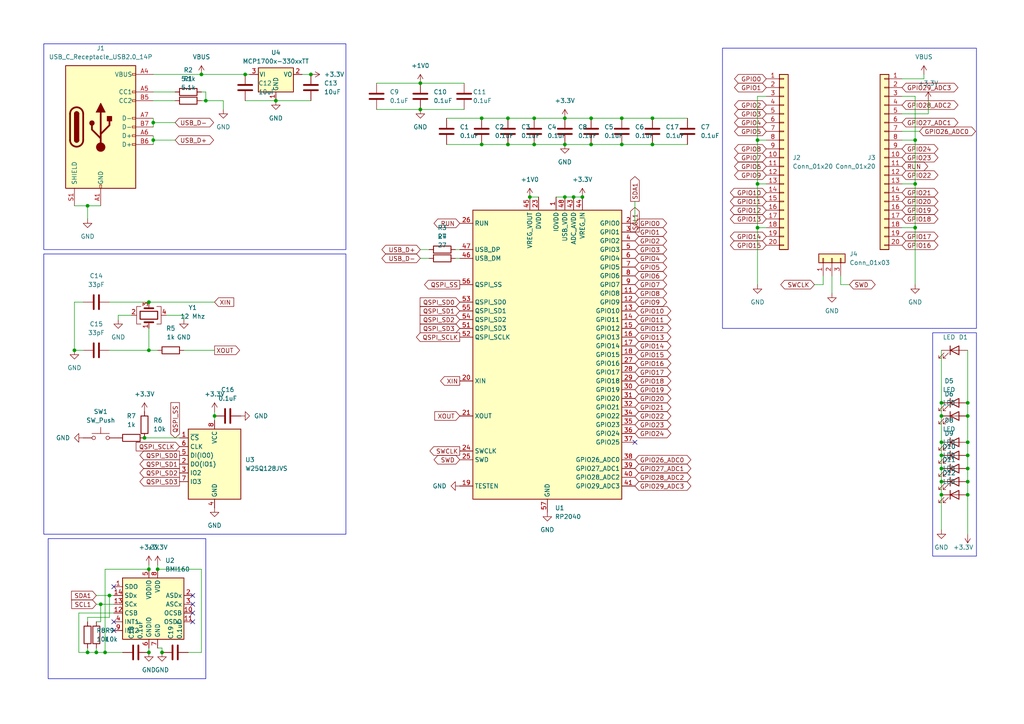
<source format=kicad_sch>
(kicad_sch (version 20230121) (generator eeschema)

  (uuid b5e745eb-c2c0-4f18-9086-783d4fd7e5cd)

  (paper "A4")

  (lib_symbols
    (symbol "Connector:USB_C_Receptacle_USB2.0_14P" (pin_names (offset 1.016)) (in_bom yes) (on_board yes)
      (property "Reference" "J" (at 0 22.225 0)
        (effects (font (size 1.27 1.27)))
      )
      (property "Value" "USB_C_Receptacle_USB2.0_14P" (at 0 19.685 0)
        (effects (font (size 1.27 1.27)))
      )
      (property "Footprint" "" (at 3.81 0 0)
        (effects (font (size 1.27 1.27)) hide)
      )
      (property "Datasheet" "https://www.usb.org/sites/default/files/documents/usb_type-c.zip" (at 3.81 0 0)
        (effects (font (size 1.27 1.27)) hide)
      )
      (property "ki_keywords" "usb universal serial bus type-C USB2.0" (at 0 0 0)
        (effects (font (size 1.27 1.27)) hide)
      )
      (property "ki_description" "USB 2.0-only 14P Type-C Receptacle connector" (at 0 0 0)
        (effects (font (size 1.27 1.27)) hide)
      )
      (property "ki_fp_filters" "USB*C*Receptacle*" (at 0 0 0)
        (effects (font (size 1.27 1.27)) hide)
      )
      (symbol "USB_C_Receptacle_USB2.0_14P_0_0"
        (rectangle (start -0.254 -17.78) (end 0.254 -16.764)
          (stroke (width 0) (type default))
          (fill (type none))
        )
        (rectangle (start 10.16 -4.826) (end 9.144 -5.334)
          (stroke (width 0) (type default))
          (fill (type none))
        )
        (rectangle (start 10.16 -2.286) (end 9.144 -2.794)
          (stroke (width 0) (type default))
          (fill (type none))
        )
        (rectangle (start 10.16 0.254) (end 9.144 -0.254)
          (stroke (width 0) (type default))
          (fill (type none))
        )
        (rectangle (start 10.16 2.794) (end 9.144 2.286)
          (stroke (width 0) (type default))
          (fill (type none))
        )
        (rectangle (start 10.16 7.874) (end 9.144 7.366)
          (stroke (width 0) (type default))
          (fill (type none))
        )
        (rectangle (start 10.16 10.414) (end 9.144 9.906)
          (stroke (width 0) (type default))
          (fill (type none))
        )
        (rectangle (start 10.16 15.494) (end 9.144 14.986)
          (stroke (width 0) (type default))
          (fill (type none))
        )
      )
      (symbol "USB_C_Receptacle_USB2.0_14P_0_1"
        (rectangle (start -10.16 17.78) (end 10.16 -17.78)
          (stroke (width 0.254) (type default))
          (fill (type background))
        )
        (arc (start -8.89 -3.81) (mid -6.985 -5.7067) (end -5.08 -3.81)
          (stroke (width 0.508) (type default))
          (fill (type none))
        )
        (arc (start -7.62 -3.81) (mid -6.985 -4.4423) (end -6.35 -3.81)
          (stroke (width 0.254) (type default))
          (fill (type none))
        )
        (arc (start -7.62 -3.81) (mid -6.985 -4.4423) (end -6.35 -3.81)
          (stroke (width 0.254) (type default))
          (fill (type outline))
        )
        (rectangle (start -7.62 -3.81) (end -6.35 3.81)
          (stroke (width 0.254) (type default))
          (fill (type outline))
        )
        (arc (start -6.35 3.81) (mid -6.985 4.4423) (end -7.62 3.81)
          (stroke (width 0.254) (type default))
          (fill (type none))
        )
        (arc (start -6.35 3.81) (mid -6.985 4.4423) (end -7.62 3.81)
          (stroke (width 0.254) (type default))
          (fill (type outline))
        )
        (arc (start -5.08 3.81) (mid -6.985 5.7067) (end -8.89 3.81)
          (stroke (width 0.508) (type default))
          (fill (type none))
        )
        (circle (center -2.54 1.143) (radius 0.635)
          (stroke (width 0.254) (type default))
          (fill (type outline))
        )
        (circle (center 0 -5.842) (radius 1.27)
          (stroke (width 0) (type default))
          (fill (type outline))
        )
        (polyline
          (pts
            (xy -8.89 -3.81)
            (xy -8.89 3.81)
          )
          (stroke (width 0.508) (type default))
          (fill (type none))
        )
        (polyline
          (pts
            (xy -5.08 3.81)
            (xy -5.08 -3.81)
          )
          (stroke (width 0.508) (type default))
          (fill (type none))
        )
        (polyline
          (pts
            (xy 0 -5.842)
            (xy 0 4.318)
          )
          (stroke (width 0.508) (type default))
          (fill (type none))
        )
        (polyline
          (pts
            (xy 0 -3.302)
            (xy -2.54 -0.762)
            (xy -2.54 0.508)
          )
          (stroke (width 0.508) (type default))
          (fill (type none))
        )
        (polyline
          (pts
            (xy 0 -2.032)
            (xy 2.54 0.508)
            (xy 2.54 1.778)
          )
          (stroke (width 0.508) (type default))
          (fill (type none))
        )
        (polyline
          (pts
            (xy -1.27 4.318)
            (xy 0 6.858)
            (xy 1.27 4.318)
            (xy -1.27 4.318)
          )
          (stroke (width 0.254) (type default))
          (fill (type outline))
        )
        (rectangle (start 1.905 1.778) (end 3.175 3.048)
          (stroke (width 0.254) (type default))
          (fill (type outline))
        )
      )
      (symbol "USB_C_Receptacle_USB2.0_14P_1_1"
        (pin passive line (at 0 -22.86 90) (length 5.08)
          (name "GND" (effects (font (size 1.27 1.27))))
          (number "A1" (effects (font (size 1.27 1.27))))
        )
        (pin passive line (at 0 -22.86 90) (length 5.08) hide
          (name "GND" (effects (font (size 1.27 1.27))))
          (number "A12" (effects (font (size 1.27 1.27))))
        )
        (pin passive line (at 15.24 15.24 180) (length 5.08)
          (name "VBUS" (effects (font (size 1.27 1.27))))
          (number "A4" (effects (font (size 1.27 1.27))))
        )
        (pin bidirectional line (at 15.24 10.16 180) (length 5.08)
          (name "CC1" (effects (font (size 1.27 1.27))))
          (number "A5" (effects (font (size 1.27 1.27))))
        )
        (pin bidirectional line (at 15.24 -2.54 180) (length 5.08)
          (name "D+" (effects (font (size 1.27 1.27))))
          (number "A6" (effects (font (size 1.27 1.27))))
        )
        (pin bidirectional line (at 15.24 2.54 180) (length 5.08)
          (name "D-" (effects (font (size 1.27 1.27))))
          (number "A7" (effects (font (size 1.27 1.27))))
        )
        (pin passive line (at 15.24 15.24 180) (length 5.08) hide
          (name "VBUS" (effects (font (size 1.27 1.27))))
          (number "A9" (effects (font (size 1.27 1.27))))
        )
        (pin passive line (at 0 -22.86 90) (length 5.08) hide
          (name "GND" (effects (font (size 1.27 1.27))))
          (number "B1" (effects (font (size 1.27 1.27))))
        )
        (pin passive line (at 0 -22.86 90) (length 5.08) hide
          (name "GND" (effects (font (size 1.27 1.27))))
          (number "B12" (effects (font (size 1.27 1.27))))
        )
        (pin passive line (at 15.24 15.24 180) (length 5.08) hide
          (name "VBUS" (effects (font (size 1.27 1.27))))
          (number "B4" (effects (font (size 1.27 1.27))))
        )
        (pin bidirectional line (at 15.24 7.62 180) (length 5.08)
          (name "CC2" (effects (font (size 1.27 1.27))))
          (number "B5" (effects (font (size 1.27 1.27))))
        )
        (pin bidirectional line (at 15.24 -5.08 180) (length 5.08)
          (name "D+" (effects (font (size 1.27 1.27))))
          (number "B6" (effects (font (size 1.27 1.27))))
        )
        (pin bidirectional line (at 15.24 0 180) (length 5.08)
          (name "D-" (effects (font (size 1.27 1.27))))
          (number "B7" (effects (font (size 1.27 1.27))))
        )
        (pin passive line (at 15.24 15.24 180) (length 5.08) hide
          (name "VBUS" (effects (font (size 1.27 1.27))))
          (number "B9" (effects (font (size 1.27 1.27))))
        )
        (pin passive line (at -7.62 -22.86 90) (length 5.08)
          (name "SHIELD" (effects (font (size 1.27 1.27))))
          (number "S1" (effects (font (size 1.27 1.27))))
        )
      )
    )
    (symbol "Connector_Generic:Conn_01x03" (pin_names (offset 1.016) hide) (in_bom yes) (on_board yes)
      (property "Reference" "J" (at 0 5.08 0)
        (effects (font (size 1.27 1.27)))
      )
      (property "Value" "Conn_01x03" (at 0 -5.08 0)
        (effects (font (size 1.27 1.27)))
      )
      (property "Footprint" "" (at 0 0 0)
        (effects (font (size 1.27 1.27)) hide)
      )
      (property "Datasheet" "~" (at 0 0 0)
        (effects (font (size 1.27 1.27)) hide)
      )
      (property "ki_keywords" "connector" (at 0 0 0)
        (effects (font (size 1.27 1.27)) hide)
      )
      (property "ki_description" "Generic connector, single row, 01x03, script generated (kicad-library-utils/schlib/autogen/connector/)" (at 0 0 0)
        (effects (font (size 1.27 1.27)) hide)
      )
      (property "ki_fp_filters" "Connector*:*_1x??_*" (at 0 0 0)
        (effects (font (size 1.27 1.27)) hide)
      )
      (symbol "Conn_01x03_1_1"
        (rectangle (start -1.27 -2.413) (end 0 -2.667)
          (stroke (width 0.1524) (type default))
          (fill (type none))
        )
        (rectangle (start -1.27 0.127) (end 0 -0.127)
          (stroke (width 0.1524) (type default))
          (fill (type none))
        )
        (rectangle (start -1.27 2.667) (end 0 2.413)
          (stroke (width 0.1524) (type default))
          (fill (type none))
        )
        (rectangle (start -1.27 3.81) (end 1.27 -3.81)
          (stroke (width 0.254) (type default))
          (fill (type background))
        )
        (pin passive line (at -5.08 2.54 0) (length 3.81)
          (name "Pin_1" (effects (font (size 1.27 1.27))))
          (number "1" (effects (font (size 1.27 1.27))))
        )
        (pin passive line (at -5.08 0 0) (length 3.81)
          (name "Pin_2" (effects (font (size 1.27 1.27))))
          (number "2" (effects (font (size 1.27 1.27))))
        )
        (pin passive line (at -5.08 -2.54 0) (length 3.81)
          (name "Pin_3" (effects (font (size 1.27 1.27))))
          (number "3" (effects (font (size 1.27 1.27))))
        )
      )
    )
    (symbol "Connector_Generic:Conn_01x20" (pin_names (offset 1.016) hide) (in_bom yes) (on_board yes)
      (property "Reference" "J" (at 0 25.4 0)
        (effects (font (size 1.27 1.27)))
      )
      (property "Value" "Conn_01x20" (at 0 -27.94 0)
        (effects (font (size 1.27 1.27)))
      )
      (property "Footprint" "" (at 0 0 0)
        (effects (font (size 1.27 1.27)) hide)
      )
      (property "Datasheet" "~" (at 0 0 0)
        (effects (font (size 1.27 1.27)) hide)
      )
      (property "ki_keywords" "connector" (at 0 0 0)
        (effects (font (size 1.27 1.27)) hide)
      )
      (property "ki_description" "Generic connector, single row, 01x20, script generated (kicad-library-utils/schlib/autogen/connector/)" (at 0 0 0)
        (effects (font (size 1.27 1.27)) hide)
      )
      (property "ki_fp_filters" "Connector*:*_1x??_*" (at 0 0 0)
        (effects (font (size 1.27 1.27)) hide)
      )
      (symbol "Conn_01x20_1_1"
        (rectangle (start -1.27 -25.273) (end 0 -25.527)
          (stroke (width 0.1524) (type default))
          (fill (type none))
        )
        (rectangle (start -1.27 -22.733) (end 0 -22.987)
          (stroke (width 0.1524) (type default))
          (fill (type none))
        )
        (rectangle (start -1.27 -20.193) (end 0 -20.447)
          (stroke (width 0.1524) (type default))
          (fill (type none))
        )
        (rectangle (start -1.27 -17.653) (end 0 -17.907)
          (stroke (width 0.1524) (type default))
          (fill (type none))
        )
        (rectangle (start -1.27 -15.113) (end 0 -15.367)
          (stroke (width 0.1524) (type default))
          (fill (type none))
        )
        (rectangle (start -1.27 -12.573) (end 0 -12.827)
          (stroke (width 0.1524) (type default))
          (fill (type none))
        )
        (rectangle (start -1.27 -10.033) (end 0 -10.287)
          (stroke (width 0.1524) (type default))
          (fill (type none))
        )
        (rectangle (start -1.27 -7.493) (end 0 -7.747)
          (stroke (width 0.1524) (type default))
          (fill (type none))
        )
        (rectangle (start -1.27 -4.953) (end 0 -5.207)
          (stroke (width 0.1524) (type default))
          (fill (type none))
        )
        (rectangle (start -1.27 -2.413) (end 0 -2.667)
          (stroke (width 0.1524) (type default))
          (fill (type none))
        )
        (rectangle (start -1.27 0.127) (end 0 -0.127)
          (stroke (width 0.1524) (type default))
          (fill (type none))
        )
        (rectangle (start -1.27 2.667) (end 0 2.413)
          (stroke (width 0.1524) (type default))
          (fill (type none))
        )
        (rectangle (start -1.27 5.207) (end 0 4.953)
          (stroke (width 0.1524) (type default))
          (fill (type none))
        )
        (rectangle (start -1.27 7.747) (end 0 7.493)
          (stroke (width 0.1524) (type default))
          (fill (type none))
        )
        (rectangle (start -1.27 10.287) (end 0 10.033)
          (stroke (width 0.1524) (type default))
          (fill (type none))
        )
        (rectangle (start -1.27 12.827) (end 0 12.573)
          (stroke (width 0.1524) (type default))
          (fill (type none))
        )
        (rectangle (start -1.27 15.367) (end 0 15.113)
          (stroke (width 0.1524) (type default))
          (fill (type none))
        )
        (rectangle (start -1.27 17.907) (end 0 17.653)
          (stroke (width 0.1524) (type default))
          (fill (type none))
        )
        (rectangle (start -1.27 20.447) (end 0 20.193)
          (stroke (width 0.1524) (type default))
          (fill (type none))
        )
        (rectangle (start -1.27 22.987) (end 0 22.733)
          (stroke (width 0.1524) (type default))
          (fill (type none))
        )
        (rectangle (start -1.27 24.13) (end 1.27 -26.67)
          (stroke (width 0.254) (type default))
          (fill (type background))
        )
        (pin passive line (at -5.08 22.86 0) (length 3.81)
          (name "Pin_1" (effects (font (size 1.27 1.27))))
          (number "1" (effects (font (size 1.27 1.27))))
        )
        (pin passive line (at -5.08 0 0) (length 3.81)
          (name "Pin_10" (effects (font (size 1.27 1.27))))
          (number "10" (effects (font (size 1.27 1.27))))
        )
        (pin passive line (at -5.08 -2.54 0) (length 3.81)
          (name "Pin_11" (effects (font (size 1.27 1.27))))
          (number "11" (effects (font (size 1.27 1.27))))
        )
        (pin passive line (at -5.08 -5.08 0) (length 3.81)
          (name "Pin_12" (effects (font (size 1.27 1.27))))
          (number "12" (effects (font (size 1.27 1.27))))
        )
        (pin passive line (at -5.08 -7.62 0) (length 3.81)
          (name "Pin_13" (effects (font (size 1.27 1.27))))
          (number "13" (effects (font (size 1.27 1.27))))
        )
        (pin passive line (at -5.08 -10.16 0) (length 3.81)
          (name "Pin_14" (effects (font (size 1.27 1.27))))
          (number "14" (effects (font (size 1.27 1.27))))
        )
        (pin passive line (at -5.08 -12.7 0) (length 3.81)
          (name "Pin_15" (effects (font (size 1.27 1.27))))
          (number "15" (effects (font (size 1.27 1.27))))
        )
        (pin passive line (at -5.08 -15.24 0) (length 3.81)
          (name "Pin_16" (effects (font (size 1.27 1.27))))
          (number "16" (effects (font (size 1.27 1.27))))
        )
        (pin passive line (at -5.08 -17.78 0) (length 3.81)
          (name "Pin_17" (effects (font (size 1.27 1.27))))
          (number "17" (effects (font (size 1.27 1.27))))
        )
        (pin passive line (at -5.08 -20.32 0) (length 3.81)
          (name "Pin_18" (effects (font (size 1.27 1.27))))
          (number "18" (effects (font (size 1.27 1.27))))
        )
        (pin passive line (at -5.08 -22.86 0) (length 3.81)
          (name "Pin_19" (effects (font (size 1.27 1.27))))
          (number "19" (effects (font (size 1.27 1.27))))
        )
        (pin passive line (at -5.08 20.32 0) (length 3.81)
          (name "Pin_2" (effects (font (size 1.27 1.27))))
          (number "2" (effects (font (size 1.27 1.27))))
        )
        (pin passive line (at -5.08 -25.4 0) (length 3.81)
          (name "Pin_20" (effects (font (size 1.27 1.27))))
          (number "20" (effects (font (size 1.27 1.27))))
        )
        (pin passive line (at -5.08 17.78 0) (length 3.81)
          (name "Pin_3" (effects (font (size 1.27 1.27))))
          (number "3" (effects (font (size 1.27 1.27))))
        )
        (pin passive line (at -5.08 15.24 0) (length 3.81)
          (name "Pin_4" (effects (font (size 1.27 1.27))))
          (number "4" (effects (font (size 1.27 1.27))))
        )
        (pin passive line (at -5.08 12.7 0) (length 3.81)
          (name "Pin_5" (effects (font (size 1.27 1.27))))
          (number "5" (effects (font (size 1.27 1.27))))
        )
        (pin passive line (at -5.08 10.16 0) (length 3.81)
          (name "Pin_6" (effects (font (size 1.27 1.27))))
          (number "6" (effects (font (size 1.27 1.27))))
        )
        (pin passive line (at -5.08 7.62 0) (length 3.81)
          (name "Pin_7" (effects (font (size 1.27 1.27))))
          (number "7" (effects (font (size 1.27 1.27))))
        )
        (pin passive line (at -5.08 5.08 0) (length 3.81)
          (name "Pin_8" (effects (font (size 1.27 1.27))))
          (number "8" (effects (font (size 1.27 1.27))))
        )
        (pin passive line (at -5.08 2.54 0) (length 3.81)
          (name "Pin_9" (effects (font (size 1.27 1.27))))
          (number "9" (effects (font (size 1.27 1.27))))
        )
      )
    )
    (symbol "Device:C" (pin_numbers hide) (pin_names (offset 0.254)) (in_bom yes) (on_board yes)
      (property "Reference" "C" (at 0.635 2.54 0)
        (effects (font (size 1.27 1.27)) (justify left))
      )
      (property "Value" "C" (at 0.635 -2.54 0)
        (effects (font (size 1.27 1.27)) (justify left))
      )
      (property "Footprint" "" (at 0.9652 -3.81 0)
        (effects (font (size 1.27 1.27)) hide)
      )
      (property "Datasheet" "~" (at 0 0 0)
        (effects (font (size 1.27 1.27)) hide)
      )
      (property "ki_keywords" "cap capacitor" (at 0 0 0)
        (effects (font (size 1.27 1.27)) hide)
      )
      (property "ki_description" "Unpolarized capacitor" (at 0 0 0)
        (effects (font (size 1.27 1.27)) hide)
      )
      (property "ki_fp_filters" "C_*" (at 0 0 0)
        (effects (font (size 1.27 1.27)) hide)
      )
      (symbol "C_0_1"
        (polyline
          (pts
            (xy -2.032 -0.762)
            (xy 2.032 -0.762)
          )
          (stroke (width 0.508) (type default))
          (fill (type none))
        )
        (polyline
          (pts
            (xy -2.032 0.762)
            (xy 2.032 0.762)
          )
          (stroke (width 0.508) (type default))
          (fill (type none))
        )
      )
      (symbol "C_1_1"
        (pin passive line (at 0 3.81 270) (length 2.794)
          (name "~" (effects (font (size 1.27 1.27))))
          (number "1" (effects (font (size 1.27 1.27))))
        )
        (pin passive line (at 0 -3.81 90) (length 2.794)
          (name "~" (effects (font (size 1.27 1.27))))
          (number "2" (effects (font (size 1.27 1.27))))
        )
      )
    )
    (symbol "Device:Crystal_GND24" (pin_names (offset 1.016) hide) (in_bom yes) (on_board yes)
      (property "Reference" "Y" (at 3.175 5.08 0)
        (effects (font (size 1.27 1.27)) (justify left))
      )
      (property "Value" "Crystal_GND24" (at 3.175 3.175 0)
        (effects (font (size 1.27 1.27)) (justify left))
      )
      (property "Footprint" "" (at 0 0 0)
        (effects (font (size 1.27 1.27)) hide)
      )
      (property "Datasheet" "~" (at 0 0 0)
        (effects (font (size 1.27 1.27)) hide)
      )
      (property "ki_keywords" "quartz ceramic resonator oscillator" (at 0 0 0)
        (effects (font (size 1.27 1.27)) hide)
      )
      (property "ki_description" "Four pin crystal, GND on pins 2 and 4" (at 0 0 0)
        (effects (font (size 1.27 1.27)) hide)
      )
      (property "ki_fp_filters" "Crystal*" (at 0 0 0)
        (effects (font (size 1.27 1.27)) hide)
      )
      (symbol "Crystal_GND24_0_1"
        (rectangle (start -1.143 2.54) (end 1.143 -2.54)
          (stroke (width 0.3048) (type default))
          (fill (type none))
        )
        (polyline
          (pts
            (xy -2.54 0)
            (xy -2.032 0)
          )
          (stroke (width 0) (type default))
          (fill (type none))
        )
        (polyline
          (pts
            (xy -2.032 -1.27)
            (xy -2.032 1.27)
          )
          (stroke (width 0.508) (type default))
          (fill (type none))
        )
        (polyline
          (pts
            (xy 0 -3.81)
            (xy 0 -3.556)
          )
          (stroke (width 0) (type default))
          (fill (type none))
        )
        (polyline
          (pts
            (xy 0 3.556)
            (xy 0 3.81)
          )
          (stroke (width 0) (type default))
          (fill (type none))
        )
        (polyline
          (pts
            (xy 2.032 -1.27)
            (xy 2.032 1.27)
          )
          (stroke (width 0.508) (type default))
          (fill (type none))
        )
        (polyline
          (pts
            (xy 2.032 0)
            (xy 2.54 0)
          )
          (stroke (width 0) (type default))
          (fill (type none))
        )
        (polyline
          (pts
            (xy -2.54 -2.286)
            (xy -2.54 -3.556)
            (xy 2.54 -3.556)
            (xy 2.54 -2.286)
          )
          (stroke (width 0) (type default))
          (fill (type none))
        )
        (polyline
          (pts
            (xy -2.54 2.286)
            (xy -2.54 3.556)
            (xy 2.54 3.556)
            (xy 2.54 2.286)
          )
          (stroke (width 0) (type default))
          (fill (type none))
        )
      )
      (symbol "Crystal_GND24_1_1"
        (pin passive line (at -3.81 0 0) (length 1.27)
          (name "1" (effects (font (size 1.27 1.27))))
          (number "1" (effects (font (size 1.27 1.27))))
        )
        (pin passive line (at 0 5.08 270) (length 1.27)
          (name "2" (effects (font (size 1.27 1.27))))
          (number "2" (effects (font (size 1.27 1.27))))
        )
        (pin passive line (at 3.81 0 180) (length 1.27)
          (name "3" (effects (font (size 1.27 1.27))))
          (number "3" (effects (font (size 1.27 1.27))))
        )
        (pin passive line (at 0 -5.08 90) (length 1.27)
          (name "4" (effects (font (size 1.27 1.27))))
          (number "4" (effects (font (size 1.27 1.27))))
        )
      )
    )
    (symbol "Device:LED" (pin_numbers hide) (pin_names (offset 1.016) hide) (in_bom yes) (on_board yes)
      (property "Reference" "D" (at 0 2.54 0)
        (effects (font (size 1.27 1.27)))
      )
      (property "Value" "LED" (at 0 -2.54 0)
        (effects (font (size 1.27 1.27)))
      )
      (property "Footprint" "" (at 0 0 0)
        (effects (font (size 1.27 1.27)) hide)
      )
      (property "Datasheet" "~" (at 0 0 0)
        (effects (font (size 1.27 1.27)) hide)
      )
      (property "ki_keywords" "LED diode" (at 0 0 0)
        (effects (font (size 1.27 1.27)) hide)
      )
      (property "ki_description" "Light emitting diode" (at 0 0 0)
        (effects (font (size 1.27 1.27)) hide)
      )
      (property "ki_fp_filters" "LED* LED_SMD:* LED_THT:*" (at 0 0 0)
        (effects (font (size 1.27 1.27)) hide)
      )
      (symbol "LED_0_1"
        (polyline
          (pts
            (xy -1.27 -1.27)
            (xy -1.27 1.27)
          )
          (stroke (width 0.254) (type default))
          (fill (type none))
        )
        (polyline
          (pts
            (xy -1.27 0)
            (xy 1.27 0)
          )
          (stroke (width 0) (type default))
          (fill (type none))
        )
        (polyline
          (pts
            (xy 1.27 -1.27)
            (xy 1.27 1.27)
            (xy -1.27 0)
            (xy 1.27 -1.27)
          )
          (stroke (width 0.254) (type default))
          (fill (type none))
        )
        (polyline
          (pts
            (xy -3.048 -0.762)
            (xy -4.572 -2.286)
            (xy -3.81 -2.286)
            (xy -4.572 -2.286)
            (xy -4.572 -1.524)
          )
          (stroke (width 0) (type default))
          (fill (type none))
        )
        (polyline
          (pts
            (xy -1.778 -0.762)
            (xy -3.302 -2.286)
            (xy -2.54 -2.286)
            (xy -3.302 -2.286)
            (xy -3.302 -1.524)
          )
          (stroke (width 0) (type default))
          (fill (type none))
        )
      )
      (symbol "LED_1_1"
        (pin passive line (at -3.81 0 0) (length 2.54)
          (name "K" (effects (font (size 1.27 1.27))))
          (number "1" (effects (font (size 1.27 1.27))))
        )
        (pin passive line (at 3.81 0 180) (length 2.54)
          (name "A" (effects (font (size 1.27 1.27))))
          (number "2" (effects (font (size 1.27 1.27))))
        )
      )
    )
    (symbol "Device:R" (pin_numbers hide) (pin_names (offset 0)) (in_bom yes) (on_board yes)
      (property "Reference" "R" (at 2.032 0 90)
        (effects (font (size 1.27 1.27)))
      )
      (property "Value" "R" (at 0 0 90)
        (effects (font (size 1.27 1.27)))
      )
      (property "Footprint" "" (at -1.778 0 90)
        (effects (font (size 1.27 1.27)) hide)
      )
      (property "Datasheet" "~" (at 0 0 0)
        (effects (font (size 1.27 1.27)) hide)
      )
      (property "ki_keywords" "R res resistor" (at 0 0 0)
        (effects (font (size 1.27 1.27)) hide)
      )
      (property "ki_description" "Resistor" (at 0 0 0)
        (effects (font (size 1.27 1.27)) hide)
      )
      (property "ki_fp_filters" "R_*" (at 0 0 0)
        (effects (font (size 1.27 1.27)) hide)
      )
      (symbol "R_0_1"
        (rectangle (start -1.016 -2.54) (end 1.016 2.54)
          (stroke (width 0.254) (type default))
          (fill (type none))
        )
      )
      (symbol "R_1_1"
        (pin passive line (at 0 3.81 270) (length 1.27)
          (name "~" (effects (font (size 1.27 1.27))))
          (number "1" (effects (font (size 1.27 1.27))))
        )
        (pin passive line (at 0 -3.81 90) (length 1.27)
          (name "~" (effects (font (size 1.27 1.27))))
          (number "2" (effects (font (size 1.27 1.27))))
        )
      )
    )
    (symbol "MCU_RaspberryPi:RP2040" (in_bom yes) (on_board yes)
      (property "Reference" "U" (at 17.78 45.72 0)
        (effects (font (size 1.27 1.27)))
      )
      (property "Value" "RP2040" (at 17.78 43.18 0)
        (effects (font (size 1.27 1.27)))
      )
      (property "Footprint" "Package_DFN_QFN:QFN-56-1EP_7x7mm_P0.4mm_EP3.2x3.2mm" (at 0 0 0)
        (effects (font (size 1.27 1.27)) hide)
      )
      (property "Datasheet" "https://datasheets.raspberrypi.com/rp2040/rp2040-datasheet.pdf" (at 0 0 0)
        (effects (font (size 1.27 1.27)) hide)
      )
      (property "ki_keywords" "RP2040 ARM Cortex-M0+ USB" (at 0 0 0)
        (effects (font (size 1.27 1.27)) hide)
      )
      (property "ki_description" "A microcontroller by Raspberry Pi" (at 0 0 0)
        (effects (font (size 1.27 1.27)) hide)
      )
      (property "ki_fp_filters" "QFN*1EP*7x7mm?P0.4mm*" (at 0 0 0)
        (effects (font (size 1.27 1.27)) hide)
      )
      (symbol "RP2040_0_1"
        (rectangle (start -21.59 41.91) (end 21.59 -41.91)
          (stroke (width 0.254) (type default))
          (fill (type background))
        )
      )
      (symbol "RP2040_1_1"
        (pin power_in line (at 2.54 45.72 270) (length 3.81)
          (name "IOVDD" (effects (font (size 1.27 1.27))))
          (number "1" (effects (font (size 1.27 1.27))))
        )
        (pin passive line (at 2.54 45.72 270) (length 3.81) hide
          (name "IOVDD" (effects (font (size 1.27 1.27))))
          (number "10" (effects (font (size 1.27 1.27))))
        )
        (pin bidirectional line (at 25.4 17.78 180) (length 3.81)
          (name "GPIO8" (effects (font (size 1.27 1.27))))
          (number "11" (effects (font (size 1.27 1.27))))
        )
        (pin bidirectional line (at 25.4 15.24 180) (length 3.81)
          (name "GPIO9" (effects (font (size 1.27 1.27))))
          (number "12" (effects (font (size 1.27 1.27))))
        )
        (pin bidirectional line (at 25.4 12.7 180) (length 3.81)
          (name "GPIO10" (effects (font (size 1.27 1.27))))
          (number "13" (effects (font (size 1.27 1.27))))
        )
        (pin bidirectional line (at 25.4 10.16 180) (length 3.81)
          (name "GPIO11" (effects (font (size 1.27 1.27))))
          (number "14" (effects (font (size 1.27 1.27))))
        )
        (pin bidirectional line (at 25.4 7.62 180) (length 3.81)
          (name "GPIO12" (effects (font (size 1.27 1.27))))
          (number "15" (effects (font (size 1.27 1.27))))
        )
        (pin bidirectional line (at 25.4 5.08 180) (length 3.81)
          (name "GPIO13" (effects (font (size 1.27 1.27))))
          (number "16" (effects (font (size 1.27 1.27))))
        )
        (pin bidirectional line (at 25.4 2.54 180) (length 3.81)
          (name "GPIO14" (effects (font (size 1.27 1.27))))
          (number "17" (effects (font (size 1.27 1.27))))
        )
        (pin bidirectional line (at 25.4 0 180) (length 3.81)
          (name "GPIO15" (effects (font (size 1.27 1.27))))
          (number "18" (effects (font (size 1.27 1.27))))
        )
        (pin input line (at -25.4 -38.1 0) (length 3.81)
          (name "TESTEN" (effects (font (size 1.27 1.27))))
          (number "19" (effects (font (size 1.27 1.27))))
        )
        (pin bidirectional line (at 25.4 38.1 180) (length 3.81)
          (name "GPIO0" (effects (font (size 1.27 1.27))))
          (number "2" (effects (font (size 1.27 1.27))))
        )
        (pin input line (at -25.4 -7.62 0) (length 3.81)
          (name "XIN" (effects (font (size 1.27 1.27))))
          (number "20" (effects (font (size 1.27 1.27))))
        )
        (pin passive line (at -25.4 -17.78 0) (length 3.81)
          (name "XOUT" (effects (font (size 1.27 1.27))))
          (number "21" (effects (font (size 1.27 1.27))))
        )
        (pin passive line (at 2.54 45.72 270) (length 3.81) hide
          (name "IOVDD" (effects (font (size 1.27 1.27))))
          (number "22" (effects (font (size 1.27 1.27))))
        )
        (pin power_in line (at -2.54 45.72 270) (length 3.81)
          (name "DVDD" (effects (font (size 1.27 1.27))))
          (number "23" (effects (font (size 1.27 1.27))))
        )
        (pin input line (at -25.4 -27.94 0) (length 3.81)
          (name "SWCLK" (effects (font (size 1.27 1.27))))
          (number "24" (effects (font (size 1.27 1.27))))
        )
        (pin bidirectional line (at -25.4 -30.48 0) (length 3.81)
          (name "SWD" (effects (font (size 1.27 1.27))))
          (number "25" (effects (font (size 1.27 1.27))))
        )
        (pin input line (at -25.4 38.1 0) (length 3.81)
          (name "RUN" (effects (font (size 1.27 1.27))))
          (number "26" (effects (font (size 1.27 1.27))))
        )
        (pin bidirectional line (at 25.4 -2.54 180) (length 3.81)
          (name "GPIO16" (effects (font (size 1.27 1.27))))
          (number "27" (effects (font (size 1.27 1.27))))
        )
        (pin bidirectional line (at 25.4 -5.08 180) (length 3.81)
          (name "GPIO17" (effects (font (size 1.27 1.27))))
          (number "28" (effects (font (size 1.27 1.27))))
        )
        (pin bidirectional line (at 25.4 -7.62 180) (length 3.81)
          (name "GPIO18" (effects (font (size 1.27 1.27))))
          (number "29" (effects (font (size 1.27 1.27))))
        )
        (pin bidirectional line (at 25.4 35.56 180) (length 3.81)
          (name "GPIO1" (effects (font (size 1.27 1.27))))
          (number "3" (effects (font (size 1.27 1.27))))
        )
        (pin bidirectional line (at 25.4 -10.16 180) (length 3.81)
          (name "GPIO19" (effects (font (size 1.27 1.27))))
          (number "30" (effects (font (size 1.27 1.27))))
        )
        (pin bidirectional line (at 25.4 -12.7 180) (length 3.81)
          (name "GPIO20" (effects (font (size 1.27 1.27))))
          (number "31" (effects (font (size 1.27 1.27))))
        )
        (pin bidirectional line (at 25.4 -15.24 180) (length 3.81)
          (name "GPIO21" (effects (font (size 1.27 1.27))))
          (number "32" (effects (font (size 1.27 1.27))))
        )
        (pin passive line (at 2.54 45.72 270) (length 3.81) hide
          (name "IOVDD" (effects (font (size 1.27 1.27))))
          (number "33" (effects (font (size 1.27 1.27))))
        )
        (pin bidirectional line (at 25.4 -17.78 180) (length 3.81)
          (name "GPIO22" (effects (font (size 1.27 1.27))))
          (number "34" (effects (font (size 1.27 1.27))))
        )
        (pin bidirectional line (at 25.4 -20.32 180) (length 3.81)
          (name "GPIO23" (effects (font (size 1.27 1.27))))
          (number "35" (effects (font (size 1.27 1.27))))
        )
        (pin bidirectional line (at 25.4 -22.86 180) (length 3.81)
          (name "GPIO24" (effects (font (size 1.27 1.27))))
          (number "36" (effects (font (size 1.27 1.27))))
        )
        (pin bidirectional line (at 25.4 -25.4 180) (length 3.81)
          (name "GPIO25" (effects (font (size 1.27 1.27))))
          (number "37" (effects (font (size 1.27 1.27))))
        )
        (pin bidirectional line (at 25.4 -30.48 180) (length 3.81)
          (name "GPIO26_ADC0" (effects (font (size 1.27 1.27))))
          (number "38" (effects (font (size 1.27 1.27))))
        )
        (pin bidirectional line (at 25.4 -33.02 180) (length 3.81)
          (name "GPIO27_ADC1" (effects (font (size 1.27 1.27))))
          (number "39" (effects (font (size 1.27 1.27))))
        )
        (pin bidirectional line (at 25.4 33.02 180) (length 3.81)
          (name "GPIO2" (effects (font (size 1.27 1.27))))
          (number "4" (effects (font (size 1.27 1.27))))
        )
        (pin bidirectional line (at 25.4 -35.56 180) (length 3.81)
          (name "GPIO28_ADC2" (effects (font (size 1.27 1.27))))
          (number "40" (effects (font (size 1.27 1.27))))
        )
        (pin bidirectional line (at 25.4 -38.1 180) (length 3.81)
          (name "GPIO29_ADC3" (effects (font (size 1.27 1.27))))
          (number "41" (effects (font (size 1.27 1.27))))
        )
        (pin passive line (at 2.54 45.72 270) (length 3.81) hide
          (name "IOVDD" (effects (font (size 1.27 1.27))))
          (number "42" (effects (font (size 1.27 1.27))))
        )
        (pin power_in line (at 7.62 45.72 270) (length 3.81)
          (name "ADC_AVDD" (effects (font (size 1.27 1.27))))
          (number "43" (effects (font (size 1.27 1.27))))
        )
        (pin power_in line (at 10.16 45.72 270) (length 3.81)
          (name "VREG_IN" (effects (font (size 1.27 1.27))))
          (number "44" (effects (font (size 1.27 1.27))))
        )
        (pin power_out line (at -5.08 45.72 270) (length 3.81)
          (name "VREG_VOUT" (effects (font (size 1.27 1.27))))
          (number "45" (effects (font (size 1.27 1.27))))
        )
        (pin bidirectional line (at -25.4 27.94 0) (length 3.81)
          (name "USB_DM" (effects (font (size 1.27 1.27))))
          (number "46" (effects (font (size 1.27 1.27))))
        )
        (pin bidirectional line (at -25.4 30.48 0) (length 3.81)
          (name "USB_DP" (effects (font (size 1.27 1.27))))
          (number "47" (effects (font (size 1.27 1.27))))
        )
        (pin power_in line (at 5.08 45.72 270) (length 3.81)
          (name "USB_VDD" (effects (font (size 1.27 1.27))))
          (number "48" (effects (font (size 1.27 1.27))))
        )
        (pin passive line (at 2.54 45.72 270) (length 3.81) hide
          (name "IOVDD" (effects (font (size 1.27 1.27))))
          (number "49" (effects (font (size 1.27 1.27))))
        )
        (pin bidirectional line (at 25.4 30.48 180) (length 3.81)
          (name "GPIO3" (effects (font (size 1.27 1.27))))
          (number "5" (effects (font (size 1.27 1.27))))
        )
        (pin passive line (at -2.54 45.72 270) (length 3.81) hide
          (name "DVDD" (effects (font (size 1.27 1.27))))
          (number "50" (effects (font (size 1.27 1.27))))
        )
        (pin bidirectional line (at -25.4 7.62 0) (length 3.81)
          (name "QSPI_SD3" (effects (font (size 1.27 1.27))))
          (number "51" (effects (font (size 1.27 1.27))))
        )
        (pin output line (at -25.4 5.08 0) (length 3.81)
          (name "QSPI_SCLK" (effects (font (size 1.27 1.27))))
          (number "52" (effects (font (size 1.27 1.27))))
        )
        (pin bidirectional line (at -25.4 15.24 0) (length 3.81)
          (name "QSPI_SD0" (effects (font (size 1.27 1.27))))
          (number "53" (effects (font (size 1.27 1.27))))
        )
        (pin bidirectional line (at -25.4 10.16 0) (length 3.81)
          (name "QSPI_SD2" (effects (font (size 1.27 1.27))))
          (number "54" (effects (font (size 1.27 1.27))))
        )
        (pin bidirectional line (at -25.4 12.7 0) (length 3.81)
          (name "QSPI_SD1" (effects (font (size 1.27 1.27))))
          (number "55" (effects (font (size 1.27 1.27))))
        )
        (pin bidirectional line (at -25.4 20.32 0) (length 3.81)
          (name "QSPI_SS" (effects (font (size 1.27 1.27))))
          (number "56" (effects (font (size 1.27 1.27))))
        )
        (pin power_in line (at 0 -45.72 90) (length 3.81)
          (name "GND" (effects (font (size 1.27 1.27))))
          (number "57" (effects (font (size 1.27 1.27))))
        )
        (pin bidirectional line (at 25.4 27.94 180) (length 3.81)
          (name "GPIO4" (effects (font (size 1.27 1.27))))
          (number "6" (effects (font (size 1.27 1.27))))
        )
        (pin bidirectional line (at 25.4 25.4 180) (length 3.81)
          (name "GPIO5" (effects (font (size 1.27 1.27))))
          (number "7" (effects (font (size 1.27 1.27))))
        )
        (pin bidirectional line (at 25.4 22.86 180) (length 3.81)
          (name "GPIO6" (effects (font (size 1.27 1.27))))
          (number "8" (effects (font (size 1.27 1.27))))
        )
        (pin bidirectional line (at 25.4 20.32 180) (length 3.81)
          (name "GPIO7" (effects (font (size 1.27 1.27))))
          (number "9" (effects (font (size 1.27 1.27))))
        )
      )
    )
    (symbol "Memory_Flash:W25Q128JVS" (in_bom yes) (on_board yes)
      (property "Reference" "U" (at -8.89 8.89 0)
        (effects (font (size 1.27 1.27)))
      )
      (property "Value" "W25Q128JVS" (at 7.62 8.89 0)
        (effects (font (size 1.27 1.27)))
      )
      (property "Footprint" "Package_SO:SOIC-8_5.23x5.23mm_P1.27mm" (at 0 0 0)
        (effects (font (size 1.27 1.27)) hide)
      )
      (property "Datasheet" "http://www.winbond.com/resource-files/w25q128jv_dtr%20revc%2003272018%20plus.pdf" (at 0 0 0)
        (effects (font (size 1.27 1.27)) hide)
      )
      (property "ki_keywords" "flash memory SPI QPI DTR" (at 0 0 0)
        (effects (font (size 1.27 1.27)) hide)
      )
      (property "ki_description" "128Mb Serial Flash Memory, Standard/Dual/Quad SPI, SOIC-8" (at 0 0 0)
        (effects (font (size 1.27 1.27)) hide)
      )
      (property "ki_fp_filters" "SOIC*5.23x5.23mm*P1.27mm*" (at 0 0 0)
        (effects (font (size 1.27 1.27)) hide)
      )
      (symbol "W25Q128JVS_0_1"
        (rectangle (start -7.62 10.16) (end 7.62 -10.16)
          (stroke (width 0.254) (type default))
          (fill (type background))
        )
      )
      (symbol "W25Q128JVS_1_1"
        (pin input line (at -10.16 7.62 0) (length 2.54)
          (name "~{CS}" (effects (font (size 1.27 1.27))))
          (number "1" (effects (font (size 1.27 1.27))))
        )
        (pin bidirectional line (at -10.16 0 0) (length 2.54)
          (name "DO(IO1)" (effects (font (size 1.27 1.27))))
          (number "2" (effects (font (size 1.27 1.27))))
        )
        (pin bidirectional line (at -10.16 -2.54 0) (length 2.54)
          (name "IO2" (effects (font (size 1.27 1.27))))
          (number "3" (effects (font (size 1.27 1.27))))
        )
        (pin power_in line (at 0 -12.7 90) (length 2.54)
          (name "GND" (effects (font (size 1.27 1.27))))
          (number "4" (effects (font (size 1.27 1.27))))
        )
        (pin bidirectional line (at -10.16 2.54 0) (length 2.54)
          (name "DI(IO0)" (effects (font (size 1.27 1.27))))
          (number "5" (effects (font (size 1.27 1.27))))
        )
        (pin input line (at -10.16 5.08 0) (length 2.54)
          (name "CLK" (effects (font (size 1.27 1.27))))
          (number "6" (effects (font (size 1.27 1.27))))
        )
        (pin bidirectional line (at -10.16 -5.08 0) (length 2.54)
          (name "IO3" (effects (font (size 1.27 1.27))))
          (number "7" (effects (font (size 1.27 1.27))))
        )
        (pin power_in line (at 0 12.7 270) (length 2.54)
          (name "VCC" (effects (font (size 1.27 1.27))))
          (number "8" (effects (font (size 1.27 1.27))))
        )
      )
    )
    (symbol "Regulator_Linear:MCP1700x-330xxTT" (pin_names (offset 0.254)) (in_bom yes) (on_board yes)
      (property "Reference" "U" (at -3.81 3.175 0)
        (effects (font (size 1.27 1.27)))
      )
      (property "Value" "MCP1700x-330xxTT" (at 0 3.175 0)
        (effects (font (size 1.27 1.27)) (justify left))
      )
      (property "Footprint" "Package_TO_SOT_SMD:SOT-23" (at 0 5.715 0)
        (effects (font (size 1.27 1.27)) hide)
      )
      (property "Datasheet" "http://ww1.microchip.com/downloads/en/DeviceDoc/20001826D.pdf" (at 0 0 0)
        (effects (font (size 1.27 1.27)) hide)
      )
      (property "ki_keywords" "regulator linear ldo" (at 0 0 0)
        (effects (font (size 1.27 1.27)) hide)
      )
      (property "ki_description" "250mA Low Quiscent Current LDO, 3.3V output, SOT-23" (at 0 0 0)
        (effects (font (size 1.27 1.27)) hide)
      )
      (property "ki_fp_filters" "SOT?23*" (at 0 0 0)
        (effects (font (size 1.27 1.27)) hide)
      )
      (symbol "MCP1700x-330xxTT_0_1"
        (rectangle (start -5.08 1.905) (end 5.08 -5.08)
          (stroke (width 0.254) (type default))
          (fill (type background))
        )
      )
      (symbol "MCP1700x-330xxTT_1_1"
        (pin power_in line (at 0 -7.62 90) (length 2.54)
          (name "GND" (effects (font (size 1.27 1.27))))
          (number "1" (effects (font (size 1.27 1.27))))
        )
        (pin power_out line (at 7.62 0 180) (length 2.54)
          (name "VO" (effects (font (size 1.27 1.27))))
          (number "2" (effects (font (size 1.27 1.27))))
        )
        (pin power_in line (at -7.62 0 0) (length 2.54)
          (name "VI" (effects (font (size 1.27 1.27))))
          (number "3" (effects (font (size 1.27 1.27))))
        )
      )
    )
    (symbol "Sensor_Motion:BMI160" (in_bom yes) (on_board yes)
      (property "Reference" "U" (at -10.16 8.89 0)
        (effects (font (size 1.27 1.27)) (justify left))
      )
      (property "Value" "BMI160" (at 7.62 8.89 0)
        (effects (font (size 1.27 1.27)) (justify right))
      )
      (property "Footprint" "Package_LGA:Bosch_LGA-14_3x2.5mm_P0.5mm" (at 0 0 0)
        (effects (font (size 1.27 1.27)) hide)
      )
      (property "Datasheet" "https://www.bosch-sensortec.com/media/boschsensortec/downloads/datasheets/bst-bmi160-ds000.pdf" (at -17.78 21.59 0)
        (effects (font (size 1.27 1.27)) hide)
      )
      (property "ki_keywords" "Bosh IMU small low power inertial measurement unit" (at 0 0 0)
        (effects (font (size 1.27 1.27)) hide)
      )
      (property "ki_description" "Small, low power inertial measurement unit, LGA-14" (at 0 0 0)
        (effects (font (size 1.27 1.27)) hide)
      )
      (property "ki_fp_filters" "Bosch*LGA*3x2.5mm*P0.5mm*" (at 0 0 0)
        (effects (font (size 1.27 1.27)) hide)
      )
      (symbol "BMI160_1_1"
        (rectangle (start -10.16 7.62) (end 7.62 -10.16)
          (stroke (width 0.254) (type default))
          (fill (type background))
        )
        (pin bidirectional line (at -12.7 5.08 0) (length 2.54)
          (name "SDO" (effects (font (size 1.27 1.27))))
          (number "1" (effects (font (size 1.27 1.27))))
        )
        (pin bidirectional line (at 10.16 -2.54 180) (length 2.54)
          (name "OCSB" (effects (font (size 1.27 1.27))))
          (number "10" (effects (font (size 1.27 1.27))))
        )
        (pin bidirectional line (at 10.16 -5.08 180) (length 2.54)
          (name "OSDO" (effects (font (size 1.27 1.27))))
          (number "11" (effects (font (size 1.27 1.27))))
        )
        (pin input line (at -12.7 -2.54 0) (length 2.54)
          (name "CSB" (effects (font (size 1.27 1.27))))
          (number "12" (effects (font (size 1.27 1.27))))
        )
        (pin input line (at -12.7 0 0) (length 2.54)
          (name "SCx" (effects (font (size 1.27 1.27))))
          (number "13" (effects (font (size 1.27 1.27))))
        )
        (pin bidirectional line (at -12.7 2.54 0) (length 2.54)
          (name "SDx" (effects (font (size 1.27 1.27))))
          (number "14" (effects (font (size 1.27 1.27))))
        )
        (pin bidirectional line (at 10.16 2.54 180) (length 2.54)
          (name "ASDx" (effects (font (size 1.27 1.27))))
          (number "2" (effects (font (size 1.27 1.27))))
        )
        (pin output line (at 10.16 0 180) (length 2.54)
          (name "ASCx" (effects (font (size 1.27 1.27))))
          (number "3" (effects (font (size 1.27 1.27))))
        )
        (pin bidirectional line (at -12.7 -5.08 0) (length 2.54)
          (name "INT1" (effects (font (size 1.27 1.27))))
          (number "4" (effects (font (size 1.27 1.27))))
        )
        (pin power_in line (at -2.54 10.16 270) (length 2.54)
          (name "VDDIO" (effects (font (size 1.27 1.27))))
          (number "5" (effects (font (size 1.27 1.27))))
        )
        (pin power_in line (at -2.54 -12.7 90) (length 2.54)
          (name "GNDIO" (effects (font (size 1.27 1.27))))
          (number "6" (effects (font (size 1.27 1.27))))
        )
        (pin power_in line (at 0 -12.7 90) (length 2.54)
          (name "GND" (effects (font (size 1.27 1.27))))
          (number "7" (effects (font (size 1.27 1.27))))
        )
        (pin power_in line (at 0 10.16 270) (length 2.54)
          (name "VDD" (effects (font (size 1.27 1.27))))
          (number "8" (effects (font (size 1.27 1.27))))
        )
        (pin bidirectional line (at -12.7 -7.62 0) (length 2.54)
          (name "INT2" (effects (font (size 1.27 1.27))))
          (number "9" (effects (font (size 1.27 1.27))))
        )
      )
    )
    (symbol "Switch:SW_Push" (pin_numbers hide) (pin_names (offset 1.016) hide) (in_bom yes) (on_board yes)
      (property "Reference" "SW" (at 1.27 2.54 0)
        (effects (font (size 1.27 1.27)) (justify left))
      )
      (property "Value" "SW_Push" (at 0 -1.524 0)
        (effects (font (size 1.27 1.27)))
      )
      (property "Footprint" "" (at 0 5.08 0)
        (effects (font (size 1.27 1.27)) hide)
      )
      (property "Datasheet" "~" (at 0 5.08 0)
        (effects (font (size 1.27 1.27)) hide)
      )
      (property "ki_keywords" "switch normally-open pushbutton push-button" (at 0 0 0)
        (effects (font (size 1.27 1.27)) hide)
      )
      (property "ki_description" "Push button switch, generic, two pins" (at 0 0 0)
        (effects (font (size 1.27 1.27)) hide)
      )
      (symbol "SW_Push_0_1"
        (circle (center -2.032 0) (radius 0.508)
          (stroke (width 0) (type default))
          (fill (type none))
        )
        (polyline
          (pts
            (xy 0 1.27)
            (xy 0 3.048)
          )
          (stroke (width 0) (type default))
          (fill (type none))
        )
        (polyline
          (pts
            (xy 2.54 1.27)
            (xy -2.54 1.27)
          )
          (stroke (width 0) (type default))
          (fill (type none))
        )
        (circle (center 2.032 0) (radius 0.508)
          (stroke (width 0) (type default))
          (fill (type none))
        )
        (pin passive line (at -5.08 0 0) (length 2.54)
          (name "1" (effects (font (size 1.27 1.27))))
          (number "1" (effects (font (size 1.27 1.27))))
        )
        (pin passive line (at 5.08 0 180) (length 2.54)
          (name "2" (effects (font (size 1.27 1.27))))
          (number "2" (effects (font (size 1.27 1.27))))
        )
      )
    )
    (symbol "power:+1V0" (power) (pin_names (offset 0)) (in_bom yes) (on_board yes)
      (property "Reference" "#PWR" (at 0 -3.81 0)
        (effects (font (size 1.27 1.27)) hide)
      )
      (property "Value" "+1V0" (at 0 3.556 0)
        (effects (font (size 1.27 1.27)))
      )
      (property "Footprint" "" (at 0 0 0)
        (effects (font (size 1.27 1.27)) hide)
      )
      (property "Datasheet" "" (at 0 0 0)
        (effects (font (size 1.27 1.27)) hide)
      )
      (property "ki_keywords" "global power" (at 0 0 0)
        (effects (font (size 1.27 1.27)) hide)
      )
      (property "ki_description" "Power symbol creates a global label with name \"+1V0\"" (at 0 0 0)
        (effects (font (size 1.27 1.27)) hide)
      )
      (symbol "+1V0_0_1"
        (polyline
          (pts
            (xy -0.762 1.27)
            (xy 0 2.54)
          )
          (stroke (width 0) (type default))
          (fill (type none))
        )
        (polyline
          (pts
            (xy 0 0)
            (xy 0 2.54)
          )
          (stroke (width 0) (type default))
          (fill (type none))
        )
        (polyline
          (pts
            (xy 0 2.54)
            (xy 0.762 1.27)
          )
          (stroke (width 0) (type default))
          (fill (type none))
        )
      )
      (symbol "+1V0_1_1"
        (pin power_in line (at 0 0 90) (length 0) hide
          (name "+1V0" (effects (font (size 1.27 1.27))))
          (number "1" (effects (font (size 1.27 1.27))))
        )
      )
    )
    (symbol "power:+3.3V" (power) (pin_names (offset 0)) (in_bom yes) (on_board yes)
      (property "Reference" "#PWR" (at 0 -3.81 0)
        (effects (font (size 1.27 1.27)) hide)
      )
      (property "Value" "+3.3V" (at 0 3.556 0)
        (effects (font (size 1.27 1.27)))
      )
      (property "Footprint" "" (at 0 0 0)
        (effects (font (size 1.27 1.27)) hide)
      )
      (property "Datasheet" "" (at 0 0 0)
        (effects (font (size 1.27 1.27)) hide)
      )
      (property "ki_keywords" "global power" (at 0 0 0)
        (effects (font (size 1.27 1.27)) hide)
      )
      (property "ki_description" "Power symbol creates a global label with name \"+3.3V\"" (at 0 0 0)
        (effects (font (size 1.27 1.27)) hide)
      )
      (symbol "+3.3V_0_1"
        (polyline
          (pts
            (xy -0.762 1.27)
            (xy 0 2.54)
          )
          (stroke (width 0) (type default))
          (fill (type none))
        )
        (polyline
          (pts
            (xy 0 0)
            (xy 0 2.54)
          )
          (stroke (width 0) (type default))
          (fill (type none))
        )
        (polyline
          (pts
            (xy 0 2.54)
            (xy 0.762 1.27)
          )
          (stroke (width 0) (type default))
          (fill (type none))
        )
      )
      (symbol "+3.3V_1_1"
        (pin power_in line (at 0 0 90) (length 0) hide
          (name "+3.3V" (effects (font (size 1.27 1.27))))
          (number "1" (effects (font (size 1.27 1.27))))
        )
      )
    )
    (symbol "power:GND" (power) (pin_names (offset 0)) (in_bom yes) (on_board yes)
      (property "Reference" "#PWR" (at 0 -6.35 0)
        (effects (font (size 1.27 1.27)) hide)
      )
      (property "Value" "GND" (at 0 -3.81 0)
        (effects (font (size 1.27 1.27)))
      )
      (property "Footprint" "" (at 0 0 0)
        (effects (font (size 1.27 1.27)) hide)
      )
      (property "Datasheet" "" (at 0 0 0)
        (effects (font (size 1.27 1.27)) hide)
      )
      (property "ki_keywords" "global power" (at 0 0 0)
        (effects (font (size 1.27 1.27)) hide)
      )
      (property "ki_description" "Power symbol creates a global label with name \"GND\" , ground" (at 0 0 0)
        (effects (font (size 1.27 1.27)) hide)
      )
      (symbol "GND_0_1"
        (polyline
          (pts
            (xy 0 0)
            (xy 0 -1.27)
            (xy 1.27 -1.27)
            (xy 0 -2.54)
            (xy -1.27 -1.27)
            (xy 0 -1.27)
          )
          (stroke (width 0) (type default))
          (fill (type none))
        )
      )
      (symbol "GND_1_1"
        (pin power_in line (at 0 0 270) (length 0) hide
          (name "GND" (effects (font (size 1.27 1.27))))
          (number "1" (effects (font (size 1.27 1.27))))
        )
      )
    )
    (symbol "power:VBUS" (power) (pin_names (offset 0)) (in_bom yes) (on_board yes)
      (property "Reference" "#PWR" (at 0 -3.81 0)
        (effects (font (size 1.27 1.27)) hide)
      )
      (property "Value" "VBUS" (at 0 3.81 0)
        (effects (font (size 1.27 1.27)))
      )
      (property "Footprint" "" (at 0 0 0)
        (effects (font (size 1.27 1.27)) hide)
      )
      (property "Datasheet" "" (at 0 0 0)
        (effects (font (size 1.27 1.27)) hide)
      )
      (property "ki_keywords" "global power" (at 0 0 0)
        (effects (font (size 1.27 1.27)) hide)
      )
      (property "ki_description" "Power symbol creates a global label with name \"VBUS\"" (at 0 0 0)
        (effects (font (size 1.27 1.27)) hide)
      )
      (symbol "VBUS_0_1"
        (polyline
          (pts
            (xy -0.762 1.27)
            (xy 0 2.54)
          )
          (stroke (width 0) (type default))
          (fill (type none))
        )
        (polyline
          (pts
            (xy 0 0)
            (xy 0 2.54)
          )
          (stroke (width 0) (type default))
          (fill (type none))
        )
        (polyline
          (pts
            (xy 0 2.54)
            (xy 0.762 1.27)
          )
          (stroke (width 0) (type default))
          (fill (type none))
        )
      )
      (symbol "VBUS_1_1"
        (pin power_in line (at 0 0 90) (length 0) hide
          (name "VBUS" (effects (font (size 1.27 1.27))))
          (number "1" (effects (font (size 1.27 1.27))))
        )
      )
    )
  )

  (junction (at 280.67 135.89) (diameter 0) (color 0 0 0 0)
    (uuid 0b8d19c5-28d4-4314-9f6b-f4e714cf0981)
  )
  (junction (at 80.01 29.21) (diameter 0) (color 0 0 0 0)
    (uuid 0c242d0d-cec2-42b0-bb77-ee6a973be01d)
  )
  (junction (at 168.91 57.15) (diameter 0) (color 0 0 0 0)
    (uuid 0f36d68d-9774-441b-8a90-4a46bb3825d7)
  )
  (junction (at 27.94 189.23) (diameter 0) (color 0 0 0 0)
    (uuid 11569378-1e8c-4302-8d18-69c3e33f7b2a)
  )
  (junction (at 280.67 120.65) (diameter 0) (color 0 0 0 0)
    (uuid 147ec975-f4d0-4ec9-a1d9-1d049693eb32)
  )
  (junction (at 90.17 21.59) (diameter 0) (color 0 0 0 0)
    (uuid 17b829bd-fbad-44e0-bff3-be83a6470de1)
  )
  (junction (at 45.72 165.1) (diameter 0) (color 0 0 0 0)
    (uuid 190e5d62-db29-4407-8cf1-0ed2e316b957)
  )
  (junction (at 121.92 31.75) (diameter 0) (color 0 0 0 0)
    (uuid 21694854-2cb5-4c9e-ac72-2a271fd32473)
  )
  (junction (at 44.45 35.56) (diameter 0) (color 0 0 0 0)
    (uuid 221eaae8-081d-40e6-8f16-6ac160493334)
  )
  (junction (at 219.71 66.04) (diameter 0) (color 0 0 0 0)
    (uuid 2264a942-4ad4-41bf-9f9e-79376a645ac2)
  )
  (junction (at 273.05 128.27) (diameter 0) (color 0 0 0 0)
    (uuid 23894c54-20bb-400e-89af-46fa042a3b16)
  )
  (junction (at 180.34 34.29) (diameter 0) (color 0 0 0 0)
    (uuid 29477451-8f16-4c56-bfa3-0a1146dbf177)
  )
  (junction (at 163.83 34.29) (diameter 0) (color 0 0 0 0)
    (uuid 2cd98704-7ceb-424e-9523-9d1b1b0d7e3c)
  )
  (junction (at 147.32 41.91) (diameter 0) (color 0 0 0 0)
    (uuid 2d88710f-bba1-48f2-8478-8069e4749381)
  )
  (junction (at 171.45 34.29) (diameter 0) (color 0 0 0 0)
    (uuid 34d9534c-28ed-47e4-a31f-f53f55799d5b)
  )
  (junction (at 41.91 127) (diameter 0) (color 0 0 0 0)
    (uuid 38abd039-08ae-4b26-9029-1a987340f518)
  )
  (junction (at 25.4 59.69) (diameter 0) (color 0 0 0 0)
    (uuid 38cd13e4-3e44-4218-b184-0729c019ba18)
  )
  (junction (at 31.75 172.72) (diameter 0) (color 0 0 0 0)
    (uuid 3a9731f0-62e1-44f8-964c-40cb206e5950)
  )
  (junction (at 29.21 175.26) (diameter 0) (color 0 0 0 0)
    (uuid 3dd822e8-6c68-45fa-ab07-fe2442b33b71)
  )
  (junction (at 265.43 53.34) (diameter 0) (color 0 0 0 0)
    (uuid 431ab26f-7a97-4282-ae97-da45941ffbf3)
  )
  (junction (at 273.05 116.84) (diameter 0) (color 0 0 0 0)
    (uuid 45ee7140-8b40-4da8-b7fc-db95599225da)
  )
  (junction (at 147.32 34.29) (diameter 0) (color 0 0 0 0)
    (uuid 4fce6640-6f75-4d8a-9f16-3fe311b099d6)
  )
  (junction (at 44.45 40.64) (diameter 0) (color 0 0 0 0)
    (uuid 514521d9-7d00-4a8b-a3a9-b0f6ff1fca46)
  )
  (junction (at 189.23 34.29) (diameter 0) (color 0 0 0 0)
    (uuid 560decf6-7119-4f76-ad3f-314a84dd17b0)
  )
  (junction (at 180.34 41.91) (diameter 0) (color 0 0 0 0)
    (uuid 5870bd3b-d746-41b5-bdaa-be9deffaf19e)
  )
  (junction (at 166.37 57.15) (diameter 0) (color 0 0 0 0)
    (uuid 58a33c9e-1b6c-40de-8209-21a9e87a9664)
  )
  (junction (at 43.18 165.1) (diameter 0) (color 0 0 0 0)
    (uuid 6ea51e41-063f-411e-bffd-3afa503431eb)
  )
  (junction (at 71.12 21.59) (diameter 0) (color 0 0 0 0)
    (uuid 73cb457c-73ff-4bd7-b047-3d5f9a01f9b6)
  )
  (junction (at 273.05 143.51) (diameter 0) (color 0 0 0 0)
    (uuid 7be9c670-f608-4031-af4b-3ee3bef232fb)
  )
  (junction (at 43.18 87.63) (diameter 0) (color 0 0 0 0)
    (uuid 7df3eae5-3995-49c1-ab55-303072821570)
  )
  (junction (at 163.83 41.91) (diameter 0) (color 0 0 0 0)
    (uuid 818ad4b9-7064-4956-a96c-d09b71995da4)
  )
  (junction (at 219.71 53.34) (diameter 0) (color 0 0 0 0)
    (uuid 86acddc9-445f-4e8e-a81f-aa77943f1fd1)
  )
  (junction (at 219.71 40.64) (diameter 0) (color 0 0 0 0)
    (uuid 87137fc7-0186-4e58-8cdb-7d60c32f219e)
  )
  (junction (at 43.18 189.23) (diameter 0) (color 0 0 0 0)
    (uuid 89dc1526-6e49-4459-b2ac-0d2a1497d294)
  )
  (junction (at 139.7 41.91) (diameter 0) (color 0 0 0 0)
    (uuid 8cdea116-d9c8-4470-a4b9-e474f2f9128b)
  )
  (junction (at 265.43 40.64) (diameter 0) (color 0 0 0 0)
    (uuid 9627ebc2-8ea4-423d-9d5a-72e5205f1844)
  )
  (junction (at 154.94 41.91) (diameter 0) (color 0 0 0 0)
    (uuid 96d13f78-7989-4057-b92b-90b1006f6072)
  )
  (junction (at 163.83 57.15) (diameter 0) (color 0 0 0 0)
    (uuid 972243d3-df46-4f87-a14d-7094e64dc954)
  )
  (junction (at 46.99 189.23) (diameter 0) (color 0 0 0 0)
    (uuid 97a4b81f-d9cd-4c5e-8b42-f903d4c6bb7a)
  )
  (junction (at 265.43 66.04) (diameter 0) (color 0 0 0 0)
    (uuid a2d03ef6-e6a5-4751-88f1-ee844fcaf9d2)
  )
  (junction (at 25.4 189.23) (diameter 0) (color 0 0 0 0)
    (uuid a81c8a8b-a15f-440a-8eb4-cd60e834d9f0)
  )
  (junction (at 280.67 139.7) (diameter 0) (color 0 0 0 0)
    (uuid aa39d0fd-ffa1-4a73-a8ce-5190cab280d7)
  )
  (junction (at 273.05 135.89) (diameter 0) (color 0 0 0 0)
    (uuid b03c192b-1a93-44b5-b787-a665f92a0b06)
  )
  (junction (at 43.18 101.6) (diameter 0) (color 0 0 0 0)
    (uuid b8423d9c-c76f-4150-9e39-9b53e171f075)
  )
  (junction (at 139.7 34.29) (diameter 0) (color 0 0 0 0)
    (uuid bc32bbd9-d277-4a6a-b2ed-ef056a4236c2)
  )
  (junction (at 280.67 132.08) (diameter 0) (color 0 0 0 0)
    (uuid bfd2817a-f925-4dae-85b3-f4fda34e33cb)
  )
  (junction (at 280.67 143.51) (diameter 0) (color 0 0 0 0)
    (uuid c1b890b0-ed4c-46a9-a28e-ce8f1bd0d12f)
  )
  (junction (at 59.69 29.21) (diameter 0) (color 0 0 0 0)
    (uuid c6b53f7e-7898-4e9b-aada-f5657b26babb)
  )
  (junction (at 189.23 41.91) (diameter 0) (color 0 0 0 0)
    (uuid c7b3a84b-6494-4b78-a1e7-0f4a67d311df)
  )
  (junction (at 153.67 57.15) (diameter 0) (color 0 0 0 0)
    (uuid c80d1609-0e6d-4c29-bfd1-30d099ab5aaf)
  )
  (junction (at 21.59 101.6) (diameter 0) (color 0 0 0 0)
    (uuid c978db3d-3360-490a-9457-30c97ac6bda5)
  )
  (junction (at 62.23 120.65) (diameter 0) (color 0 0 0 0)
    (uuid d390ab4a-e82c-415a-b815-dc764ac959ff)
  )
  (junction (at 273.05 120.65) (diameter 0) (color 0 0 0 0)
    (uuid dab77feb-7408-4f99-bc61-4ff4d228c7c3)
  )
  (junction (at 58.42 21.59) (diameter 0) (color 0 0 0 0)
    (uuid dba583a0-3485-44a6-b2fb-661d0d6812ca)
  )
  (junction (at 121.92 24.13) (diameter 0) (color 0 0 0 0)
    (uuid e746c1f1-d500-4912-9c57-1fc1f588cf67)
  )
  (junction (at 171.45 41.91) (diameter 0) (color 0 0 0 0)
    (uuid e90955b6-e428-4aff-9872-97c189d082d1)
  )
  (junction (at 273.05 132.08) (diameter 0) (color 0 0 0 0)
    (uuid e991ac23-4a3e-4d99-9992-d3eb10c598a7)
  )
  (junction (at 273.05 139.7) (diameter 0) (color 0 0 0 0)
    (uuid f3606b8d-e7ee-4c9d-bfab-5922d1cfaa23)
  )
  (junction (at 30.48 189.23) (diameter 0) (color 0 0 0 0)
    (uuid f387f41a-db88-4025-9010-b5319eb9dbf1)
  )
  (junction (at 280.67 128.27) (diameter 0) (color 0 0 0 0)
    (uuid f3e91b2f-8bac-4eba-b6fb-842e2ce37a05)
  )
  (junction (at 154.94 34.29) (diameter 0) (color 0 0 0 0)
    (uuid f77d4865-efbf-46c6-bece-eb85681b527d)
  )
  (junction (at 280.67 116.84) (diameter 0) (color 0 0 0 0)
    (uuid fd43f73d-f2e8-43b9-bec0-20bb0adf5fd5)
  )

  (no_connect (at 55.88 175.26) (uuid 0911788e-b441-4ea7-906e-90266eca7410))
  (no_connect (at 33.02 180.34) (uuid 44c4aca9-15bc-436b-98b4-5dc96b54edbc))
  (no_connect (at 184.15 128.27) (uuid 53730946-8c9d-410d-929c-dda95376b92e))
  (no_connect (at 33.02 170.18) (uuid 5b71f170-51df-44de-8e0f-bc49d6a58235))
  (no_connect (at 33.02 182.88) (uuid 72cf578a-ea11-4758-be7b-4ec4a0984f75))
  (no_connect (at 55.88 180.34) (uuid 7ea98ae5-62cf-49d3-b940-95cdc629ae97))
  (no_connect (at 55.88 172.72) (uuid 92354af6-2c5c-46b2-b627-7fd4196247c0))
  (no_connect (at 55.88 177.8) (uuid faaadcce-4bb7-4b70-b622-d3caedd897b4))

  (wire (pts (xy 44.45 26.67) (xy 50.8 26.67))
    (stroke (width 0) (type default))
    (uuid 00632795-761d-431b-9805-84866f94097f)
  )
  (wire (pts (xy 64.77 29.21) (xy 64.77 31.75))
    (stroke (width 0) (type default))
    (uuid 022d9773-06ea-4753-a2de-598b54023524)
  )
  (wire (pts (xy 265.43 66.04) (xy 265.43 82.55))
    (stroke (width 0) (type default))
    (uuid 0348279a-cc84-4233-a8b8-da3aeaa82f3c)
  )
  (wire (pts (xy 53.34 101.6) (xy 62.23 101.6))
    (stroke (width 0) (type default))
    (uuid 0b9e5efc-6601-4c46-b0c1-4c2a549d7bc4)
  )
  (wire (pts (xy 30.48 165.1) (xy 30.48 189.23))
    (stroke (width 0) (type default))
    (uuid 0d4ae739-fa22-44af-a162-64449fd592da)
  )
  (wire (pts (xy 29.21 175.26) (xy 33.02 175.26))
    (stroke (width 0) (type default))
    (uuid 0d867b72-aea3-4c65-9fcc-14e103e74b48)
  )
  (wire (pts (xy 43.18 187.96) (xy 43.18 189.23))
    (stroke (width 0) (type default))
    (uuid 0e37db15-739e-4097-8de4-9b6d6a4e7aef)
  )
  (wire (pts (xy 132.08 72.39) (xy 133.35 72.39))
    (stroke (width 0) (type default))
    (uuid 10b4fece-8394-4b9e-ae5b-d0c870b437d5)
  )
  (wire (pts (xy 44.45 40.64) (xy 44.45 41.91))
    (stroke (width 0) (type default))
    (uuid 1121c993-62ff-4a9a-ab14-85c20a48b49e)
  )
  (wire (pts (xy 261.62 27.94) (xy 265.43 27.94))
    (stroke (width 0) (type default))
    (uuid 113dc7d5-d93f-4832-b698-2d7c8660d12a)
  )
  (wire (pts (xy 147.32 41.91) (xy 154.94 41.91))
    (stroke (width 0) (type default))
    (uuid 13aa3a88-cf19-4763-8ef2-298a1177928e)
  )
  (wire (pts (xy 238.76 82.55) (xy 236.22 82.55))
    (stroke (width 0) (type default))
    (uuid 15b25e0e-a921-4437-9adb-5352bb9942b3)
  )
  (wire (pts (xy 273.05 120.65) (xy 273.05 128.27))
    (stroke (width 0) (type default))
    (uuid 17f8ca6c-6b06-417b-b59f-e6fb735d7781)
  )
  (wire (pts (xy 180.34 41.91) (xy 189.23 41.91))
    (stroke (width 0) (type default))
    (uuid 18c10907-241b-490f-982b-33f2aae2ed6a)
  )
  (wire (pts (xy 31.75 179.07) (xy 31.75 172.72))
    (stroke (width 0) (type default))
    (uuid 19268033-32cf-43d1-836a-a71ec6d966f8)
  )
  (wire (pts (xy 25.4 179.07) (xy 31.75 179.07))
    (stroke (width 0) (type default))
    (uuid 1996b1a4-040d-4cac-b47e-5ff4360e236a)
  )
  (wire (pts (xy 261.62 38.1) (xy 266.7 38.1))
    (stroke (width 0) (type default))
    (uuid 1bf02b09-5216-43f8-9894-1cd62844e581)
  )
  (wire (pts (xy 132.08 74.93) (xy 133.35 74.93))
    (stroke (width 0) (type default))
    (uuid 1dd00b2d-9ec8-4194-a363-8fcee700cba5)
  )
  (wire (pts (xy 273.05 132.08) (xy 273.05 135.89))
    (stroke (width 0) (type default))
    (uuid 1e733153-4151-43ee-a750-f6a735664563)
  )
  (wire (pts (xy 161.29 57.15) (xy 163.83 57.15))
    (stroke (width 0) (type default))
    (uuid 1f00577e-2e5b-49fa-a85c-e6fae6de2e83)
  )
  (wire (pts (xy 273.05 135.89) (xy 273.05 139.7))
    (stroke (width 0) (type default))
    (uuid 1f32b964-31d4-4834-88b3-d1a4def1cf29)
  )
  (wire (pts (xy 280.67 132.08) (xy 280.67 135.89))
    (stroke (width 0) (type default))
    (uuid 22566e02-eed8-45fd-99d0-efb4829fb084)
  )
  (wire (pts (xy 30.48 189.23) (xy 35.56 189.23))
    (stroke (width 0) (type default))
    (uuid 2268f720-c53c-48f9-bee1-1d0706812f16)
  )
  (wire (pts (xy 280.67 101.6) (xy 280.67 116.84))
    (stroke (width 0) (type default))
    (uuid 228e6eca-5fcb-48f4-a137-396245cf7e16)
  )
  (wire (pts (xy 280.67 116.84) (xy 280.67 120.65))
    (stroke (width 0) (type default))
    (uuid 23a0e6c1-63d8-4913-a70a-f3d69c22453b)
  )
  (wire (pts (xy 25.4 59.69) (xy 25.4 63.5))
    (stroke (width 0) (type default))
    (uuid 251019f8-79d8-4326-a838-c0a6ec2694fb)
  )
  (wire (pts (xy 280.67 120.65) (xy 280.67 128.27))
    (stroke (width 0) (type default))
    (uuid 25eab1e5-eb6c-4d6c-8b23-f44a37937d2d)
  )
  (wire (pts (xy 139.7 34.29) (xy 147.32 34.29))
    (stroke (width 0) (type default))
    (uuid 27d9f640-d7c5-424c-9512-eb21ecf5485a)
  )
  (wire (pts (xy 41.91 127) (xy 52.07 127))
    (stroke (width 0) (type default))
    (uuid 293ac14f-aaad-4928-84ca-f7d626e63309)
  )
  (wire (pts (xy 43.18 95.25) (xy 43.18 101.6))
    (stroke (width 0) (type default))
    (uuid 29781385-0219-4105-b706-32f04a22cce7)
  )
  (wire (pts (xy 171.45 41.91) (xy 180.34 41.91))
    (stroke (width 0) (type default))
    (uuid 2e79d8f6-538f-48a0-ae8b-a161a24f5ebd)
  )
  (wire (pts (xy 43.18 163.83) (xy 43.18 165.1))
    (stroke (width 0) (type default))
    (uuid 3067ded8-6308-4159-aff6-4be5d60269ff)
  )
  (wire (pts (xy 163.83 34.29) (xy 171.45 34.29))
    (stroke (width 0) (type default))
    (uuid 3160eaad-0936-4950-97ab-424c2e6a3004)
  )
  (wire (pts (xy 44.45 35.56) (xy 44.45 36.83))
    (stroke (width 0) (type default))
    (uuid 32e83d4c-ef52-4645-b5b1-63bff8e97871)
  )
  (wire (pts (xy 121.92 74.93) (xy 124.46 74.93))
    (stroke (width 0) (type default))
    (uuid 33620d89-98ee-470b-b422-88d7fdc51d58)
  )
  (wire (pts (xy 71.12 29.21) (xy 80.01 29.21))
    (stroke (width 0) (type default))
    (uuid 36adf02b-e800-4ddb-9d9a-d16a791adbe3)
  )
  (wire (pts (xy 109.22 31.75) (xy 121.92 31.75))
    (stroke (width 0) (type default))
    (uuid 36bd2a94-68c8-49a7-b85f-de49b68507f5)
  )
  (wire (pts (xy 31.75 101.6) (xy 43.18 101.6))
    (stroke (width 0) (type default))
    (uuid 37b58957-dda0-442b-8a9a-86a48626cd36)
  )
  (wire (pts (xy 44.45 39.37) (xy 44.45 40.64))
    (stroke (width 0) (type default))
    (uuid 38c28c56-9acc-49f0-9dba-1d68d0dc12ed)
  )
  (wire (pts (xy 21.59 101.6) (xy 24.13 101.6))
    (stroke (width 0) (type default))
    (uuid 394ce000-e9c1-43bc-9d60-47432725dfd8)
  )
  (wire (pts (xy 22.86 189.23) (xy 25.4 189.23))
    (stroke (width 0) (type default))
    (uuid 399c0cc1-4294-43a6-bdae-a94c4a737382)
  )
  (wire (pts (xy 121.92 72.39) (xy 124.46 72.39))
    (stroke (width 0) (type default))
    (uuid 39fb2391-4545-4539-bd20-217b1106cf40)
  )
  (wire (pts (xy 147.32 34.29) (xy 154.94 34.29))
    (stroke (width 0) (type default))
    (uuid 3f7c80e7-fed2-4ac4-9625-9d327723b38b)
  )
  (wire (pts (xy 273.05 128.27) (xy 273.05 132.08))
    (stroke (width 0) (type default))
    (uuid 400ee53f-0452-4d71-b9aa-1a8e4a92bfe1)
  )
  (wire (pts (xy 44.45 29.21) (xy 50.8 29.21))
    (stroke (width 0) (type default))
    (uuid 417c2b47-6dce-49da-9f59-3ccb2eccf0a4)
  )
  (wire (pts (xy 189.23 41.91) (xy 199.39 41.91))
    (stroke (width 0) (type default))
    (uuid 428a84cd-e2d9-454e-aa5c-2b45ee816364)
  )
  (wire (pts (xy 25.4 180.34) (xy 25.4 179.07))
    (stroke (width 0) (type default))
    (uuid 4845f1f0-e958-4fa4-ba87-05c43ed7d626)
  )
  (wire (pts (xy 219.71 66.04) (xy 222.25 66.04))
    (stroke (width 0) (type default))
    (uuid 4c6fedfc-5299-4aba-9541-87e1436e2e1d)
  )
  (wire (pts (xy 265.43 53.34) (xy 265.43 66.04))
    (stroke (width 0) (type default))
    (uuid 4e8335ec-e65e-44cf-bf19-37b3d70c9d3c)
  )
  (wire (pts (xy 280.67 143.51) (xy 280.67 154.94))
    (stroke (width 0) (type default))
    (uuid 5100ac21-ca55-4085-9daf-34fd0c372adc)
  )
  (wire (pts (xy 34.29 91.44) (xy 34.29 92.71))
    (stroke (width 0) (type default))
    (uuid 529a0596-dd79-421d-b82f-522395dc3621)
  )
  (wire (pts (xy 53.34 91.44) (xy 53.34 92.71))
    (stroke (width 0) (type default))
    (uuid 530389e1-3c57-4a3a-aad7-a07887218ae8)
  )
  (wire (pts (xy 80.01 29.21) (xy 90.17 29.21))
    (stroke (width 0) (type default))
    (uuid 550cd215-965d-49a2-b760-ef6b557e93f0)
  )
  (wire (pts (xy 261.62 40.64) (xy 265.43 40.64))
    (stroke (width 0) (type default))
    (uuid 5521e68c-eb4b-4966-90fa-a5e24c8bbaa6)
  )
  (wire (pts (xy 121.92 31.75) (xy 134.62 31.75))
    (stroke (width 0) (type default))
    (uuid 5a16c423-dfe2-46ff-b241-1f48c6045705)
  )
  (wire (pts (xy 280.67 139.7) (xy 280.67 143.51))
    (stroke (width 0) (type default))
    (uuid 5aeff3e5-4f68-48a7-aeef-acccbec5e5a7)
  )
  (wire (pts (xy 44.45 35.56) (xy 50.8 35.56))
    (stroke (width 0) (type default))
    (uuid 5afa6ed5-8bdc-4d4e-9c5e-67e2561a6228)
  )
  (wire (pts (xy 48.26 91.44) (xy 53.34 91.44))
    (stroke (width 0) (type default))
    (uuid 5b5ec7de-e27b-485e-86dd-dc3a592e2fd6)
  )
  (wire (pts (xy 31.75 87.63) (xy 43.18 87.63))
    (stroke (width 0) (type default))
    (uuid 5c446162-9ad0-4ab4-854a-2dff2a5eddea)
  )
  (wire (pts (xy 166.37 57.15) (xy 168.91 57.15))
    (stroke (width 0) (type default))
    (uuid 5d98c226-3ae7-4e03-83ef-43672abebe5c)
  )
  (wire (pts (xy 30.48 189.23) (xy 27.94 189.23))
    (stroke (width 0) (type default))
    (uuid 5ea4a5e9-bfbc-4f86-8bf2-a1eb0d5f70a9)
  )
  (wire (pts (xy 27.94 172.72) (xy 31.75 172.72))
    (stroke (width 0) (type default))
    (uuid 6031dd9c-d5e8-4ca8-9b44-9ff655b05013)
  )
  (wire (pts (xy 261.62 22.86) (xy 267.97 22.86))
    (stroke (width 0) (type default))
    (uuid 60a5cffe-81ac-4060-9ae9-52ca005aa0ef)
  )
  (wire (pts (xy 273.05 101.6) (xy 273.05 116.84))
    (stroke (width 0) (type default))
    (uuid 63197a68-b4d3-4904-b891-6b7639495f0b)
  )
  (wire (pts (xy 121.92 24.13) (xy 134.62 24.13))
    (stroke (width 0) (type default))
    (uuid 6502ffd6-21f1-4017-ba50-3396cab0b3e7)
  )
  (wire (pts (xy 154.94 34.29) (xy 163.83 34.29))
    (stroke (width 0) (type default))
    (uuid 6dcb1e9d-0fae-41f8-be07-44cce23f2ee8)
  )
  (wire (pts (xy 238.76 80.01) (xy 238.76 82.55))
    (stroke (width 0) (type default))
    (uuid 705beee4-0ccd-4300-b3a5-3305fa6205d5)
  )
  (wire (pts (xy 38.1 91.44) (xy 34.29 91.44))
    (stroke (width 0) (type default))
    (uuid 720e31f3-4283-40e6-8b41-886f70052f03)
  )
  (wire (pts (xy 21.59 87.63) (xy 24.13 87.63))
    (stroke (width 0) (type default))
    (uuid 73dd7639-d3c9-4fa8-805d-abc18afd5ba0)
  )
  (wire (pts (xy 43.18 87.63) (xy 62.23 87.63))
    (stroke (width 0) (type default))
    (uuid 74294386-307f-4034-970a-3376981afbcb)
  )
  (wire (pts (xy 45.72 187.96) (xy 46.99 187.96))
    (stroke (width 0) (type default))
    (uuid 7895a8b9-cef6-461c-a079-e64bcee3c3d5)
  )
  (wire (pts (xy 44.45 21.59) (xy 58.42 21.59))
    (stroke (width 0) (type default))
    (uuid 7cc241b6-60f8-4915-b363-590ab4d0e34b)
  )
  (wire (pts (xy 27.94 175.26) (xy 29.21 175.26))
    (stroke (width 0) (type default))
    (uuid 7ce3f7af-96d7-471e-9581-a6b83c552b70)
  )
  (wire (pts (xy 139.7 41.91) (xy 147.32 41.91))
    (stroke (width 0) (type default))
    (uuid 7ecb622f-09cd-420e-bb4f-b2f6b91417bc)
  )
  (wire (pts (xy 27.94 189.23) (xy 25.4 189.23))
    (stroke (width 0) (type default))
    (uuid 7f4b18a0-cab5-4e87-be88-70696aabca04)
  )
  (wire (pts (xy 273.05 139.7) (xy 273.05 143.51))
    (stroke (width 0) (type default))
    (uuid 8124a606-ffe4-4b65-9d68-e1ab9c497311)
  )
  (wire (pts (xy 25.4 187.96) (xy 25.4 189.23))
    (stroke (width 0) (type default))
    (uuid 827a6288-0035-4ccc-8fa5-b71ceec7bbb9)
  )
  (wire (pts (xy 261.62 53.34) (xy 265.43 53.34))
    (stroke (width 0) (type default))
    (uuid 833a2749-d50d-400a-a5c3-13b452e8f923)
  )
  (wire (pts (xy 267.97 21.59) (xy 267.97 22.86))
    (stroke (width 0) (type default))
    (uuid 852f99a9-52d1-44a8-81e3-9d5f27671af4)
  )
  (wire (pts (xy 45.72 163.83) (xy 45.72 165.1))
    (stroke (width 0) (type default))
    (uuid 881f625d-8870-40df-ad75-752aeddbd131)
  )
  (wire (pts (xy 241.3 80.01) (xy 241.3 85.09))
    (stroke (width 0) (type default))
    (uuid 89ea7913-f916-456b-a31c-0f3902118621)
  )
  (wire (pts (xy 129.54 34.29) (xy 139.7 34.29))
    (stroke (width 0) (type default))
    (uuid 8a9b485f-f993-4467-a797-f9fcc59506d6)
  )
  (wire (pts (xy 43.18 165.1) (xy 30.48 165.1))
    (stroke (width 0) (type default))
    (uuid 8ac51ae1-98bf-4860-b70a-5814c555e7c7)
  )
  (wire (pts (xy 31.75 172.72) (xy 33.02 172.72))
    (stroke (width 0) (type default))
    (uuid 8b237c25-4b47-404a-a642-fe3e237db28b)
  )
  (wire (pts (xy 189.23 34.29) (xy 199.39 34.29))
    (stroke (width 0) (type default))
    (uuid 8c4cda15-eee0-46b5-b802-b37c4b0f307a)
  )
  (wire (pts (xy 184.15 58.42) (xy 184.15 64.77))
    (stroke (width 0) (type default))
    (uuid 8e9b58a5-700e-4f4f-9f38-ec0bd63f08e7)
  )
  (wire (pts (xy 44.45 40.64) (xy 50.8 40.64))
    (stroke (width 0) (type default))
    (uuid 988c32a1-b710-4ce8-8a6f-ab25536dc81f)
  )
  (wire (pts (xy 27.94 187.96) (xy 27.94 189.23))
    (stroke (width 0) (type default))
    (uuid 98daed15-41a0-48b4-8ae2-3b178caf51bc)
  )
  (wire (pts (xy 46.99 187.96) (xy 46.99 189.23))
    (stroke (width 0) (type default))
    (uuid 9bfa98b5-b38f-4332-ad65-42bcf02c0bf4)
  )
  (wire (pts (xy 171.45 34.29) (xy 180.34 34.29))
    (stroke (width 0) (type default))
    (uuid 9d252664-6180-48b8-ba15-ca782544d975)
  )
  (wire (pts (xy 219.71 40.64) (xy 219.71 53.34))
    (stroke (width 0) (type default))
    (uuid 9f46d1a8-9af5-4d2f-b55b-b575f93845fc)
  )
  (wire (pts (xy 280.67 135.89) (xy 280.67 139.7))
    (stroke (width 0) (type default))
    (uuid a2296761-1f96-4181-858e-2c0730703235)
  )
  (wire (pts (xy 21.59 59.69) (xy 25.4 59.69))
    (stroke (width 0) (type default))
    (uuid a4d8c892-e053-448c-8c6d-c44febc6d067)
  )
  (wire (pts (xy 71.12 21.59) (xy 72.39 21.59))
    (stroke (width 0) (type default))
    (uuid a51c8166-2be0-40c7-a11f-9b4b1320ad5c)
  )
  (wire (pts (xy 261.62 33.02) (xy 269.24 33.02))
    (stroke (width 0) (type default))
    (uuid a99c18bc-802e-4e18-9fb9-5cc8816b9335)
  )
  (wire (pts (xy 261.62 66.04) (xy 265.43 66.04))
    (stroke (width 0) (type default))
    (uuid aa8467cb-c6bc-440a-8745-1242f3e913b2)
  )
  (wire (pts (xy 154.94 41.91) (xy 163.83 41.91))
    (stroke (width 0) (type default))
    (uuid ac08e489-ea7e-41f5-8df9-0b3cae97ed8c)
  )
  (wire (pts (xy 243.84 82.55) (xy 246.38 82.55))
    (stroke (width 0) (type default))
    (uuid aeeb7a08-b8a9-4575-8731-d8f2f45f23e9)
  )
  (wire (pts (xy 29.21 175.26) (xy 29.21 180.34))
    (stroke (width 0) (type default))
    (uuid b14cffd7-47d0-4d6c-8622-31d714239fc4)
  )
  (wire (pts (xy 25.4 59.69) (xy 29.21 59.69))
    (stroke (width 0) (type default))
    (uuid b82ed2ed-7aec-4de9-8837-e0629b66c48f)
  )
  (wire (pts (xy 58.42 21.59) (xy 71.12 21.59))
    (stroke (width 0) (type default))
    (uuid b83fbff7-1b7e-43fa-bf3d-70aa955de177)
  )
  (wire (pts (xy 129.54 41.91) (xy 139.7 41.91))
    (stroke (width 0) (type default))
    (uuid b92b4ff7-c30f-47fa-8a46-4b5cc8cf4606)
  )
  (wire (pts (xy 219.71 40.64) (xy 222.25 40.64))
    (stroke (width 0) (type default))
    (uuid bf4608d7-2348-46c9-9ead-445aa0759e86)
  )
  (wire (pts (xy 109.22 24.13) (xy 121.92 24.13))
    (stroke (width 0) (type default))
    (uuid bf58b555-ebc3-432f-88a2-dd317eaa23f1)
  )
  (wire (pts (xy 44.45 34.29) (xy 44.45 35.56))
    (stroke (width 0) (type default))
    (uuid c0a394d3-9f96-439d-bef1-df91d8365e15)
  )
  (wire (pts (xy 29.21 180.34) (xy 27.94 180.34))
    (stroke (width 0) (type default))
    (uuid c1834aad-a181-4438-bf7c-b59a6316ea22)
  )
  (wire (pts (xy 219.71 66.04) (xy 219.71 82.55))
    (stroke (width 0) (type default))
    (uuid c215e54e-b9d0-42ff-a59b-3b2079a095f3)
  )
  (wire (pts (xy 243.84 80.01) (xy 243.84 82.55))
    (stroke (width 0) (type default))
    (uuid c29b56eb-91e3-437b-ac7c-a24eb7b7fc42)
  )
  (wire (pts (xy 43.18 101.6) (xy 45.72 101.6))
    (stroke (width 0) (type default))
    (uuid c2f98a0f-bdfc-4208-af81-3b08db900def)
  )
  (wire (pts (xy 153.67 57.15) (xy 156.21 57.15))
    (stroke (width 0) (type default))
    (uuid c5e31c40-3922-4951-9a42-6a147d28d34c)
  )
  (wire (pts (xy 21.59 87.63) (xy 21.59 101.6))
    (stroke (width 0) (type default))
    (uuid c8ab1936-ea5b-4aa8-90b9-61e394c2641a)
  )
  (wire (pts (xy 59.69 29.21) (xy 64.77 29.21))
    (stroke (width 0) (type default))
    (uuid ca5633f5-5f05-44b9-a35d-5e593fd64469)
  )
  (wire (pts (xy 58.42 29.21) (xy 59.69 29.21))
    (stroke (width 0) (type default))
    (uuid cb432a9e-d421-4ae6-8cde-71dc1abf5780)
  )
  (wire (pts (xy 265.43 27.94) (xy 265.43 40.64))
    (stroke (width 0) (type default))
    (uuid ce34cfcc-af80-4fde-b6e4-fe209ca2fad6)
  )
  (wire (pts (xy 269.24 29.21) (xy 269.24 33.02))
    (stroke (width 0) (type default))
    (uuid ce600bc6-f856-46c8-b604-25a34eb09081)
  )
  (wire (pts (xy 33.02 177.8) (xy 22.86 177.8))
    (stroke (width 0) (type default))
    (uuid cebb3c85-87cb-4193-acba-9fb7ef485855)
  )
  (wire (pts (xy 87.63 21.59) (xy 90.17 21.59))
    (stroke (width 0) (type default))
    (uuid d06ce203-4e16-4e22-a6ac-7fd5915f0c90)
  )
  (wire (pts (xy 163.83 57.15) (xy 166.37 57.15))
    (stroke (width 0) (type default))
    (uuid d10010a4-037b-4702-ae36-79b8c4657c6f)
  )
  (wire (pts (xy 222.25 27.94) (xy 219.71 27.94))
    (stroke (width 0) (type default))
    (uuid d2a1c8c3-37f1-4867-86e3-39108299a773)
  )
  (wire (pts (xy 59.69 26.67) (xy 59.69 29.21))
    (stroke (width 0) (type default))
    (uuid d4491407-a210-4ea6-9fc5-8207400d416b)
  )
  (wire (pts (xy 219.71 53.34) (xy 219.71 66.04))
    (stroke (width 0) (type default))
    (uuid d765d4ca-df71-41e4-b79f-cfdbae12ca04)
  )
  (wire (pts (xy 273.05 143.51) (xy 273.05 153.67))
    (stroke (width 0) (type default))
    (uuid d95c627c-0dd4-4936-b3e0-f0cf22d57cc0)
  )
  (wire (pts (xy 62.23 119.38) (xy 62.23 120.65))
    (stroke (width 0) (type default))
    (uuid db2bb354-638e-436b-9bdf-0c9c998ca548)
  )
  (wire (pts (xy 22.86 177.8) (xy 22.86 189.23))
    (stroke (width 0) (type default))
    (uuid df7a37b1-faf0-47e2-bce8-d58a334f9fe4)
  )
  (wire (pts (xy 58.42 26.67) (xy 59.69 26.67))
    (stroke (width 0) (type default))
    (uuid e138a929-527a-403e-bd20-4c9cacc733db)
  )
  (wire (pts (xy 54.61 189.23) (xy 58.42 189.23))
    (stroke (width 0) (type default))
    (uuid e62c0a39-4487-498a-9784-3d1ac562106e)
  )
  (wire (pts (xy 62.23 120.65) (xy 62.23 121.92))
    (stroke (width 0) (type default))
    (uuid ecfde30b-831c-4fd0-b499-7e6e28b8764c)
  )
  (wire (pts (xy 58.42 165.1) (xy 45.72 165.1))
    (stroke (width 0) (type default))
    (uuid edf17a3c-49e5-4159-b893-e47d806a7e9c)
  )
  (wire (pts (xy 163.83 41.91) (xy 171.45 41.91))
    (stroke (width 0) (type default))
    (uuid f179042e-77fd-4cbd-a4bc-02974411d4e4)
  )
  (wire (pts (xy 58.42 189.23) (xy 58.42 165.1))
    (stroke (width 0) (type default))
    (uuid f60f1d45-35a3-4ecc-890e-6e7ff58ac585)
  )
  (wire (pts (xy 219.71 53.34) (xy 222.25 53.34))
    (stroke (width 0) (type default))
    (uuid f6b27c6e-b39e-49b4-a6ba-e209cb7c4df9)
  )
  (wire (pts (xy 273.05 116.84) (xy 273.05 120.65))
    (stroke (width 0) (type default))
    (uuid f8aca5bd-ae0a-4c89-858e-9a5e86f34096)
  )
  (wire (pts (xy 280.67 128.27) (xy 280.67 132.08))
    (stroke (width 0) (type default))
    (uuid fcd9d108-f1b3-47cf-a18f-66b6638622dd)
  )
  (wire (pts (xy 219.71 27.94) (xy 219.71 40.64))
    (stroke (width 0) (type default))
    (uuid fcf846f3-059d-4502-9249-18adaf3489f9)
  )
  (wire (pts (xy 180.34 34.29) (xy 189.23 34.29))
    (stroke (width 0) (type default))
    (uuid fd36e0da-f855-4186-a1ba-4cb31f9f7829)
  )
  (wire (pts (xy 265.43 40.64) (xy 265.43 53.34))
    (stroke (width 0) (type default))
    (uuid ff3ed017-aefc-4e7f-b531-216a36a0aeb7)
  )

  (rectangle (start 12.7 73.66) (end 100.33 154.94)
    (stroke (width 0) (type default))
    (fill (type none))
    (uuid 11b349e6-3b06-4805-8ec9-ceb8e5bd85a7)
  )
  (rectangle (start 12.7 12.7) (end 100.33 72.39)
    (stroke (width 0) (type default))
    (fill (type none))
    (uuid 3ed7eb7a-43d5-4208-880f-b2962a98f400)
  )
  (rectangle (start 13.97 156.21) (end 59.69 196.85)
    (stroke (width 0) (type default))
    (fill (type none))
    (uuid 3f9078de-efdf-414b-9e4a-5fcf8ce5d457)
  )
  (rectangle (start 270.51 96.52) (end 283.21 161.29)
    (stroke (width 0) (type default))
    (fill (type none))
    (uuid 4245f534-a935-4a0a-b9bd-47a948343357)
  )
  (rectangle (start 209.55 13.97) (end 283.21 95.25)
    (stroke (width 0) (type default))
    (fill (type none))
    (uuid baa370e1-b9fe-4309-a791-f069f24ccfd6)
  )

  (global_label "GPIO29_ADC3" (shape bidirectional) (at 261.62 25.4 0) (fields_autoplaced)
    (effects (font (size 1.27 1.27)) (justify left))
    (uuid 01a3c36d-0bff-4ba6-a725-44efecff812e)
    (property "Intersheetrefs" "${INTERSHEET_REFS}" (at 278.4165 25.4 0)
      (effects (font (size 1.27 1.27)) (justify left) hide)
    )
  )
  (global_label "QSPI_SD1" (shape input) (at 133.35 90.17 180) (fields_autoplaced)
    (effects (font (size 1.27 1.27)) (justify right))
    (uuid 073383c4-fb2c-4f8e-a9ad-4476fe0b959f)
    (property "Intersheetrefs" "${INTERSHEET_REFS}" (at 121.2934 90.17 0)
      (effects (font (size 1.27 1.27)) (justify right) hide)
    )
  )
  (global_label "GPIO11" (shape bidirectional) (at 184.15 92.71 0) (fields_autoplaced)
    (effects (font (size 1.27 1.27)) (justify left))
    (uuid 0e2f93b7-3a5f-489a-858f-d5c2b53d5802)
    (property "Intersheetrefs" "${INTERSHEET_REFS}" (at 195.1408 92.71 0)
      (effects (font (size 1.27 1.27)) (justify left) hide)
    )
  )
  (global_label "SWCLK" (shape output) (at 133.35 130.81 180) (fields_autoplaced)
    (effects (font (size 1.27 1.27)) (justify right))
    (uuid 0f4b2761-1fba-411a-8cc3-491484360534)
    (property "Intersheetrefs" "${INTERSHEET_REFS}" (at 124.1358 130.81 0)
      (effects (font (size 1.27 1.27)) (justify right) hide)
    )
  )
  (global_label "GPIO3" (shape bidirectional) (at 184.15 72.39 0) (fields_autoplaced)
    (effects (font (size 1.27 1.27)) (justify left))
    (uuid 11d9e069-23ef-401b-85fe-aa0695d7f811)
    (property "Intersheetrefs" "${INTERSHEET_REFS}" (at 193.9313 72.39 0)
      (effects (font (size 1.27 1.27)) (justify left) hide)
    )
  )
  (global_label "GPIO8" (shape bidirectional) (at 222.25 43.18 180) (fields_autoplaced)
    (effects (font (size 1.27 1.27)) (justify right))
    (uuid 1261a1c5-8f96-4118-b16c-9f10111b148d)
    (property "Intersheetrefs" "${INTERSHEET_REFS}" (at 212.4687 43.18 0)
      (effects (font (size 1.27 1.27)) (justify right) hide)
    )
  )
  (global_label "GPIO18" (shape bidirectional) (at 184.15 110.49 0) (fields_autoplaced)
    (effects (font (size 1.27 1.27)) (justify left))
    (uuid 14fa96d9-a055-4b96-90f8-195637b71064)
    (property "Intersheetrefs" "${INTERSHEET_REFS}" (at 195.1408 110.49 0)
      (effects (font (size 1.27 1.27)) (justify left) hide)
    )
  )
  (global_label "GPIO15" (shape bidirectional) (at 222.25 71.12 180) (fields_autoplaced)
    (effects (font (size 1.27 1.27)) (justify right))
    (uuid 17663d65-a74f-4ad5-b167-fcbb9441f3fb)
    (property "Intersheetrefs" "${INTERSHEET_REFS}" (at 211.2592 71.12 0)
      (effects (font (size 1.27 1.27)) (justify right) hide)
    )
  )
  (global_label "GPIO12" (shape bidirectional) (at 222.25 60.96 180) (fields_autoplaced)
    (effects (font (size 1.27 1.27)) (justify right))
    (uuid 1786e6f3-37c9-4575-bab1-c452343c7c10)
    (property "Intersheetrefs" "${INTERSHEET_REFS}" (at 211.2592 60.96 0)
      (effects (font (size 1.27 1.27)) (justify right) hide)
    )
  )
  (global_label "QSPI_SD2" (shape output) (at 52.07 137.16 180) (fields_autoplaced)
    (effects (font (size 1.27 1.27)) (justify right))
    (uuid 1c3da888-6e00-49f8-9f0b-f916b5254064)
    (property "Intersheetrefs" "${INTERSHEET_REFS}" (at 40.0134 137.16 0)
      (effects (font (size 1.27 1.27)) (justify right) hide)
    )
  )
  (global_label "USB_D-" (shape bidirectional) (at 121.92 74.93 180) (fields_autoplaced)
    (effects (font (size 1.27 1.27)) (justify right))
    (uuid 1cb0e92b-b501-4997-9ed2-0de4a067cca4)
    (property "Intersheetrefs" "${INTERSHEET_REFS}" (at 110.2035 74.93 0)
      (effects (font (size 1.27 1.27)) (justify right) hide)
    )
  )
  (global_label "GPIO9" (shape bidirectional) (at 222.25 50.8 180) (fields_autoplaced)
    (effects (font (size 1.27 1.27)) (justify right))
    (uuid 22aec714-c7bb-491f-9a89-2d0377286f1e)
    (property "Intersheetrefs" "${INTERSHEET_REFS}" (at 212.4687 50.8 0)
      (effects (font (size 1.27 1.27)) (justify right) hide)
    )
  )
  (global_label "GPIO14" (shape bidirectional) (at 184.15 100.33 0) (fields_autoplaced)
    (effects (font (size 1.27 1.27)) (justify left))
    (uuid 236cde9e-8517-4bfe-aa67-dcad5e19b7db)
    (property "Intersheetrefs" "${INTERSHEET_REFS}" (at 195.1408 100.33 0)
      (effects (font (size 1.27 1.27)) (justify left) hide)
    )
  )
  (global_label "GPIO21" (shape bidirectional) (at 261.62 55.88 0) (fields_autoplaced)
    (effects (font (size 1.27 1.27)) (justify left))
    (uuid 23c5d07c-0877-4414-a55c-4da71c9f6ca2)
    (property "Intersheetrefs" "${INTERSHEET_REFS}" (at 272.6108 55.88 0)
      (effects (font (size 1.27 1.27)) (justify left) hide)
    )
  )
  (global_label "GPIO22" (shape bidirectional) (at 184.15 120.65 0) (fields_autoplaced)
    (effects (font (size 1.27 1.27)) (justify left))
    (uuid 25d5631f-fdea-4469-bbe0-edb423230c75)
    (property "Intersheetrefs" "${INTERSHEET_REFS}" (at 195.1408 120.65 0)
      (effects (font (size 1.27 1.27)) (justify left) hide)
    )
  )
  (global_label "SDA1" (shape input) (at 27.94 172.72 180) (fields_autoplaced)
    (effects (font (size 1.27 1.27)) (justify right))
    (uuid 26b5c62e-3230-4575-817a-945fb1202448)
    (property "Intersheetrefs" "${INTERSHEET_REFS}" (at 20.1772 172.72 0)
      (effects (font (size 1.27 1.27)) (justify right) hide)
    )
  )
  (global_label "SCL1" (shape output) (at 184.15 67.31 90) (fields_autoplaced)
    (effects (font (size 1.27 1.27)) (justify left))
    (uuid 29027160-a9d1-4087-8049-5068d6134c49)
    (property "Intersheetrefs" "${INTERSHEET_REFS}" (at 184.15 59.6077 90)
      (effects (font (size 1.27 1.27)) (justify left) hide)
    )
  )
  (global_label "GPIO17" (shape bidirectional) (at 184.15 107.95 0) (fields_autoplaced)
    (effects (font (size 1.27 1.27)) (justify left))
    (uuid 2e1ff431-0fee-4b08-9835-915e1140e8bf)
    (property "Intersheetrefs" "${INTERSHEET_REFS}" (at 195.1408 107.95 0)
      (effects (font (size 1.27 1.27)) (justify left) hide)
    )
  )
  (global_label "GPIO17" (shape bidirectional) (at 261.62 68.58 0) (fields_autoplaced)
    (effects (font (size 1.27 1.27)) (justify left))
    (uuid 31bab33b-d01c-4f42-a346-dede445f6ede)
    (property "Intersheetrefs" "${INTERSHEET_REFS}" (at 272.6108 68.58 0)
      (effects (font (size 1.27 1.27)) (justify left) hide)
    )
  )
  (global_label "SWD" (shape bidirectional) (at 133.35 133.35 180) (fields_autoplaced)
    (effects (font (size 1.27 1.27)) (justify right))
    (uuid 32d47867-4241-4ddc-a0bd-339b1a0d4dfe)
    (property "Intersheetrefs" "${INTERSHEET_REFS}" (at 125.3226 133.35 0)
      (effects (font (size 1.27 1.27)) (justify right) hide)
    )
  )
  (global_label "XOUT" (shape output) (at 62.23 101.6 0) (fields_autoplaced)
    (effects (font (size 1.27 1.27)) (justify left))
    (uuid 338dec96-32e6-4635-ba23-428d88c03282)
    (property "Intersheetrefs" "${INTERSHEET_REFS}" (at 70.0533 101.6 0)
      (effects (font (size 1.27 1.27)) (justify left) hide)
    )
  )
  (global_label "QSPI_SD2" (shape input) (at 133.35 92.71 180) (fields_autoplaced)
    (effects (font (size 1.27 1.27)) (justify right))
    (uuid 37c2067f-a577-4ec5-9708-390b52d37b69)
    (property "Intersheetrefs" "${INTERSHEET_REFS}" (at 121.2934 92.71 0)
      (effects (font (size 1.27 1.27)) (justify right) hide)
    )
  )
  (global_label "GPIO24" (shape bidirectional) (at 184.15 125.73 0) (fields_autoplaced)
    (effects (font (size 1.27 1.27)) (justify left))
    (uuid 394e62e0-d1d4-488e-9a10-45ce29a147a8)
    (property "Intersheetrefs" "${INTERSHEET_REFS}" (at 195.1408 125.73 0)
      (effects (font (size 1.27 1.27)) (justify left) hide)
    )
  )
  (global_label "USB_D-" (shape bidirectional) (at 50.8 35.56 0) (fields_autoplaced)
    (effects (font (size 1.27 1.27)) (justify left))
    (uuid 3b5e8c59-69bf-4461-9da0-c0822cc47afa)
    (property "Intersheetrefs" "${INTERSHEET_REFS}" (at 62.5165 35.56 0)
      (effects (font (size 1.27 1.27)) (justify left) hide)
    )
  )
  (global_label "QSPI_SS" (shape input) (at 50.8 127 90) (fields_autoplaced)
    (effects (font (size 1.27 1.27)) (justify left))
    (uuid 3cfc0cad-14c3-42d9-815f-9641c8966918)
    (property "Intersheetrefs" "${INTERSHEET_REFS}" (at 50.8 116.2134 90)
      (effects (font (size 1.27 1.27)) (justify left) hide)
    )
  )
  (global_label "GPIO23" (shape bidirectional) (at 261.62 45.72 0) (fields_autoplaced)
    (effects (font (size 1.27 1.27)) (justify left))
    (uuid 3f1d9d94-a081-42ef-82be-8e4bf65f5a9c)
    (property "Intersheetrefs" "${INTERSHEET_REFS}" (at 272.6108 45.72 0)
      (effects (font (size 1.27 1.27)) (justify left) hide)
    )
  )
  (global_label "GPIO10" (shape bidirectional) (at 222.25 55.88 180) (fields_autoplaced)
    (effects (font (size 1.27 1.27)) (justify right))
    (uuid 4012941f-7e42-4830-bc27-75c9b0698840)
    (property "Intersheetrefs" "${INTERSHEET_REFS}" (at 211.2592 55.88 0)
      (effects (font (size 1.27 1.27)) (justify right) hide)
    )
  )
  (global_label "QSPI_SD3" (shape output) (at 52.07 139.7 180) (fields_autoplaced)
    (effects (font (size 1.27 1.27)) (justify right))
    (uuid 40ddea12-b713-40f1-924b-6cb59ea74470)
    (property "Intersheetrefs" "${INTERSHEET_REFS}" (at 40.0134 139.7 0)
      (effects (font (size 1.27 1.27)) (justify right) hide)
    )
  )
  (global_label "GPIO7" (shape bidirectional) (at 222.25 45.72 180) (fields_autoplaced)
    (effects (font (size 1.27 1.27)) (justify right))
    (uuid 4423cbbe-3d89-4362-8b0d-4df1cc7a1492)
    (property "Intersheetrefs" "${INTERSHEET_REFS}" (at 212.4687 45.72 0)
      (effects (font (size 1.27 1.27)) (justify right) hide)
    )
  )
  (global_label "GPIO26_ADC0" (shape bidirectional) (at 266.7 38.1 0) (fields_autoplaced)
    (effects (font (size 1.27 1.27)) (justify left))
    (uuid 4453642b-a146-495f-aace-89f005a7dc9b)
    (property "Intersheetrefs" "${INTERSHEET_REFS}" (at 283.4965 38.1 0)
      (effects (font (size 1.27 1.27)) (justify left) hide)
    )
  )
  (global_label "RUN" (shape bidirectional) (at 261.62 48.26 0) (fields_autoplaced)
    (effects (font (size 1.27 1.27)) (justify left))
    (uuid 4b5b743f-891a-4896-a5f4-eb80053346c3)
    (property "Intersheetrefs" "${INTERSHEET_REFS}" (at 269.6475 48.26 0)
      (effects (font (size 1.27 1.27)) (justify left) hide)
    )
  )
  (global_label "GPIO6" (shape bidirectional) (at 184.15 80.01 0) (fields_autoplaced)
    (effects (font (size 1.27 1.27)) (justify left))
    (uuid 510a99d3-41fc-42ad-a88c-94bb5d7b89ac)
    (property "Intersheetrefs" "${INTERSHEET_REFS}" (at 193.9313 80.01 0)
      (effects (font (size 1.27 1.27)) (justify left) hide)
    )
  )
  (global_label "GPIO29_ADC3" (shape bidirectional) (at 184.15 140.97 0) (fields_autoplaced)
    (effects (font (size 1.27 1.27)) (justify left))
    (uuid 518ea0a4-32ba-4ec5-8c84-107c05551628)
    (property "Intersheetrefs" "${INTERSHEET_REFS}" (at 200.9465 140.97 0)
      (effects (font (size 1.27 1.27)) (justify left) hide)
    )
  )
  (global_label "GPIO20" (shape bidirectional) (at 184.15 115.57 0) (fields_autoplaced)
    (effects (font (size 1.27 1.27)) (justify left))
    (uuid 519f1402-e2c7-4e99-ae35-15b67e62ad15)
    (property "Intersheetrefs" "${INTERSHEET_REFS}" (at 195.1408 115.57 0)
      (effects (font (size 1.27 1.27)) (justify left) hide)
    )
  )
  (global_label "SDA1" (shape output) (at 184.15 58.42 90) (fields_autoplaced)
    (effects (font (size 1.27 1.27)) (justify left))
    (uuid 52f6b001-7cd5-4beb-a262-f82b35099761)
    (property "Intersheetrefs" "${INTERSHEET_REFS}" (at 184.15 50.6572 90)
      (effects (font (size 1.27 1.27)) (justify left) hide)
    )
  )
  (global_label "GPIO12" (shape bidirectional) (at 184.15 95.25 0) (fields_autoplaced)
    (effects (font (size 1.27 1.27)) (justify left))
    (uuid 56d63db2-e3b3-4fc4-9f8f-ffcbb31ed832)
    (property "Intersheetrefs" "${INTERSHEET_REFS}" (at 195.1408 95.25 0)
      (effects (font (size 1.27 1.27)) (justify left) hide)
    )
  )
  (global_label "QSPI_SD1" (shape output) (at 52.07 134.62 180) (fields_autoplaced)
    (effects (font (size 1.27 1.27)) (justify right))
    (uuid 5b3500c8-f649-4ff1-bf47-9f2e44c683e9)
    (property "Intersheetrefs" "${INTERSHEET_REFS}" (at 40.0134 134.62 0)
      (effects (font (size 1.27 1.27)) (justify right) hide)
    )
  )
  (global_label "QSPI_SD0" (shape output) (at 52.07 132.08 180) (fields_autoplaced)
    (effects (font (size 1.27 1.27)) (justify right))
    (uuid 60ed1955-8c3c-446d-866b-172c867727e0)
    (property "Intersheetrefs" "${INTERSHEET_REFS}" (at 40.0134 132.08 0)
      (effects (font (size 1.27 1.27)) (justify right) hide)
    )
  )
  (global_label "GPIO27_ADC1" (shape bidirectional) (at 184.15 135.89 0) (fields_autoplaced)
    (effects (font (size 1.27 1.27)) (justify left))
    (uuid 672e491b-88bb-4b4c-b44f-63866f1d6d21)
    (property "Intersheetrefs" "${INTERSHEET_REFS}" (at 200.9465 135.89 0)
      (effects (font (size 1.27 1.27)) (justify left) hide)
    )
  )
  (global_label "GPIO1" (shape bidirectional) (at 184.15 67.31 0) (fields_autoplaced)
    (effects (font (size 1.27 1.27)) (justify left))
    (uuid 6761d92b-65d8-406a-937d-d195a7e4b384)
    (property "Intersheetrefs" "${INTERSHEET_REFS}" (at 193.9313 67.31 0)
      (effects (font (size 1.27 1.27)) (justify left) hide)
    )
  )
  (global_label "XIN" (shape input) (at 62.23 87.63 0) (fields_autoplaced)
    (effects (font (size 1.27 1.27)) (justify left))
    (uuid 699c29db-6349-4245-9c90-985a6aeaff60)
    (property "Intersheetrefs" "${INTERSHEET_REFS}" (at 68.36 87.63 0)
      (effects (font (size 1.27 1.27)) (justify left) hide)
    )
  )
  (global_label "GPIO26_ADC0" (shape bidirectional) (at 184.15 133.35 0) (fields_autoplaced)
    (effects (font (size 1.27 1.27)) (justify left))
    (uuid 6a7edb3f-3a5d-43fa-a0a8-dcbf2dbb58b7)
    (property "Intersheetrefs" "${INTERSHEET_REFS}" (at 200.9465 133.35 0)
      (effects (font (size 1.27 1.27)) (justify left) hide)
    )
  )
  (global_label "GPIO2" (shape bidirectional) (at 184.15 69.85 0) (fields_autoplaced)
    (effects (font (size 1.27 1.27)) (justify left))
    (uuid 6d277825-2711-4d1d-8746-757adee04f1a)
    (property "Intersheetrefs" "${INTERSHEET_REFS}" (at 193.9313 69.85 0)
      (effects (font (size 1.27 1.27)) (justify left) hide)
    )
  )
  (global_label "GPIO16" (shape bidirectional) (at 184.15 105.41 0) (fields_autoplaced)
    (effects (font (size 1.27 1.27)) (justify left))
    (uuid 6d6c4b4b-04fe-435c-9822-7d5644b676d3)
    (property "Intersheetrefs" "${INTERSHEET_REFS}" (at 195.1408 105.41 0)
      (effects (font (size 1.27 1.27)) (justify left) hide)
    )
  )
  (global_label "GPIO19" (shape bidirectional) (at 184.15 113.03 0) (fields_autoplaced)
    (effects (font (size 1.27 1.27)) (justify left))
    (uuid 7169e9bd-9d49-41d7-81ce-e1a3d824f341)
    (property "Intersheetrefs" "${INTERSHEET_REFS}" (at 195.1408 113.03 0)
      (effects (font (size 1.27 1.27)) (justify left) hide)
    )
  )
  (global_label "GPIO21" (shape bidirectional) (at 184.15 118.11 0) (fields_autoplaced)
    (effects (font (size 1.27 1.27)) (justify left))
    (uuid 7531c056-5445-4a05-9806-32ca6e3362bd)
    (property "Intersheetrefs" "${INTERSHEET_REFS}" (at 195.1408 118.11 0)
      (effects (font (size 1.27 1.27)) (justify left) hide)
    )
  )
  (global_label "GPIO2" (shape bidirectional) (at 222.25 30.48 180) (fields_autoplaced)
    (effects (font (size 1.27 1.27)) (justify right))
    (uuid 76bab3a4-87e8-4105-80eb-8b58e5bd35e4)
    (property "Intersheetrefs" "${INTERSHEET_REFS}" (at 212.4687 30.48 0)
      (effects (font (size 1.27 1.27)) (justify right) hide)
    )
  )
  (global_label "XIN" (shape output) (at 133.35 110.49 180) (fields_autoplaced)
    (effects (font (size 1.27 1.27)) (justify right))
    (uuid 79d1f2b1-7bef-402c-b465-24376dd548cd)
    (property "Intersheetrefs" "${INTERSHEET_REFS}" (at 127.22 110.49 0)
      (effects (font (size 1.27 1.27)) (justify right) hide)
    )
  )
  (global_label "GPIO3" (shape bidirectional) (at 222.25 33.02 180) (fields_autoplaced)
    (effects (font (size 1.27 1.27)) (justify right))
    (uuid 7fb82e93-4c79-4dea-8e08-55d46b02434a)
    (property "Intersheetrefs" "${INTERSHEET_REFS}" (at 212.4687 33.02 0)
      (effects (font (size 1.27 1.27)) (justify right) hide)
    )
  )
  (global_label "GPIO10" (shape bidirectional) (at 184.15 90.17 0) (fields_autoplaced)
    (effects (font (size 1.27 1.27)) (justify left))
    (uuid 801db1a9-5593-4234-8ad4-a69d41e63412)
    (property "Intersheetrefs" "${INTERSHEET_REFS}" (at 195.1408 90.17 0)
      (effects (font (size 1.27 1.27)) (justify left) hide)
    )
  )
  (global_label "GPIO23" (shape bidirectional) (at 184.15 123.19 0) (fields_autoplaced)
    (effects (font (size 1.27 1.27)) (justify left))
    (uuid 83e9b833-bb22-407b-bf6c-c55140cd5fc7)
    (property "Intersheetrefs" "${INTERSHEET_REFS}" (at 195.1408 123.19 0)
      (effects (font (size 1.27 1.27)) (justify left) hide)
    )
  )
  (global_label "GPIO0" (shape bidirectional) (at 222.25 22.86 180) (fields_autoplaced)
    (effects (font (size 1.27 1.27)) (justify right))
    (uuid 84425464-7190-45a9-829c-3827fa20f534)
    (property "Intersheetrefs" "${INTERSHEET_REFS}" (at 212.4687 22.86 0)
      (effects (font (size 1.27 1.27)) (justify right) hide)
    )
  )
  (global_label "GPIO6" (shape bidirectional) (at 222.25 48.26 180) (fields_autoplaced)
    (effects (font (size 1.27 1.27)) (justify right))
    (uuid 87f398ee-d1bb-4af1-9b21-4b32268274ab)
    (property "Intersheetrefs" "${INTERSHEET_REFS}" (at 212.4687 48.26 0)
      (effects (font (size 1.27 1.27)) (justify right) hide)
    )
  )
  (global_label "GPIO4" (shape bidirectional) (at 222.25 35.56 180) (fields_autoplaced)
    (effects (font (size 1.27 1.27)) (justify right))
    (uuid 8e8b420c-dd30-4594-a8e6-b9ad9bb1ba52)
    (property "Intersheetrefs" "${INTERSHEET_REFS}" (at 212.4687 35.56 0)
      (effects (font (size 1.27 1.27)) (justify right) hide)
    )
  )
  (global_label "GPIO18" (shape bidirectional) (at 261.62 63.5 0) (fields_autoplaced)
    (effects (font (size 1.27 1.27)) (justify left))
    (uuid 90e6e6ac-b513-4edd-9d97-a2f91ca3087c)
    (property "Intersheetrefs" "${INTERSHEET_REFS}" (at 272.6108 63.5 0)
      (effects (font (size 1.27 1.27)) (justify left) hide)
    )
  )
  (global_label "SWD" (shape bidirectional) (at 246.38 82.55 0) (fields_autoplaced)
    (effects (font (size 1.27 1.27)) (justify left))
    (uuid 917af9fb-a780-4751-894a-749668f41789)
    (property "Intersheetrefs" "${INTERSHEET_REFS}" (at 254.4074 82.55 0)
      (effects (font (size 1.27 1.27)) (justify left) hide)
    )
  )
  (global_label "GPIO28_ADC2" (shape bidirectional) (at 261.62 30.48 0) (fields_autoplaced)
    (effects (font (size 1.27 1.27)) (justify left))
    (uuid 95f32ffb-2545-456f-8ff8-116e17254a8f)
    (property "Intersheetrefs" "${INTERSHEET_REFS}" (at 278.4165 30.48 0)
      (effects (font (size 1.27 1.27)) (justify left) hide)
    )
  )
  (global_label "GPIO0" (shape bidirectional) (at 184.15 64.77 0) (fields_autoplaced)
    (effects (font (size 1.27 1.27)) (justify left))
    (uuid 96ae2173-e68d-4110-bd4b-d4acea60e532)
    (property "Intersheetrefs" "${INTERSHEET_REFS}" (at 193.9313 64.77 0)
      (effects (font (size 1.27 1.27)) (justify left) hide)
    )
  )
  (global_label "QSPI_SD0" (shape input) (at 133.35 87.63 180) (fields_autoplaced)
    (effects (font (size 1.27 1.27)) (justify right))
    (uuid 9bfd6215-b909-459e-bf6c-f2ca8e04c37b)
    (property "Intersheetrefs" "${INTERSHEET_REFS}" (at 121.2934 87.63 0)
      (effects (font (size 1.27 1.27)) (justify right) hide)
    )
  )
  (global_label "GPIO13" (shape bidirectional) (at 222.25 63.5 180) (fields_autoplaced)
    (effects (font (size 1.27 1.27)) (justify right))
    (uuid a18c1719-886b-4d33-af09-015f3baebbc0)
    (property "Intersheetrefs" "${INTERSHEET_REFS}" (at 211.2592 63.5 0)
      (effects (font (size 1.27 1.27)) (justify right) hide)
    )
  )
  (global_label "USB_D+" (shape bidirectional) (at 50.8 40.64 0) (fields_autoplaced)
    (effects (font (size 1.27 1.27)) (justify left))
    (uuid aa567248-089c-455f-aa6e-6156449d796c)
    (property "Intersheetrefs" "${INTERSHEET_REFS}" (at 62.5165 40.64 0)
      (effects (font (size 1.27 1.27)) (justify left) hide)
    )
  )
  (global_label "GPIO9" (shape bidirectional) (at 184.15 87.63 0) (fields_autoplaced)
    (effects (font (size 1.27 1.27)) (justify left))
    (uuid ae184d18-f57d-4600-bf82-13ead2be1a83)
    (property "Intersheetrefs" "${INTERSHEET_REFS}" (at 193.9313 87.63 0)
      (effects (font (size 1.27 1.27)) (justify left) hide)
    )
  )
  (global_label "GPIO14" (shape bidirectional) (at 222.25 68.58 180) (fields_autoplaced)
    (effects (font (size 1.27 1.27)) (justify right))
    (uuid af815f10-6a04-44d6-8713-8eaa3eb04117)
    (property "Intersheetrefs" "${INTERSHEET_REFS}" (at 211.2592 68.58 0)
      (effects (font (size 1.27 1.27)) (justify right) hide)
    )
  )
  (global_label "GPIO28_ADC2" (shape bidirectional) (at 184.15 138.43 0) (fields_autoplaced)
    (effects (font (size 1.27 1.27)) (justify left))
    (uuid b00c7034-360d-4825-8aef-191d5eed4271)
    (property "Intersheetrefs" "${INTERSHEET_REFS}" (at 200.9465 138.43 0)
      (effects (font (size 1.27 1.27)) (justify left) hide)
    )
  )
  (global_label "QSPI_SCLK" (shape input) (at 52.07 129.54 180) (fields_autoplaced)
    (effects (font (size 1.27 1.27)) (justify right))
    (uuid b034e1f2-3c30-4cbd-89e4-1fa2ad0dcc06)
    (property "Intersheetrefs" "${INTERSHEET_REFS}" (at 38.9248 129.54 0)
      (effects (font (size 1.27 1.27)) (justify right) hide)
    )
  )
  (global_label "QSPI_SCLK" (shape output) (at 133.35 97.79 180) (fields_autoplaced)
    (effects (font (size 1.27 1.27)) (justify right))
    (uuid b3469459-bd89-43a0-b38b-a43fa1699b96)
    (property "Intersheetrefs" "${INTERSHEET_REFS}" (at 120.2048 97.79 0)
      (effects (font (size 1.27 1.27)) (justify right) hide)
    )
  )
  (global_label "GPIO11" (shape bidirectional) (at 222.25 58.42 180) (fields_autoplaced)
    (effects (font (size 1.27 1.27)) (justify right))
    (uuid b4801efc-c102-4a85-acdc-d1c833a1d62c)
    (property "Intersheetrefs" "${INTERSHEET_REFS}" (at 211.2592 58.42 0)
      (effects (font (size 1.27 1.27)) (justify right) hide)
    )
  )
  (global_label "GPIO5" (shape bidirectional) (at 222.25 38.1 180) (fields_autoplaced)
    (effects (font (size 1.27 1.27)) (justify right))
    (uuid b56a21f0-9c43-4301-8114-4bb0eaf63869)
    (property "Intersheetrefs" "${INTERSHEET_REFS}" (at 212.4687 38.1 0)
      (effects (font (size 1.27 1.27)) (justify right) hide)
    )
  )
  (global_label "GPIO1" (shape bidirectional) (at 222.25 25.4 180) (fields_autoplaced)
    (effects (font (size 1.27 1.27)) (justify right))
    (uuid bc54ea14-c718-4f37-9643-9dfb209be44b)
    (property "Intersheetrefs" "${INTERSHEET_REFS}" (at 212.4687 25.4 0)
      (effects (font (size 1.27 1.27)) (justify right) hide)
    )
  )
  (global_label "XOUT" (shape input) (at 133.35 120.65 180) (fields_autoplaced)
    (effects (font (size 1.27 1.27)) (justify right))
    (uuid c2fa03fb-30a5-4681-ab4d-e2d520ddc26e)
    (property "Intersheetrefs" "${INTERSHEET_REFS}" (at 125.5267 120.65 0)
      (effects (font (size 1.27 1.27)) (justify right) hide)
    )
  )
  (global_label "SCL1" (shape input) (at 27.94 175.26 180) (fields_autoplaced)
    (effects (font (size 1.27 1.27)) (justify right))
    (uuid c32a3425-2953-4efa-828a-3533e517d9b9)
    (property "Intersheetrefs" "${INTERSHEET_REFS}" (at 20.2377 175.26 0)
      (effects (font (size 1.27 1.27)) (justify right) hide)
    )
  )
  (global_label "GPIO20" (shape bidirectional) (at 261.62 58.42 0) (fields_autoplaced)
    (effects (font (size 1.27 1.27)) (justify left))
    (uuid c68b2d9a-6507-41b0-87c4-93753c892fe9)
    (property "Intersheetrefs" "${INTERSHEET_REFS}" (at 272.6108 58.42 0)
      (effects (font (size 1.27 1.27)) (justify left) hide)
    )
  )
  (global_label "GPIO16" (shape bidirectional) (at 261.62 71.12 0) (fields_autoplaced)
    (effects (font (size 1.27 1.27)) (justify left))
    (uuid c8319408-d5f2-4068-a602-15e548203160)
    (property "Intersheetrefs" "${INTERSHEET_REFS}" (at 272.6108 71.12 0)
      (effects (font (size 1.27 1.27)) (justify left) hide)
    )
  )
  (global_label "QSPI_SD3" (shape input) (at 133.35 95.25 180) (fields_autoplaced)
    (effects (font (size 1.27 1.27)) (justify right))
    (uuid c9d90e85-2eb8-410d-a059-e1c24e4bb4ed)
    (property "Intersheetrefs" "${INTERSHEET_REFS}" (at 121.2934 95.25 0)
      (effects (font (size 1.27 1.27)) (justify right) hide)
    )
  )
  (global_label "RUN" (shape bidirectional) (at 133.35 64.77 180) (fields_autoplaced)
    (effects (font (size 1.27 1.27)) (justify right))
    (uuid c9f00450-d97c-42e2-83cb-7b517732dc2b)
    (property "Intersheetrefs" "${INTERSHEET_REFS}" (at 125.3225 64.77 0)
      (effects (font (size 1.27 1.27)) (justify right) hide)
    )
  )
  (global_label "USB_D+" (shape bidirectional) (at 121.92 72.39 180) (fields_autoplaced)
    (effects (font (size 1.27 1.27)) (justify right))
    (uuid cc9f3182-57ac-40a6-a173-d8e217801e02)
    (property "Intersheetrefs" "${INTERSHEET_REFS}" (at 110.2035 72.39 0)
      (effects (font (size 1.27 1.27)) (justify right) hide)
    )
  )
  (global_label "GPIO19" (shape bidirectional) (at 261.62 60.96 0) (fields_autoplaced)
    (effects (font (size 1.27 1.27)) (justify left))
    (uuid cd551ed4-c34c-4487-b94f-fc4066c894c9)
    (property "Intersheetrefs" "${INTERSHEET_REFS}" (at 272.6108 60.96 0)
      (effects (font (size 1.27 1.27)) (justify left) hide)
    )
  )
  (global_label "GPIO15" (shape bidirectional) (at 184.15 102.87 0) (fields_autoplaced)
    (effects (font (size 1.27 1.27)) (justify left))
    (uuid cfab3e1e-1c03-4bcc-bb36-fe7f4240f94b)
    (property "Intersheetrefs" "${INTERSHEET_REFS}" (at 195.1408 102.87 0)
      (effects (font (size 1.27 1.27)) (justify left) hide)
    )
  )
  (global_label "GPIO4" (shape bidirectional) (at 184.15 74.93 0) (fields_autoplaced)
    (effects (font (size 1.27 1.27)) (justify left))
    (uuid d225e2c4-1b4f-4350-a17b-3f113e9e1b5d)
    (property "Intersheetrefs" "${INTERSHEET_REFS}" (at 193.9313 74.93 0)
      (effects (font (size 1.27 1.27)) (justify left) hide)
    )
  )
  (global_label "GPIO7" (shape bidirectional) (at 184.15 82.55 0) (fields_autoplaced)
    (effects (font (size 1.27 1.27)) (justify left))
    (uuid d2d486b4-75f6-4e0e-9d42-131b76262ac1)
    (property "Intersheetrefs" "${INTERSHEET_REFS}" (at 193.9313 82.55 0)
      (effects (font (size 1.27 1.27)) (justify left) hide)
    )
  )
  (global_label "GPIO27_ADC1" (shape bidirectional) (at 261.62 35.56 0) (fields_autoplaced)
    (effects (font (size 1.27 1.27)) (justify left))
    (uuid e42b89ea-edf9-4c2f-ba44-b108b5831fb4)
    (property "Intersheetrefs" "${INTERSHEET_REFS}" (at 278.4165 35.56 0)
      (effects (font (size 1.27 1.27)) (justify left) hide)
    )
  )
  (global_label "GPIO22" (shape bidirectional) (at 261.62 50.8 0) (fields_autoplaced)
    (effects (font (size 1.27 1.27)) (justify left))
    (uuid f45a4a45-c822-4b6a-94a4-9b46e381b75a)
    (property "Intersheetrefs" "${INTERSHEET_REFS}" (at 272.6108 50.8 0)
      (effects (font (size 1.27 1.27)) (justify left) hide)
    )
  )
  (global_label "GPIO24" (shape bidirectional) (at 261.62 43.18 0) (fields_autoplaced)
    (effects (font (size 1.27 1.27)) (justify left))
    (uuid f591493b-ab36-4878-904a-9e991e7c1356)
    (property "Intersheetrefs" "${INTERSHEET_REFS}" (at 272.6108 43.18 0)
      (effects (font (size 1.27 1.27)) (justify left) hide)
    )
  )
  (global_label "GPIO13" (shape bidirectional) (at 184.15 97.79 0) (fields_autoplaced)
    (effects (font (size 1.27 1.27)) (justify left))
    (uuid f826bbd2-0c20-4d7f-a328-91bbf2591794)
    (property "Intersheetrefs" "${INTERSHEET_REFS}" (at 195.1408 97.79 0)
      (effects (font (size 1.27 1.27)) (justify left) hide)
    )
  )
  (global_label "GPIO5" (shape bidirectional) (at 184.15 77.47 0) (fields_autoplaced)
    (effects (font (size 1.27 1.27)) (justify left))
    (uuid fb7ff210-e801-4370-b419-94a8f155e6c5)
    (property "Intersheetrefs" "${INTERSHEET_REFS}" (at 193.9313 77.47 0)
      (effects (font (size 1.27 1.27)) (justify left) hide)
    )
  )
  (global_label "GPIO8" (shape bidirectional) (at 184.15 85.09 0) (fields_autoplaced)
    (effects (font (size 1.27 1.27)) (justify left))
    (uuid fcb2479f-2975-4dc2-ac6e-e0b55c0c57e0)
    (property "Intersheetrefs" "${INTERSHEET_REFS}" (at 193.9313 85.09 0)
      (effects (font (size 1.27 1.27)) (justify left) hide)
    )
  )
  (global_label "SWCLK" (shape bidirectional) (at 236.22 82.55 180) (fields_autoplaced)
    (effects (font (size 1.27 1.27)) (justify right))
    (uuid fce6b5be-4b7a-4160-8a8e-f4224598bc5f)
    (property "Intersheetrefs" "${INTERSHEET_REFS}" (at 225.8945 82.55 0)
      (effects (font (size 1.27 1.27)) (justify right) hide)
    )
  )
  (global_label "QSPI_SS" (shape output) (at 133.35 82.55 180) (fields_autoplaced)
    (effects (font (size 1.27 1.27)) (justify right))
    (uuid feb2aa37-aa99-46cc-9dbd-cc1a6ab435dd)
    (property "Intersheetrefs" "${INTERSHEET_REFS}" (at 122.5634 82.55 0)
      (effects (font (size 1.27 1.27)) (justify right) hide)
    )
  )

  (symbol (lib_id "power:+3.3V") (at 168.91 57.15 0) (unit 1)
    (in_bom yes) (on_board yes) (dnp no) (fields_autoplaced)
    (uuid 04c72ed6-ec40-4d4c-ba58-f404ad866913)
    (property "Reference" "#PWR03" (at 168.91 60.96 0)
      (effects (font (size 1.27 1.27)) hide)
    )
    (property "Value" "+3.3V" (at 168.91 52.07 0)
      (effects (font (size 1.27 1.27)))
    )
    (property "Footprint" "" (at 168.91 57.15 0)
      (effects (font (size 1.27 1.27)) hide)
    )
    (property "Datasheet" "" (at 168.91 57.15 0)
      (effects (font (size 1.27 1.27)) hide)
    )
    (pin "1" (uuid 834828b5-cf34-4932-ae40-53302cac006e))
    (instances
      (project "FrankDevBoard"
        (path "/b5e745eb-c2c0-4f18-9086-783d4fd7e5cd"
          (reference "#PWR03") (unit 1)
        )
      )
    )
  )

  (symbol (lib_id "power:+3.3V") (at 90.17 21.59 270) (unit 1)
    (in_bom yes) (on_board yes) (dnp no) (fields_autoplaced)
    (uuid 07519b9a-f5d4-4593-b1f7-1fdd0c546b2f)
    (property "Reference" "#PWR010" (at 86.36 21.59 0)
      (effects (font (size 1.27 1.27)) hide)
    )
    (property "Value" "+3.3V" (at 93.98 21.59 90)
      (effects (font (size 1.27 1.27)) (justify left))
    )
    (property "Footprint" "" (at 90.17 21.59 0)
      (effects (font (size 1.27 1.27)) hide)
    )
    (property "Datasheet" "" (at 90.17 21.59 0)
      (effects (font (size 1.27 1.27)) hide)
    )
    (pin "1" (uuid 9fdcec8c-46ab-4ec1-89f5-f8e5f9d8298b))
    (instances
      (project "FrankDevBoard"
        (path "/b5e745eb-c2c0-4f18-9086-783d4fd7e5cd"
          (reference "#PWR010") (unit 1)
        )
      )
    )
  )

  (symbol (lib_id "Device:R") (at 49.53 101.6 90) (unit 1)
    (in_bom yes) (on_board yes) (dnp no) (fields_autoplaced)
    (uuid 087cd295-9af3-4dbf-801d-74e921bff422)
    (property "Reference" "R5" (at 49.53 95.25 90)
      (effects (font (size 1.27 1.27)))
    )
    (property "Value" "1k" (at 49.53 97.79 90)
      (effects (font (size 1.27 1.27)))
    )
    (property "Footprint" "Resistor_SMD:R_0402_1005Metric" (at 49.53 103.378 90)
      (effects (font (size 1.27 1.27)) hide)
    )
    (property "Datasheet" "~" (at 49.53 101.6 0)
      (effects (font (size 1.27 1.27)) hide)
    )
    (pin "2" (uuid 8e587c92-5f74-457d-ab04-1f32be236ddc))
    (pin "1" (uuid bd83e4f7-b6b6-4eaa-9db0-41e53aadd16d))
    (instances
      (project "FrankDevBoard"
        (path "/b5e745eb-c2c0-4f18-9086-783d4fd7e5cd"
          (reference "R5") (unit 1)
        )
      )
    )
  )

  (symbol (lib_id "power:+3.3V") (at 43.18 163.83 0) (unit 1)
    (in_bom yes) (on_board yes) (dnp no) (fields_autoplaced)
    (uuid 0b2b8d66-e1f0-40a0-a6c8-b8446b765f6f)
    (property "Reference" "#PWR032" (at 43.18 167.64 0)
      (effects (font (size 1.27 1.27)) hide)
    )
    (property "Value" "+3.3V" (at 43.18 158.75 0)
      (effects (font (size 1.27 1.27)))
    )
    (property "Footprint" "" (at 43.18 163.83 0)
      (effects (font (size 1.27 1.27)) hide)
    )
    (property "Datasheet" "" (at 43.18 163.83 0)
      (effects (font (size 1.27 1.27)) hide)
    )
    (pin "1" (uuid 78ae2a33-082b-49a4-bfe2-418f264b8e45))
    (instances
      (project "FrankDevBoard"
        (path "/b5e745eb-c2c0-4f18-9086-783d4fd7e5cd"
          (reference "#PWR032") (unit 1)
        )
      )
    )
  )

  (symbol (lib_id "Device:R") (at 25.4 184.15 0) (unit 1)
    (in_bom yes) (on_board yes) (dnp no) (fields_autoplaced)
    (uuid 0c65cbf8-299c-4fb1-b650-af406098f772)
    (property "Reference" "R8" (at 27.94 182.88 0)
      (effects (font (size 1.27 1.27)) (justify left))
    )
    (property "Value" "10k" (at 27.94 185.42 0)
      (effects (font (size 1.27 1.27)) (justify left))
    )
    (property "Footprint" "Resistor_SMD:R_0402_1005Metric" (at 23.622 184.15 90)
      (effects (font (size 1.27 1.27)) hide)
    )
    (property "Datasheet" "~" (at 25.4 184.15 0)
      (effects (font (size 1.27 1.27)) hide)
    )
    (pin "2" (uuid cfd3af14-d299-4e0a-acca-a3da382cdaa4))
    (pin "1" (uuid 84ea8d39-3109-45e1-8856-00c3861613f8))
    (instances
      (project "FrankDevBoard"
        (path "/b5e745eb-c2c0-4f18-9086-783d4fd7e5cd"
          (reference "R8") (unit 1)
        )
      )
    )
  )

  (symbol (lib_id "Connector:USB_C_Receptacle_USB2.0_14P") (at 29.21 36.83 0) (unit 1)
    (in_bom yes) (on_board yes) (dnp no) (fields_autoplaced)
    (uuid 0cdaf8ea-a7be-4256-af97-b38dae0e602d)
    (property "Reference" "J1" (at 29.21 13.97 0)
      (effects (font (size 1.27 1.27)))
    )
    (property "Value" "USB_C_Receptacle_USB2.0_14P" (at 29.21 16.51 0)
      (effects (font (size 1.27 1.27)))
    )
    (property "Footprint" "Connector_USB:USB_C_Receptacle_HRO_TYPE-C-31-M-12" (at 33.02 36.83 0)
      (effects (font (size 1.27 1.27)) hide)
    )
    (property "Datasheet" "https://www.usb.org/sites/default/files/documents/usb_type-c.zip" (at 33.02 36.83 0)
      (effects (font (size 1.27 1.27)) hide)
    )
    (pin "B5" (uuid 96f635ea-d2d1-49b7-8e4b-c2e3bf322e73))
    (pin "A12" (uuid 6d5b3279-84d3-43ea-b1e4-2f126b77b636))
    (pin "B4" (uuid a661d83c-bbd6-4052-8a49-21dfdf20cbc7))
    (pin "A6" (uuid 198d1824-308a-4f16-ae55-0f9d2af4b8ce))
    (pin "B6" (uuid 4a206182-453f-44f6-8107-74e4b53743c5))
    (pin "B12" (uuid 19150b55-7fb9-49af-9efe-6e30b9470038))
    (pin "A9" (uuid d03b8f83-05a2-4d20-a541-87bb208f9b6a))
    (pin "B7" (uuid 2e8e1265-33cd-44be-81e3-d89d03db52c9))
    (pin "S1" (uuid 7799e51f-21c6-49b5-86be-5fcbccbeabd6))
    (pin "A4" (uuid 4e504cd6-3444-4c55-99f2-c2ee9d5ef5f4))
    (pin "A1" (uuid d3cc119b-4acd-40ba-b965-5c3a344ac95c))
    (pin "B1" (uuid 058c9ab0-1037-4960-8b02-96c25dbb0771))
    (pin "A7" (uuid 164516c9-a170-4c3e-868a-20d78a697f45))
    (pin "B9" (uuid 33b9c1f2-2fab-4aa7-957c-66f190a42a15))
    (pin "A5" (uuid 07d8258f-910a-4564-9d63-458a8f379f76))
    (instances
      (project "FrankDevBoard"
        (path "/b5e745eb-c2c0-4f18-9086-783d4fd7e5cd"
          (reference "J1") (unit 1)
        )
      )
    )
  )

  (symbol (lib_id "Device:LED") (at 276.86 101.6 0) (unit 1)
    (in_bom yes) (on_board yes) (dnp no)
    (uuid 0d9238d1-ca92-400f-9484-0a376131dde1)
    (property "Reference" "D1" (at 279.4 97.79 0)
      (effects (font (size 1.27 1.27)))
    )
    (property "Value" "LED" (at 275.2725 97.79 0)
      (effects (font (size 1.27 1.27)))
    )
    (property "Footprint" "LED_SMD:LED_1210_3225Metric" (at 276.86 101.6 0)
      (effects (font (size 1.27 1.27)) hide)
    )
    (property "Datasheet" "~" (at 276.86 101.6 0)
      (effects (font (size 1.27 1.27)) hide)
    )
    (pin "1" (uuid 80d846f7-7f6c-4606-8d32-db4f12bffa98))
    (pin "2" (uuid 0fe9a484-1a62-4bfe-8eb4-e7b74c8a257f))
    (instances
      (project "FrankDevBoard"
        (path "/b5e745eb-c2c0-4f18-9086-783d4fd7e5cd"
          (reference "D1") (unit 1)
        )
      )
    )
  )

  (symbol (lib_id "Device:R") (at 128.27 72.39 90) (unit 1)
    (in_bom yes) (on_board yes) (dnp no) (fields_autoplaced)
    (uuid 119f4021-11a3-42e0-a8ae-7676b2b14dbd)
    (property "Reference" "R3" (at 128.27 66.04 90)
      (effects (font (size 1.27 1.27)))
    )
    (property "Value" "27" (at 128.27 68.58 90)
      (effects (font (size 1.27 1.27)))
    )
    (property "Footprint" "Resistor_SMD:R_0402_1005Metric" (at 128.27 74.168 90)
      (effects (font (size 1.27 1.27)) hide)
    )
    (property "Datasheet" "~" (at 128.27 72.39 0)
      (effects (font (size 1.27 1.27)) hide)
    )
    (pin "2" (uuid 22977ebe-7760-45ba-b1c4-5c3ff25f6d9c))
    (pin "1" (uuid 45639c92-7332-44d0-89af-e8c769f2aedc))
    (instances
      (project "FrankDevBoard"
        (path "/b5e745eb-c2c0-4f18-9086-783d4fd7e5cd"
          (reference "R3") (unit 1)
        )
      )
    )
  )

  (symbol (lib_id "power:+3.3V") (at 62.23 119.38 0) (unit 1)
    (in_bom yes) (on_board yes) (dnp no) (fields_autoplaced)
    (uuid 17a20cef-50d7-41f8-9347-55af5baf47b5)
    (property "Reference" "#PWR016" (at 62.23 123.19 0)
      (effects (font (size 1.27 1.27)) hide)
    )
    (property "Value" "+3.3V" (at 62.23 114.3 0)
      (effects (font (size 1.27 1.27)))
    )
    (property "Footprint" "" (at 62.23 119.38 0)
      (effects (font (size 1.27 1.27)) hide)
    )
    (property "Datasheet" "" (at 62.23 119.38 0)
      (effects (font (size 1.27 1.27)) hide)
    )
    (pin "1" (uuid 474ce077-4d3f-4d40-a939-c1ea30170eb4))
    (instances
      (project "FrankDevBoard"
        (path "/b5e745eb-c2c0-4f18-9086-783d4fd7e5cd"
          (reference "#PWR016") (unit 1)
        )
      )
    )
  )

  (symbol (lib_id "power:+3.3V") (at 45.72 163.83 0) (unit 1)
    (in_bom yes) (on_board yes) (dnp no) (fields_autoplaced)
    (uuid 1c86bc64-e519-4a8d-8ee5-d695b89411cc)
    (property "Reference" "#PWR030" (at 45.72 167.64 0)
      (effects (font (size 1.27 1.27)) hide)
    )
    (property "Value" "+3.3V" (at 45.72 158.75 0)
      (effects (font (size 1.27 1.27)))
    )
    (property "Footprint" "" (at 45.72 163.83 0)
      (effects (font (size 1.27 1.27)) hide)
    )
    (property "Datasheet" "" (at 45.72 163.83 0)
      (effects (font (size 1.27 1.27)) hide)
    )
    (pin "1" (uuid ef25a0e8-5473-4b0f-b058-38799978288f))
    (instances
      (project "FrankDevBoard"
        (path "/b5e745eb-c2c0-4f18-9086-783d4fd7e5cd"
          (reference "#PWR030") (unit 1)
        )
      )
    )
  )

  (symbol (lib_id "power:GND") (at 21.59 101.6 0) (unit 1)
    (in_bom yes) (on_board yes) (dnp no) (fields_autoplaced)
    (uuid 1e7ce3d1-3251-4306-aeaf-ce70c6e4c231)
    (property "Reference" "#PWR014" (at 21.59 107.95 0)
      (effects (font (size 1.27 1.27)) hide)
    )
    (property "Value" "GND" (at 21.59 106.68 0)
      (effects (font (size 1.27 1.27)))
    )
    (property "Footprint" "" (at 21.59 101.6 0)
      (effects (font (size 1.27 1.27)) hide)
    )
    (property "Datasheet" "" (at 21.59 101.6 0)
      (effects (font (size 1.27 1.27)) hide)
    )
    (pin "1" (uuid 18394e1e-ab3e-42d5-ad1e-37d6246399a9))
    (instances
      (project "FrankDevBoard"
        (path "/b5e745eb-c2c0-4f18-9086-783d4fd7e5cd"
          (reference "#PWR014") (unit 1)
        )
      )
    )
  )

  (symbol (lib_id "power:GND") (at 62.23 147.32 0) (unit 1)
    (in_bom yes) (on_board yes) (dnp no) (fields_autoplaced)
    (uuid 20c6c71c-d798-4c76-8fc8-a33a5b22bee9)
    (property "Reference" "#PWR015" (at 62.23 153.67 0)
      (effects (font (size 1.27 1.27)) hide)
    )
    (property "Value" "GND" (at 62.23 152.4 0)
      (effects (font (size 1.27 1.27)))
    )
    (property "Footprint" "" (at 62.23 147.32 0)
      (effects (font (size 1.27 1.27)) hide)
    )
    (property "Datasheet" "" (at 62.23 147.32 0)
      (effects (font (size 1.27 1.27)) hide)
    )
    (pin "1" (uuid 768ef9e6-0198-42db-b985-47fc419b45a2))
    (instances
      (project "FrankDevBoard"
        (path "/b5e745eb-c2c0-4f18-9086-783d4fd7e5cd"
          (reference "#PWR015") (unit 1)
        )
      )
    )
  )

  (symbol (lib_id "MCU_RaspberryPi:RP2040") (at 158.75 102.87 0) (unit 1)
    (in_bom yes) (on_board yes) (dnp no) (fields_autoplaced)
    (uuid 2367ee23-1a71-41a3-99b5-2e2679663b47)
    (property "Reference" "U1" (at 160.9441 147.32 0)
      (effects (font (size 1.27 1.27)) (justify left))
    )
    (property "Value" "RP2040" (at 160.9441 149.86 0)
      (effects (font (size 1.27 1.27)) (justify left))
    )
    (property "Footprint" "Package_DFN_QFN:QFN-56-1EP_7x7mm_P0.4mm_EP3.2x3.2mm" (at 158.75 102.87 0)
      (effects (font (size 1.27 1.27)) hide)
    )
    (property "Datasheet" "https://datasheets.raspberrypi.com/rp2040/rp2040-datasheet.pdf" (at 158.75 102.87 0)
      (effects (font (size 1.27 1.27)) hide)
    )
    (pin "33" (uuid 89ae2656-f2e2-41c8-a47e-af08efb1fa1b))
    (pin "18" (uuid 10ccdaee-062c-4bff-a9e1-38a6255158c7))
    (pin "54" (uuid 9d0c8fbb-732f-4198-9b6e-550ea5272427))
    (pin "19" (uuid d984fdcf-71f7-445f-b940-09c13947d425))
    (pin "55" (uuid 79f896dd-1edd-4c1d-9740-456f84bdfb57))
    (pin "20" (uuid 15033005-863d-4099-910c-15139bd24dea))
    (pin "56" (uuid 33bfe77b-cdf2-44b3-a6f9-c36fe9f34893))
    (pin "51" (uuid d3d473d5-d4a4-4f86-bfe5-68037a92a3c9))
    (pin "32" (uuid eb99ba6a-23d9-4c49-9956-7664c452f525))
    (pin "6" (uuid 377ff1f1-3dec-4d5c-a307-8ae8fae26285))
    (pin "57" (uuid 3c7ee578-4478-4f8f-b416-ca4060372f51))
    (pin "8" (uuid 324ea0f0-bc41-4981-884d-df045db09174))
    (pin "52" (uuid 0d82105f-90eb-4ccd-8843-5ccf23bbcaa6))
    (pin "26" (uuid c1638aec-4583-4c54-89b3-a54e9da054ff))
    (pin "23" (uuid 88ae7f80-5891-48fb-a6a0-ee7aecb5d38e))
    (pin "37" (uuid 001bda6b-d05d-4865-b00c-4a2731d70b7a))
    (pin "2" (uuid 7c23d528-caac-4562-8b96-e7c5c8a6e363))
    (pin "35" (uuid 3af34d63-25c0-41b9-b904-1eb5ea4dd896))
    (pin "42" (uuid 5dd44a46-88ec-44be-8142-4f109f60814a))
    (pin "13" (uuid 7f80db09-dedf-4ce7-abb4-4b4f86860742))
    (pin "22" (uuid 35a8f534-6eae-4dc2-87db-59c6931d22bc))
    (pin "24" (uuid a934c10f-2069-4ec6-a624-01f51df0404f))
    (pin "1" (uuid 68c1d4bc-19bb-469a-b704-fcac02a70391))
    (pin "30" (uuid 4dc5d735-6a68-4e8d-9132-f89ad731353e))
    (pin "11" (uuid 6a8473c3-0098-460c-9d29-772b34c74a1a))
    (pin "36" (uuid c4c0f439-f450-4c41-ba1e-892e1f2eb781))
    (pin "41" (uuid 0c4e6f92-0a01-4c28-b331-459b6e23a8dd))
    (pin "27" (uuid 93ce3c54-976a-44d1-84e2-054c03596b87))
    (pin "12" (uuid 6678c2c0-1e96-4ca4-9603-d6eec6caaf1b))
    (pin "3" (uuid e780ca21-0d6a-4c0c-ba97-8d92063e60d3))
    (pin "39" (uuid c8bdda3f-77e5-456d-bf63-08c04a17f24c))
    (pin "40" (uuid e377ca11-eb94-499e-bf91-3499f60ebc0c))
    (pin "43" (uuid d7349c73-755b-4e1e-bef2-55f98a610ffb))
    (pin "31" (uuid f5e96f70-11c9-489c-bccd-9a3a7017e137))
    (pin "38" (uuid 19f56ab3-779c-48ae-942e-db088b62c2df))
    (pin "45" (uuid 6724a8ba-d4cd-4fc1-9187-3d74ba2769c1))
    (pin "4" (uuid a25884d2-874e-4fde-93ee-c3e390d03b87))
    (pin "28" (uuid 789cca07-78f4-49ae-a670-887de2ea96b6))
    (pin "16" (uuid c8239436-740c-4124-a96e-566611b13512))
    (pin "34" (uuid 2a4e849d-b27e-47e6-90f4-fb0aed6307b8))
    (pin "46" (uuid ced89951-829e-4ec8-9097-4b76a7be65de))
    (pin "15" (uuid 33e72943-b240-48b5-a98a-e3d4de1462e3))
    (pin "14" (uuid 900b4d3a-cc0f-4f24-b230-4109f235aa32))
    (pin "47" (uuid dbf4018c-305d-42d6-803c-38a19a70035a))
    (pin "21" (uuid 0185703f-ec75-4f7e-aff1-ae27488ced6a))
    (pin "44" (uuid 897fc86e-7d2e-431b-a620-a73e23dddac2))
    (pin "48" (uuid 7ccde2d3-745c-43bc-922d-253973b73a48))
    (pin "53" (uuid 54bf3abd-f7ba-4883-a957-e0e700a588e6))
    (pin "7" (uuid 1b034a3b-2a7c-45af-af0d-6254c939ddfb))
    (pin "9" (uuid 488b082b-c46e-4fb0-8c4b-2d082967c008))
    (pin "5" (uuid 3cb41f74-1e31-4ae2-acd4-679d12d91c9e))
    (pin "50" (uuid 9fafd9c5-d53a-44e9-a65b-57b37c53b67f))
    (pin "49" (uuid b354ab8c-e1f3-48e8-81ef-dc052f38f18d))
    (pin "10" (uuid df61c676-c8bb-47a7-bd91-e7d812bdd371))
    (pin "29" (uuid 946284de-92c9-43a1-955e-f3f72f6bda35))
    (pin "17" (uuid 6fbef560-bc2b-4c9e-8849-837a725fbc13))
    (pin "25" (uuid c825c996-4605-4f7b-af5d-5abbd1461e72))
    (instances
      (project "FrankDevBoard"
        (path "/b5e745eb-c2c0-4f18-9086-783d4fd7e5cd"
          (reference "U1") (unit 1)
        )
      )
    )
  )

  (symbol (lib_id "power:GND") (at 25.4 63.5 0) (unit 1)
    (in_bom yes) (on_board yes) (dnp no) (fields_autoplaced)
    (uuid 255ddd3c-8a72-4ae8-a420-24a86f8ef2f8)
    (property "Reference" "#PWR07" (at 25.4 69.85 0)
      (effects (font (size 1.27 1.27)) hide)
    )
    (property "Value" "GND" (at 25.4 68.58 0)
      (effects (font (size 1.27 1.27)))
    )
    (property "Footprint" "" (at 25.4 63.5 0)
      (effects (font (size 1.27 1.27)) hide)
    )
    (property "Datasheet" "" (at 25.4 63.5 0)
      (effects (font (size 1.27 1.27)) hide)
    )
    (pin "1" (uuid ae93bb55-5075-448e-bc9c-2672375fa6c8))
    (instances
      (project "FrankDevBoard"
        (path "/b5e745eb-c2c0-4f18-9086-783d4fd7e5cd"
          (reference "#PWR07") (unit 1)
        )
      )
    )
  )

  (symbol (lib_id "Device:R") (at 128.27 74.93 90) (unit 1)
    (in_bom yes) (on_board yes) (dnp no) (fields_autoplaced)
    (uuid 29b75559-d471-46f2-84d7-5c6b5f5e0188)
    (property "Reference" "R4" (at 128.27 68.58 90)
      (effects (font (size 1.27 1.27)))
    )
    (property "Value" "27" (at 128.27 71.12 90)
      (effects (font (size 1.27 1.27)))
    )
    (property "Footprint" "Resistor_SMD:R_0402_1005Metric" (at 128.27 76.708 90)
      (effects (font (size 1.27 1.27)) hide)
    )
    (property "Datasheet" "~" (at 128.27 74.93 0)
      (effects (font (size 1.27 1.27)) hide)
    )
    (pin "2" (uuid ebbea1bd-e35b-44b9-9872-c68ef3c0a1c6))
    (pin "1" (uuid 6fab432b-dfc9-46ad-8e13-0408da288e45))
    (instances
      (project "FrankDevBoard"
        (path "/b5e745eb-c2c0-4f18-9086-783d4fd7e5cd"
          (reference "R4") (unit 1)
        )
      )
    )
  )

  (symbol (lib_id "power:VBUS") (at 267.97 21.59 0) (unit 1)
    (in_bom yes) (on_board yes) (dnp no) (fields_autoplaced)
    (uuid 29f17b04-7aed-4da2-86b6-6fcce6c301b2)
    (property "Reference" "#PWR024" (at 267.97 25.4 0)
      (effects (font (size 1.27 1.27)) hide)
    )
    (property "Value" "VBUS" (at 267.97 16.51 0)
      (effects (font (size 1.27 1.27)))
    )
    (property "Footprint" "" (at 267.97 21.59 0)
      (effects (font (size 1.27 1.27)) hide)
    )
    (property "Datasheet" "" (at 267.97 21.59 0)
      (effects (font (size 1.27 1.27)) hide)
    )
    (pin "1" (uuid 4c59730d-3eb8-4313-ab2e-6218272b5944))
    (instances
      (project "FrankDevBoard"
        (path "/b5e745eb-c2c0-4f18-9086-783d4fd7e5cd"
          (reference "#PWR024") (unit 1)
        )
      )
    )
  )

  (symbol (lib_id "power:+3.3V") (at 41.91 119.38 0) (unit 1)
    (in_bom yes) (on_board yes) (dnp no) (fields_autoplaced)
    (uuid 2b768bc1-6b36-4db8-b4ff-f445063dccac)
    (property "Reference" "#PWR018" (at 41.91 123.19 0)
      (effects (font (size 1.27 1.27)) hide)
    )
    (property "Value" "+3.3V" (at 41.91 114.3 0)
      (effects (font (size 1.27 1.27)))
    )
    (property "Footprint" "" (at 41.91 119.38 0)
      (effects (font (size 1.27 1.27)) hide)
    )
    (property "Datasheet" "" (at 41.91 119.38 0)
      (effects (font (size 1.27 1.27)) hide)
    )
    (pin "1" (uuid 548b6fd6-acb1-4c37-8c2c-9746fd2276f3))
    (instances
      (project "FrankDevBoard"
        (path "/b5e745eb-c2c0-4f18-9086-783d4fd7e5cd"
          (reference "#PWR018") (unit 1)
        )
      )
    )
  )

  (symbol (lib_id "Sensor_Motion:BMI160") (at 45.72 175.26 0) (unit 1)
    (in_bom yes) (on_board yes) (dnp no) (fields_autoplaced)
    (uuid 316eecdd-8997-48b2-86bc-ed1059bb07b6)
    (property "Reference" "U2" (at 47.9141 162.56 0)
      (effects (font (size 1.27 1.27)) (justify left))
    )
    (property "Value" "BMI160" (at 47.9141 165.1 0)
      (effects (font (size 1.27 1.27)) (justify left))
    )
    (property "Footprint" "Package_LGA:Bosch_LGA-14_3x2.5mm_P0.5mm" (at 45.72 175.26 0)
      (effects (font (size 1.27 1.27)) hide)
    )
    (property "Datasheet" "https://www.bosch-sensortec.com/media/boschsensortec/downloads/datasheets/bst-bmi160-ds000.pdf" (at 27.94 153.67 0)
      (effects (font (size 1.27 1.27)) hide)
    )
    (pin "9" (uuid d31d7f49-1155-4f00-8934-769e944aea0c))
    (pin "7" (uuid 750e26d8-348e-4018-9d17-b2d231220bec))
    (pin "5" (uuid 47ff68d4-0de1-45e9-a932-e33b51a7c0da))
    (pin "13" (uuid 3eec0070-a720-4f91-a4ef-17deac17eefa))
    (pin "3" (uuid 6661ae0e-d1b3-4cfd-9e8e-ec2a16a8ae06))
    (pin "11" (uuid d75b945a-f7ad-4b3e-8faa-96b916af78e1))
    (pin "1" (uuid 91d6e0b3-e6db-4ca0-86ec-407304a177c0))
    (pin "10" (uuid e1d43df6-e0f6-482f-be48-37597fba4cd6))
    (pin "8" (uuid 0f9c6e67-68e8-459a-a568-cf3cd197aa74))
    (pin "6" (uuid b5b4b37d-6f6e-48f2-a8dc-fbd7c4e92559))
    (pin "2" (uuid 3b55f44c-9f22-4b50-b260-580b0e65f8ab))
    (pin "12" (uuid 765a1cda-1299-424d-b306-3f6c6b54ea84))
    (pin "14" (uuid 1987e14f-d6fb-4eb0-9d30-01e6a6255ffa))
    (pin "4" (uuid cd8c8ea9-d63d-440d-b95e-817162c4da20))
    (instances
      (project "FrankDevBoard"
        (path "/b5e745eb-c2c0-4f18-9086-783d4fd7e5cd"
          (reference "U2") (unit 1)
        )
      )
    )
  )

  (symbol (lib_id "Device:C") (at 109.22 27.94 0) (unit 1)
    (in_bom yes) (on_board yes) (dnp no) (fields_autoplaced)
    (uuid 3245d068-549f-4d50-bdf5-76ecc2e93abc)
    (property "Reference" "C9" (at 113.03 26.67 0)
      (effects (font (size 1.27 1.27)) (justify left))
    )
    (property "Value" "0.1uF" (at 113.03 29.21 0)
      (effects (font (size 1.27 1.27)) (justify left))
    )
    (property "Footprint" "Capacitor_SMD:C_0402_1005Metric" (at 110.1852 31.75 0)
      (effects (font (size 1.27 1.27)) hide)
    )
    (property "Datasheet" "~" (at 109.22 27.94 0)
      (effects (font (size 1.27 1.27)) hide)
    )
    (pin "2" (uuid e8c3b18f-c9c7-450c-8da1-b1adf56f7048))
    (pin "1" (uuid 0b171c3e-eb93-40e7-bd78-01784cdf45f2))
    (instances
      (project "FrankDevBoard"
        (path "/b5e745eb-c2c0-4f18-9086-783d4fd7e5cd"
          (reference "C9") (unit 1)
        )
      )
    )
  )

  (symbol (lib_id "Memory_Flash:W25Q128JVS") (at 62.23 134.62 0) (unit 1)
    (in_bom yes) (on_board yes) (dnp no) (fields_autoplaced)
    (uuid 37e5cca7-0211-483f-b0dc-9e7deba5c4fd)
    (property "Reference" "U3" (at 71.12 133.35 0)
      (effects (font (size 1.27 1.27)) (justify left))
    )
    (property "Value" "W25Q128JVS" (at 71.12 135.89 0)
      (effects (font (size 1.27 1.27)) (justify left))
    )
    (property "Footprint" "Package_SON:SON-8-1EP_3x2mm_P0.5mm_EP1.4x1.6mm" (at 62.23 134.62 0)
      (effects (font (size 1.27 1.27)) hide)
    )
    (property "Datasheet" "http://www.winbond.com/resource-files/w25q128jv_dtr%20revc%2003272018%20plus.pdf" (at 62.23 134.62 0)
      (effects (font (size 1.27 1.27)) hide)
    )
    (pin "7" (uuid 0b6c92c9-c502-48ae-b51b-7c6f2bc5ae78))
    (pin "5" (uuid ba780351-11a4-45ff-a0c1-50010288cfff))
    (pin "3" (uuid 8c53f844-cb6a-4248-a4dd-37d05cedca16))
    (pin "4" (uuid fa0ee0c4-189a-4d6e-b46f-360c702edc10))
    (pin "6" (uuid 1c712c1b-a1f5-49ee-bc60-138018e7455b))
    (pin "8" (uuid faf77ee3-a759-42a1-8d9e-1555851c90d8))
    (pin "1" (uuid 223c6197-1943-4693-b5b9-3d568f8a466f))
    (pin "2" (uuid 67578fe0-261b-4453-8cc3-e3b81d9e19e6))
    (instances
      (project "FrankDevBoard"
        (path "/b5e745eb-c2c0-4f18-9086-783d4fd7e5cd"
          (reference "U3") (unit 1)
        )
      )
    )
  )

  (symbol (lib_id "Device:Crystal_GND24") (at 43.18 91.44 90) (unit 1)
    (in_bom yes) (on_board yes) (dnp no) (fields_autoplaced)
    (uuid 392a92e1-7bdb-4560-a3a8-ad5dcc3c509d)
    (property "Reference" "Y1" (at 55.88 89.2241 90)
      (effects (font (size 1.27 1.27)))
    )
    (property "Value" "12 Mhz" (at 55.88 91.7641 90)
      (effects (font (size 1.27 1.27)))
    )
    (property "Footprint" "Crystal:Crystal_SMD_3225-4Pin_3.2x2.5mm" (at 43.18 91.44 0)
      (effects (font (size 1.27 1.27)) hide)
    )
    (property "Datasheet" "~" (at 43.18 91.44 0)
      (effects (font (size 1.27 1.27)) hide)
    )
    (pin "1" (uuid 454a2f49-9943-406a-bf57-cb69afe4a803))
    (pin "2" (uuid 0880a00b-d049-4d5f-b9c0-afd18ea5a622))
    (pin "4" (uuid cf706073-ea02-489f-9749-48cf9bf4bd58))
    (pin "3" (uuid 64bf7242-140f-4fcc-9e74-cf2924680a19))
    (instances
      (project "FrankDevBoard"
        (path "/b5e745eb-c2c0-4f18-9086-783d4fd7e5cd"
          (reference "Y1") (unit 1)
        )
      )
    )
  )

  (symbol (lib_id "Device:C") (at 154.94 38.1 0) (unit 1)
    (in_bom yes) (on_board yes) (dnp no) (fields_autoplaced)
    (uuid 3a5265b0-d3b7-40a4-9d33-d81458af734f)
    (property "Reference" "C4" (at 158.75 36.83 0)
      (effects (font (size 1.27 1.27)) (justify left))
    )
    (property "Value" "0.1uF" (at 158.75 39.37 0)
      (effects (font (size 1.27 1.27)) (justify left))
    )
    (property "Footprint" "Capacitor_SMD:C_0402_1005Metric" (at 155.9052 41.91 0)
      (effects (font (size 1.27 1.27)) hide)
    )
    (property "Datasheet" "~" (at 154.94 38.1 0)
      (effects (font (size 1.27 1.27)) hide)
    )
    (pin "2" (uuid 9e65137f-f348-4d7a-afd3-d8b5e9d27deb))
    (pin "1" (uuid 6339b9c6-9c48-483f-aecf-5e68c885e7bd))
    (instances
      (project "FrankDevBoard"
        (path "/b5e745eb-c2c0-4f18-9086-783d4fd7e5cd"
          (reference "C4") (unit 1)
        )
      )
    )
  )

  (symbol (lib_id "Device:LED") (at 276.86 116.84 0) (unit 1)
    (in_bom yes) (on_board yes) (dnp no) (fields_autoplaced)
    (uuid 3b5659c7-d1da-4b47-b988-259db248b43f)
    (property "Reference" "D5" (at 275.2725 110.49 0)
      (effects (font (size 1.27 1.27)))
    )
    (property "Value" "LED" (at 275.2725 113.03 0)
      (effects (font (size 1.27 1.27)))
    )
    (property "Footprint" "LED_SMD:LED_1210_3225Metric" (at 276.86 116.84 0)
      (effects (font (size 1.27 1.27)) hide)
    )
    (property "Datasheet" "~" (at 276.86 116.84 0)
      (effects (font (size 1.27 1.27)) hide)
    )
    (pin "1" (uuid 7136f631-0ceb-4d3c-a273-5b1db0baf220))
    (pin "2" (uuid 48c38869-a980-4f19-8db7-04954d0dfa51))
    (instances
      (project "FrankDevBoard"
        (path "/b5e745eb-c2c0-4f18-9086-783d4fd7e5cd"
          (reference "D5") (unit 1)
        )
      )
    )
  )

  (symbol (lib_id "power:GND") (at 43.18 189.23 0) (unit 1)
    (in_bom yes) (on_board yes) (dnp no) (fields_autoplaced)
    (uuid 457ce6d9-fae8-442d-ae02-faf30246cb8e)
    (property "Reference" "#PWR029" (at 43.18 195.58 0)
      (effects (font (size 1.27 1.27)) hide)
    )
    (property "Value" "GND" (at 43.18 194.31 0)
      (effects (font (size 1.27 1.27)))
    )
    (property "Footprint" "" (at 43.18 189.23 0)
      (effects (font (size 1.27 1.27)) hide)
    )
    (property "Datasheet" "" (at 43.18 189.23 0)
      (effects (font (size 1.27 1.27)) hide)
    )
    (pin "1" (uuid c2a40daf-df46-4af2-912b-eeb9dec69302))
    (instances
      (project "FrankDevBoard"
        (path "/b5e745eb-c2c0-4f18-9086-783d4fd7e5cd"
          (reference "#PWR029") (unit 1)
        )
      )
    )
  )

  (symbol (lib_id "Device:C") (at 66.04 120.65 90) (unit 1)
    (in_bom yes) (on_board yes) (dnp no) (fields_autoplaced)
    (uuid 45dc7d13-1d43-49e5-b37a-e0c6274de1cc)
    (property "Reference" "C16" (at 66.04 113.03 90)
      (effects (font (size 1.27 1.27)))
    )
    (property "Value" "0.1uF" (at 66.04 115.57 90)
      (effects (font (size 1.27 1.27)))
    )
    (property "Footprint" "Capacitor_SMD:C_0402_1005Metric" (at 69.85 119.6848 0)
      (effects (font (size 1.27 1.27)) hide)
    )
    (property "Datasheet" "~" (at 66.04 120.65 0)
      (effects (font (size 1.27 1.27)) hide)
    )
    (pin "2" (uuid d9c800dc-6b2a-4a34-8256-4e1e9a01abcc))
    (pin "1" (uuid 21e377a9-d167-4fe9-86a0-988f1a1a2c30))
    (instances
      (project "FrankDevBoard"
        (path "/b5e745eb-c2c0-4f18-9086-783d4fd7e5cd"
          (reference "C16") (unit 1)
        )
      )
    )
  )

  (symbol (lib_id "power:+3.3V") (at 269.24 29.21 0) (unit 1)
    (in_bom yes) (on_board yes) (dnp no) (fields_autoplaced)
    (uuid 49f62df1-6e9e-49af-a913-ff0e3819604e)
    (property "Reference" "#PWR026" (at 269.24 33.02 0)
      (effects (font (size 1.27 1.27)) hide)
    )
    (property "Value" "+3.3V" (at 269.24 24.13 0)
      (effects (font (size 1.27 1.27)))
    )
    (property "Footprint" "" (at 269.24 29.21 0)
      (effects (font (size 1.27 1.27)) hide)
    )
    (property "Datasheet" "" (at 269.24 29.21 0)
      (effects (font (size 1.27 1.27)) hide)
    )
    (pin "1" (uuid e663f551-ca2d-4815-9141-51a5f80c4f0f))
    (instances
      (project "FrankDevBoard"
        (path "/b5e745eb-c2c0-4f18-9086-783d4fd7e5cd"
          (reference "#PWR026") (unit 1)
        )
      )
    )
  )

  (symbol (lib_id "Device:LED") (at 276.86 128.27 0) (unit 1)
    (in_bom yes) (on_board yes) (dnp no) (fields_autoplaced)
    (uuid 4aba502d-10c8-455e-8a9e-ae7264549305)
    (property "Reference" "D8" (at 275.2725 121.92 0)
      (effects (font (size 1.27 1.27)))
    )
    (property "Value" "LED" (at 275.2725 124.46 0)
      (effects (font (size 1.27 1.27)))
    )
    (property "Footprint" "LED_SMD:LED_1210_3225Metric" (at 276.86 128.27 0)
      (effects (font (size 1.27 1.27)) hide)
    )
    (property "Datasheet" "~" (at 276.86 128.27 0)
      (effects (font (size 1.27 1.27)) hide)
    )
    (pin "1" (uuid f88e494b-745f-4312-90e0-ba28e70f849a))
    (pin "2" (uuid ed40f679-2ba8-4568-ac0a-45b98af2e3e4))
    (instances
      (project "FrankDevBoard"
        (path "/b5e745eb-c2c0-4f18-9086-783d4fd7e5cd"
          (reference "D8") (unit 1)
        )
      )
    )
  )

  (symbol (lib_id "power:GND") (at 121.92 31.75 0) (unit 1)
    (in_bom yes) (on_board yes) (dnp no) (fields_autoplaced)
    (uuid 4e471649-b42e-4a34-b332-a8db773e8b61)
    (property "Reference" "#PWR02" (at 121.92 38.1 0)
      (effects (font (size 1.27 1.27)) hide)
    )
    (property "Value" "GND" (at 121.92 36.83 0)
      (effects (font (size 1.27 1.27)))
    )
    (property "Footprint" "" (at 121.92 31.75 0)
      (effects (font (size 1.27 1.27)) hide)
    )
    (property "Datasheet" "" (at 121.92 31.75 0)
      (effects (font (size 1.27 1.27)) hide)
    )
    (pin "1" (uuid c8522452-e6e2-40c0-9388-98c722e112d4))
    (instances
      (project "FrankDevBoard"
        (path "/b5e745eb-c2c0-4f18-9086-783d4fd7e5cd"
          (reference "#PWR02") (unit 1)
        )
      )
    )
  )

  (symbol (lib_id "power:GND") (at 80.01 29.21 0) (unit 1)
    (in_bom yes) (on_board yes) (dnp no) (fields_autoplaced)
    (uuid 5750ec5f-8841-441b-bd94-970d96682189)
    (property "Reference" "#PWR09" (at 80.01 35.56 0)
      (effects (font (size 1.27 1.27)) hide)
    )
    (property "Value" "GND" (at 80.01 34.29 0)
      (effects (font (size 1.27 1.27)))
    )
    (property "Footprint" "" (at 80.01 29.21 0)
      (effects (font (size 1.27 1.27)) hide)
    )
    (property "Datasheet" "" (at 80.01 29.21 0)
      (effects (font (size 1.27 1.27)) hide)
    )
    (pin "1" (uuid 8e716a61-9f2f-42f5-9742-8e47bd123833))
    (instances
      (project "FrankDevBoard"
        (path "/b5e745eb-c2c0-4f18-9086-783d4fd7e5cd"
          (reference "#PWR09") (unit 1)
        )
      )
    )
  )

  (symbol (lib_id "power:+1V0") (at 153.67 57.15 0) (unit 1)
    (in_bom yes) (on_board yes) (dnp no) (fields_autoplaced)
    (uuid 576bf6fe-eb0d-4795-861b-13e5c8a42165)
    (property "Reference" "#PWR04" (at 153.67 60.96 0)
      (effects (font (size 1.27 1.27)) hide)
    )
    (property "Value" "+1V0" (at 153.67 52.07 0)
      (effects (font (size 1.27 1.27)))
    )
    (property "Footprint" "" (at 153.67 57.15 0)
      (effects (font (size 1.27 1.27)) hide)
    )
    (property "Datasheet" "" (at 153.67 57.15 0)
      (effects (font (size 1.27 1.27)) hide)
    )
    (pin "1" (uuid 7fb4c223-953e-4275-93e0-72c741bee40b))
    (instances
      (project "FrankDevBoard"
        (path "/b5e745eb-c2c0-4f18-9086-783d4fd7e5cd"
          (reference "#PWR04") (unit 1)
        )
      )
    )
  )

  (symbol (lib_id "power:VBUS") (at 58.42 21.59 0) (unit 1)
    (in_bom yes) (on_board yes) (dnp no) (fields_autoplaced)
    (uuid 588fdf38-a75c-40a5-b5fe-a03ddd1f0dce)
    (property "Reference" "#PWR011" (at 58.42 25.4 0)
      (effects (font (size 1.27 1.27)) hide)
    )
    (property "Value" "VBUS" (at 58.42 16.51 0)
      (effects (font (size 1.27 1.27)))
    )
    (property "Footprint" "" (at 58.42 21.59 0)
      (effects (font (size 1.27 1.27)) hide)
    )
    (property "Datasheet" "" (at 58.42 21.59 0)
      (effects (font (size 1.27 1.27)) hide)
    )
    (pin "1" (uuid e722be01-fe1e-4bbf-ae53-576b2bc84a1c))
    (instances
      (project "FrankDevBoard"
        (path "/b5e745eb-c2c0-4f18-9086-783d4fd7e5cd"
          (reference "#PWR011") (unit 1)
        )
      )
    )
  )

  (symbol (lib_id "Device:C") (at 134.62 27.94 0) (unit 1)
    (in_bom yes) (on_board yes) (dnp no)
    (uuid 59b039bb-eac2-4767-a97c-e65327777510)
    (property "Reference" "C11" (at 137.16 26.67 0)
      (effects (font (size 1.27 1.27)) (justify left))
    )
    (property "Value" "0.1uF" (at 137.16 29.21 0)
      (effects (font (size 1.27 1.27)) (justify left))
    )
    (property "Footprint" "Capacitor_SMD:C_0402_1005Metric" (at 135.5852 31.75 0)
      (effects (font (size 1.27 1.27)) hide)
    )
    (property "Datasheet" "~" (at 134.62 27.94 0)
      (effects (font (size 1.27 1.27)) hide)
    )
    (pin "2" (uuid 525f57dd-f9f4-487e-950f-a9371c6a3f44))
    (pin "1" (uuid bce329df-318a-44b5-bc1e-2b7cbbee0ca8))
    (instances
      (project "FrankDevBoard"
        (path "/b5e745eb-c2c0-4f18-9086-783d4fd7e5cd"
          (reference "C11") (unit 1)
        )
      )
    )
  )

  (symbol (lib_id "Device:LED") (at 276.86 132.08 0) (unit 1)
    (in_bom yes) (on_board yes) (dnp no) (fields_autoplaced)
    (uuid 61a4934a-d9fe-4c47-81d0-b900cc342be9)
    (property "Reference" "D9" (at 275.2725 125.73 0)
      (effects (font (size 1.27 1.27)))
    )
    (property "Value" "LED" (at 275.2725 128.27 0)
      (effects (font (size 1.27 1.27)))
    )
    (property "Footprint" "LED_SMD:LED_1210_3225Metric" (at 276.86 132.08 0)
      (effects (font (size 1.27 1.27)) hide)
    )
    (property "Datasheet" "~" (at 276.86 132.08 0)
      (effects (font (size 1.27 1.27)) hide)
    )
    (pin "1" (uuid dbbcfe97-6f05-440f-81d7-053aac9c2ffd))
    (pin "2" (uuid b78e3e06-d86c-4f64-9c35-0980c0274448))
    (instances
      (project "FrankDevBoard"
        (path "/b5e745eb-c2c0-4f18-9086-783d4fd7e5cd"
          (reference "D9") (unit 1)
        )
      )
    )
  )

  (symbol (lib_id "Regulator_Linear:MCP1700x-330xxTT") (at 80.01 21.59 0) (unit 1)
    (in_bom yes) (on_board yes) (dnp no) (fields_autoplaced)
    (uuid 63f2dcb0-520c-4e38-b9d1-dd5e01ad70e0)
    (property "Reference" "U4" (at 80.01 15.24 0)
      (effects (font (size 1.27 1.27)))
    )
    (property "Value" "MCP1700x-330xxTT" (at 80.01 17.78 0)
      (effects (font (size 1.27 1.27)))
    )
    (property "Footprint" "Package_TO_SOT_SMD:SOT-23" (at 80.01 15.875 0)
      (effects (font (size 1.27 1.27)) hide)
    )
    (property "Datasheet" "http://ww1.microchip.com/downloads/en/DeviceDoc/20001826D.pdf" (at 80.01 21.59 0)
      (effects (font (size 1.27 1.27)) hide)
    )
    (pin "2" (uuid f4c774a0-7c12-4687-a395-440bf0379a51))
    (pin "1" (uuid d120f056-9436-4228-99bd-fdd1b972b4f3))
    (pin "3" (uuid 6fb53054-ffd6-4d26-bcaa-71195df9761b))
    (instances
      (project "FrankDevBoard"
        (path "/b5e745eb-c2c0-4f18-9086-783d4fd7e5cd"
          (reference "U4") (unit 1)
        )
      )
    )
  )

  (symbol (lib_id "Device:C") (at 39.37 189.23 90) (unit 1)
    (in_bom yes) (on_board yes) (dnp no)
    (uuid 65ef3f34-8458-46c9-903a-40e6a90d4bab)
    (property "Reference" "C18" (at 38.1 185.42 0)
      (effects (font (size 1.27 1.27)) (justify left))
    )
    (property "Value" "0.1uF" (at 40.64 185.42 0)
      (effects (font (size 1.27 1.27)) (justify left))
    )
    (property "Footprint" "Capacitor_SMD:C_0402_1005Metric" (at 43.18 188.2648 0)
      (effects (font (size 1.27 1.27)) hide)
    )
    (property "Datasheet" "~" (at 39.37 189.23 0)
      (effects (font (size 1.27 1.27)) hide)
    )
    (pin "2" (uuid f2a5f987-d292-4651-802b-94c2f30f2751))
    (pin "1" (uuid 46e24654-d80d-40bf-b0c7-3e67e7034c8d))
    (instances
      (project "FrankDevBoard"
        (path "/b5e745eb-c2c0-4f18-9086-783d4fd7e5cd"
          (reference "C18") (unit 1)
        )
      )
    )
  )

  (symbol (lib_id "Device:C") (at 163.83 38.1 0) (unit 1)
    (in_bom yes) (on_board yes) (dnp no) (fields_autoplaced)
    (uuid 6fabcd7f-06e9-4049-bd3a-8b73154defd8)
    (property "Reference" "C8" (at 167.64 36.83 0)
      (effects (font (size 1.27 1.27)) (justify left))
    )
    (property "Value" "0.1uF" (at 167.64 39.37 0)
      (effects (font (size 1.27 1.27)) (justify left))
    )
    (property "Footprint" "Capacitor_SMD:C_0402_1005Metric" (at 164.7952 41.91 0)
      (effects (font (size 1.27 1.27)) hide)
    )
    (property "Datasheet" "~" (at 163.83 38.1 0)
      (effects (font (size 1.27 1.27)) hide)
    )
    (pin "2" (uuid f79fe1d3-0fd2-4b45-a064-8578f87c78f4))
    (pin "1" (uuid 46020474-10f3-4872-b608-792dad5ba41d))
    (instances
      (project "FrankDevBoard"
        (path "/b5e745eb-c2c0-4f18-9086-783d4fd7e5cd"
          (reference "C8") (unit 1)
        )
      )
    )
  )

  (symbol (lib_id "power:GND") (at 241.3 85.09 0) (unit 1)
    (in_bom yes) (on_board yes) (dnp no) (fields_autoplaced)
    (uuid 706f27b1-b9e2-4032-ae53-866c225530a6)
    (property "Reference" "#PWR023" (at 241.3 91.44 0)
      (effects (font (size 1.27 1.27)) hide)
    )
    (property "Value" "GND" (at 241.3 90.17 0)
      (effects (font (size 1.27 1.27)))
    )
    (property "Footprint" "" (at 241.3 85.09 0)
      (effects (font (size 1.27 1.27)) hide)
    )
    (property "Datasheet" "" (at 241.3 85.09 0)
      (effects (font (size 1.27 1.27)) hide)
    )
    (pin "1" (uuid 2bd6d749-588c-4069-872f-6c7c2b0f1012))
    (instances
      (project "FrankDevBoard"
        (path "/b5e745eb-c2c0-4f18-9086-783d4fd7e5cd"
          (reference "#PWR023") (unit 1)
        )
      )
    )
  )

  (symbol (lib_id "power:GND") (at 219.71 82.55 0) (unit 1)
    (in_bom yes) (on_board yes) (dnp no) (fields_autoplaced)
    (uuid 73c220d7-7c2e-4d3c-a714-72d082834534)
    (property "Reference" "#PWR022" (at 219.71 88.9 0)
      (effects (font (size 1.27 1.27)) hide)
    )
    (property "Value" "GND" (at 219.71 87.63 0)
      (effects (font (size 1.27 1.27)))
    )
    (property "Footprint" "" (at 219.71 82.55 0)
      (effects (font (size 1.27 1.27)) hide)
    )
    (property "Datasheet" "" (at 219.71 82.55 0)
      (effects (font (size 1.27 1.27)) hide)
    )
    (pin "1" (uuid 14448f1a-2245-4f35-ba6f-6e56ff503580))
    (instances
      (project "FrankDevBoard"
        (path "/b5e745eb-c2c0-4f18-9086-783d4fd7e5cd"
          (reference "#PWR022") (unit 1)
        )
      )
    )
  )

  (symbol (lib_id "Device:C") (at 129.54 38.1 0) (unit 1)
    (in_bom yes) (on_board yes) (dnp no)
    (uuid 77a952fb-63c0-4d66-a6d8-b52a5afb6d9b)
    (property "Reference" "C1" (at 133.35 36.83 0)
      (effects (font (size 1.27 1.27)) (justify left))
    )
    (property "Value" "0.1uF" (at 133.35 39.37 0)
      (effects (font (size 1.27 1.27)) (justify left))
    )
    (property "Footprint" "Capacitor_SMD:C_0402_1005Metric" (at 130.5052 41.91 0)
      (effects (font (size 1.27 1.27)) hide)
    )
    (property "Datasheet" "~" (at 129.54 38.1 0)
      (effects (font (size 1.27 1.27)) hide)
    )
    (pin "2" (uuid a69c8569-0056-44f4-bab2-f5f1754aafce))
    (pin "1" (uuid 9c3e6010-2095-479b-9057-70a53cd4b0ca))
    (instances
      (project "FrankDevBoard"
        (path "/b5e745eb-c2c0-4f18-9086-783d4fd7e5cd"
          (reference "C1") (unit 1)
        )
      )
    )
  )

  (symbol (lib_id "power:GND") (at 34.29 92.71 0) (unit 1)
    (in_bom yes) (on_board yes) (dnp no) (fields_autoplaced)
    (uuid 7a2deeea-e1b3-45d8-8212-8ce4060c0079)
    (property "Reference" "#PWR012" (at 34.29 99.06 0)
      (effects (font (size 1.27 1.27)) hide)
    )
    (property "Value" "GND" (at 34.29 97.79 0)
      (effects (font (size 1.27 1.27)))
    )
    (property "Footprint" "" (at 34.29 92.71 0)
      (effects (font (size 1.27 1.27)) hide)
    )
    (property "Datasheet" "" (at 34.29 92.71 0)
      (effects (font (size 1.27 1.27)) hide)
    )
    (pin "1" (uuid dec11567-ac34-40f0-883a-5a0cacdc9337))
    (instances
      (project "FrankDevBoard"
        (path "/b5e745eb-c2c0-4f18-9086-783d4fd7e5cd"
          (reference "#PWR012") (unit 1)
        )
      )
    )
  )

  (symbol (lib_id "power:GND") (at 53.34 92.71 0) (unit 1)
    (in_bom yes) (on_board yes) (dnp no) (fields_autoplaced)
    (uuid 7af536fb-60a1-41ec-b4e2-45ec15dce21d)
    (property "Reference" "#PWR013" (at 53.34 99.06 0)
      (effects (font (size 1.27 1.27)) hide)
    )
    (property "Value" "GND" (at 53.34 97.79 0)
      (effects (font (size 1.27 1.27)))
    )
    (property "Footprint" "" (at 53.34 92.71 0)
      (effects (font (size 1.27 1.27)) hide)
    )
    (property "Datasheet" "" (at 53.34 92.71 0)
      (effects (font (size 1.27 1.27)) hide)
    )
    (pin "1" (uuid 03a6c348-564b-4d5e-b142-c0e46e57415e))
    (instances
      (project "FrankDevBoard"
        (path "/b5e745eb-c2c0-4f18-9086-783d4fd7e5cd"
          (reference "#PWR013") (unit 1)
        )
      )
    )
  )

  (symbol (lib_id "Switch:SW_Push") (at 29.21 127 0) (unit 1)
    (in_bom yes) (on_board yes) (dnp no) (fields_autoplaced)
    (uuid 7cdb8a5b-cf83-4a46-9111-0ed2927f3b07)
    (property "Reference" "SW1" (at 29.21 119.38 0)
      (effects (font (size 1.27 1.27)))
    )
    (property "Value" "SW_Push" (at 29.21 121.92 0)
      (effects (font (size 1.27 1.27)))
    )
    (property "Footprint" "Button_Switch_SMD:SW_Push_SPST_NO_Alps_SKRK" (at 29.21 121.92 0)
      (effects (font (size 1.27 1.27)) hide)
    )
    (property "Datasheet" "~" (at 29.21 121.92 0)
      (effects (font (size 1.27 1.27)) hide)
    )
    (pin "2" (uuid b7c5c5de-9c4b-4912-9080-74f454883707))
    (pin "1" (uuid d300ce4c-3b5f-4cba-8ba6-fd664ae134fb))
    (instances
      (project "FrankDevBoard"
        (path "/b5e745eb-c2c0-4f18-9086-783d4fd7e5cd"
          (reference "SW1") (unit 1)
        )
      )
    )
  )

  (symbol (lib_id "Device:R") (at 54.61 26.67 90) (unit 1)
    (in_bom yes) (on_board yes) (dnp no) (fields_autoplaced)
    (uuid 8c67394b-8d65-461a-b191-4e9b4a7723e9)
    (property "Reference" "R2" (at 54.61 20.32 90)
      (effects (font (size 1.27 1.27)))
    )
    (property "Value" "5.1k" (at 54.61 22.86 90)
      (effects (font (size 1.27 1.27)))
    )
    (property "Footprint" "Resistor_SMD:R_0402_1005Metric" (at 54.61 28.448 90)
      (effects (font (size 1.27 1.27)) hide)
    )
    (property "Datasheet" "~" (at 54.61 26.67 0)
      (effects (font (size 1.27 1.27)) hide)
    )
    (pin "2" (uuid 391495eb-bf12-45ab-854f-1ac0ca3a14f6))
    (pin "1" (uuid 782510b4-1e3d-46da-836f-8b0743bae700))
    (instances
      (project "FrankDevBoard"
        (path "/b5e745eb-c2c0-4f18-9086-783d4fd7e5cd"
          (reference "R2") (unit 1)
        )
      )
    )
  )

  (symbol (lib_id "Device:C") (at 50.8 189.23 90) (unit 1)
    (in_bom yes) (on_board yes) (dnp no)
    (uuid 90a56d60-d318-4a9d-a866-752af22f253b)
    (property "Reference" "C19" (at 49.53 185.42 0)
      (effects (font (size 1.27 1.27)) (justify left))
    )
    (property "Value" "0.1uF" (at 52.07 185.42 0)
      (effects (font (size 1.27 1.27)) (justify left))
    )
    (property "Footprint" "Capacitor_SMD:C_0402_1005Metric" (at 54.61 188.2648 0)
      (effects (font (size 1.27 1.27)) hide)
    )
    (property "Datasheet" "~" (at 50.8 189.23 0)
      (effects (font (size 1.27 1.27)) hide)
    )
    (pin "2" (uuid 9428e8c4-ae16-48e5-ab80-14e831010ce9))
    (pin "1" (uuid 04546761-76a0-4bf9-9f3d-daa7633d803a))
    (instances
      (project "FrankDevBoard"
        (path "/b5e745eb-c2c0-4f18-9086-783d4fd7e5cd"
          (reference "C19") (unit 1)
        )
      )
    )
  )

  (symbol (lib_id "power:+1V0") (at 121.92 24.13 0) (unit 1)
    (in_bom yes) (on_board yes) (dnp no) (fields_autoplaced)
    (uuid 91855b15-c556-4974-81d4-4b887420bce2)
    (property "Reference" "#PWR06" (at 121.92 27.94 0)
      (effects (font (size 1.27 1.27)) hide)
    )
    (property "Value" "+1V0" (at 121.92 19.05 0)
      (effects (font (size 1.27 1.27)))
    )
    (property "Footprint" "" (at 121.92 24.13 0)
      (effects (font (size 1.27 1.27)) hide)
    )
    (property "Datasheet" "" (at 121.92 24.13 0)
      (effects (font (size 1.27 1.27)) hide)
    )
    (pin "1" (uuid e21e46be-866d-44ce-a372-52c7ed12e2c1))
    (instances
      (project "FrankDevBoard"
        (path "/b5e745eb-c2c0-4f18-9086-783d4fd7e5cd"
          (reference "#PWR06") (unit 1)
        )
      )
    )
  )

  (symbol (lib_id "Device:C") (at 27.94 101.6 90) (unit 1)
    (in_bom yes) (on_board yes) (dnp no) (fields_autoplaced)
    (uuid 92f6b40e-b499-486e-865c-5e309d2cfc37)
    (property "Reference" "C15" (at 27.94 93.98 90)
      (effects (font (size 1.27 1.27)))
    )
    (property "Value" "33pF" (at 27.94 96.52 90)
      (effects (font (size 1.27 1.27)))
    )
    (property "Footprint" "Capacitor_SMD:C_0402_1005Metric" (at 31.75 100.6348 0)
      (effects (font (size 1.27 1.27)) hide)
    )
    (property "Datasheet" "~" (at 27.94 101.6 0)
      (effects (font (size 1.27 1.27)) hide)
    )
    (pin "2" (uuid 1218350f-33fa-4493-b454-b0258e454395))
    (pin "1" (uuid f62a7777-1f5a-4a47-a849-21d8fc30b78a))
    (instances
      (project "FrankDevBoard"
        (path "/b5e745eb-c2c0-4f18-9086-783d4fd7e5cd"
          (reference "C15") (unit 1)
        )
      )
    )
  )

  (symbol (lib_id "Device:LED") (at 276.86 120.65 0) (unit 1)
    (in_bom yes) (on_board yes) (dnp no) (fields_autoplaced)
    (uuid 941b2478-c459-4d94-b00a-7d77004f9619)
    (property "Reference" "D6" (at 275.2725 114.3 0)
      (effects (font (size 1.27 1.27)))
    )
    (property "Value" "LED" (at 275.2725 116.84 0)
      (effects (font (size 1.27 1.27)))
    )
    (property "Footprint" "LED_SMD:LED_1210_3225Metric" (at 276.86 120.65 0)
      (effects (font (size 1.27 1.27)) hide)
    )
    (property "Datasheet" "~" (at 276.86 120.65 0)
      (effects (font (size 1.27 1.27)) hide)
    )
    (pin "1" (uuid 1a1fae0a-a785-4b34-87eb-e141e5feefac))
    (pin "2" (uuid 2d43d94f-e291-4690-b739-babdd02e074a))
    (instances
      (project "FrankDevBoard"
        (path "/b5e745eb-c2c0-4f18-9086-783d4fd7e5cd"
          (reference "D6") (unit 1)
        )
      )
    )
  )

  (symbol (lib_id "Connector_Generic:Conn_01x20") (at 227.33 45.72 0) (unit 1)
    (in_bom yes) (on_board yes) (dnp no) (fields_autoplaced)
    (uuid 95574fd3-8849-403e-87fe-5f350c24e83a)
    (property "Reference" "J2" (at 229.87 45.72 0)
      (effects (font (size 1.27 1.27)) (justify left))
    )
    (property "Value" "Conn_01x20" (at 229.87 48.26 0)
      (effects (font (size 1.27 1.27)) (justify left))
    )
    (property "Footprint" "Connector_PinHeader_2.54mm:PinHeader_1x20_P2.54mm_Vertical" (at 227.33 45.72 0)
      (effects (font (size 1.27 1.27)) hide)
    )
    (property "Datasheet" "~" (at 227.33 45.72 0)
      (effects (font (size 1.27 1.27)) hide)
    )
    (pin "14" (uuid 4f67ca82-72db-4cc9-8be2-a09a56baa9bf))
    (pin "8" (uuid 5fe071c5-ea74-4ef7-90ca-fbe2a670a423))
    (pin "1" (uuid 8063ac72-b7c5-45be-b67f-1d6f36c08201))
    (pin "13" (uuid e67f4e5f-1d67-4412-b744-38bd17b0f362))
    (pin "19" (uuid 2057ed77-a023-41d9-9c9d-4628e50a0d17))
    (pin "10" (uuid 063a9b00-6d2c-49b3-bd5f-5b2ead495f5e))
    (pin "15" (uuid f32f2d1f-ec96-495b-af72-e6d44e29a450))
    (pin "5" (uuid b9aa49e3-0837-4ad1-a886-3df769209996))
    (pin "9" (uuid e7948545-0f3c-4e9a-b2d1-25eba407d184))
    (pin "4" (uuid c67ba0e9-0efc-4955-86d6-f61adeccd20f))
    (pin "12" (uuid 43ce8d1a-bac6-4652-b636-a981348b54f8))
    (pin "20" (uuid 110cdd22-ea71-4e1e-b4b7-1953ff97dfc9))
    (pin "6" (uuid 0d19f437-6503-4777-a29b-94770bb06bc5))
    (pin "17" (uuid 01da0490-996a-4a21-8cb8-91950d24acb0))
    (pin "7" (uuid ec2ebb70-5c4b-46fb-aed6-c612caae48dd))
    (pin "2" (uuid ca4ac53f-ea6e-4fd5-be63-7b8f62daffda))
    (pin "16" (uuid 9899c48a-5e85-4fd2-94d7-42104fa64e87))
    (pin "18" (uuid f0963f9b-9fe0-49b1-9ced-07a34244cda5))
    (pin "11" (uuid 721b7904-d951-41d6-8a7b-2b7835a13a13))
    (pin "3" (uuid 9262b999-dd22-402b-80c6-6412521e8b6b))
    (instances
      (project "FrankDevBoard"
        (path "/b5e745eb-c2c0-4f18-9086-783d4fd7e5cd"
          (reference "J2") (unit 1)
        )
      )
    )
  )

  (symbol (lib_id "power:GND") (at 69.85 120.65 90) (unit 1)
    (in_bom yes) (on_board yes) (dnp no) (fields_autoplaced)
    (uuid 97a0201f-0f61-44a5-bfb2-a5d127161577)
    (property "Reference" "#PWR017" (at 76.2 120.65 0)
      (effects (font (size 1.27 1.27)) hide)
    )
    (property "Value" "GND" (at 73.66 120.65 90)
      (effects (font (size 1.27 1.27)) (justify right))
    )
    (property "Footprint" "" (at 69.85 120.65 0)
      (effects (font (size 1.27 1.27)) hide)
    )
    (property "Datasheet" "" (at 69.85 120.65 0)
      (effects (font (size 1.27 1.27)) hide)
    )
    (pin "1" (uuid 1f237d89-7242-4a97-8ae6-8fa1e755dc07))
    (instances
      (project "FrankDevBoard"
        (path "/b5e745eb-c2c0-4f18-9086-783d4fd7e5cd"
          (reference "#PWR017") (unit 1)
        )
      )
    )
  )

  (symbol (lib_id "Device:R") (at 38.1 127 90) (unit 1)
    (in_bom yes) (on_board yes) (dnp no) (fields_autoplaced)
    (uuid 9a5871b7-1985-4faf-8f1f-d8771befface)
    (property "Reference" "R7" (at 38.1 120.65 90)
      (effects (font (size 1.27 1.27)))
    )
    (property "Value" "1k" (at 38.1 123.19 90)
      (effects (font (size 1.27 1.27)))
    )
    (property "Footprint" "Resistor_SMD:R_0402_1005Metric" (at 38.1 128.778 90)
      (effects (font (size 1.27 1.27)) hide)
    )
    (property "Datasheet" "~" (at 38.1 127 0)
      (effects (font (size 1.27 1.27)) hide)
    )
    (pin "2" (uuid 1903ae33-d406-4e1a-b604-1a9cb60ae09e))
    (pin "1" (uuid b51549af-6995-496e-866b-0099df01ddb4))
    (instances
      (project "FrankDevBoard"
        (path "/b5e745eb-c2c0-4f18-9086-783d4fd7e5cd"
          (reference "R7") (unit 1)
        )
      )
    )
  )

  (symbol (lib_id "Device:C") (at 27.94 87.63 90) (unit 1)
    (in_bom yes) (on_board yes) (dnp no) (fields_autoplaced)
    (uuid 9e1007d6-345a-49f3-9244-8b589f4b9791)
    (property "Reference" "C14" (at 27.94 80.01 90)
      (effects (font (size 1.27 1.27)))
    )
    (property "Value" "33pF" (at 27.94 82.55 90)
      (effects (font (size 1.27 1.27)))
    )
    (property "Footprint" "Capacitor_SMD:C_0402_1005Metric" (at 31.75 86.6648 0)
      (effects (font (size 1.27 1.27)) hide)
    )
    (property "Datasheet" "~" (at 27.94 87.63 0)
      (effects (font (size 1.27 1.27)) hide)
    )
    (pin "2" (uuid 91cc969e-2fbe-4f85-bfe1-a5de51c6c6e7))
    (pin "1" (uuid faca21ab-a254-41ff-85bd-728dcbb23a1a))
    (instances
      (project "FrankDevBoard"
        (path "/b5e745eb-c2c0-4f18-9086-783d4fd7e5cd"
          (reference "C14") (unit 1)
        )
      )
    )
  )

  (symbol (lib_id "power:+3.3V") (at 280.67 154.94 180) (unit 1)
    (in_bom yes) (on_board yes) (dnp no)
    (uuid 9e5d2400-dd7f-4606-af6b-13f3552a031e)
    (property "Reference" "#PWR028" (at 280.67 151.13 0)
      (effects (font (size 1.27 1.27)) hide)
    )
    (property "Value" "+3.3V" (at 279.4 158.75 0)
      (effects (font (size 1.27 1.27)))
    )
    (property "Footprint" "" (at 280.67 154.94 0)
      (effects (font (size 1.27 1.27)) hide)
    )
    (property "Datasheet" "" (at 280.67 154.94 0)
      (effects (font (size 1.27 1.27)) hide)
    )
    (pin "1" (uuid 2218a32d-a1a9-4ac0-88ff-e1bbbd82f4cf))
    (instances
      (project "FrankDevBoard"
        (path "/b5e745eb-c2c0-4f18-9086-783d4fd7e5cd"
          (reference "#PWR028") (unit 1)
        )
      )
    )
  )

  (symbol (lib_id "power:GND") (at 163.83 41.91 0) (unit 1)
    (in_bom yes) (on_board yes) (dnp no) (fields_autoplaced)
    (uuid a045cd3e-194a-4a48-a150-311a48ffe38b)
    (property "Reference" "#PWR01" (at 163.83 48.26 0)
      (effects (font (size 1.27 1.27)) hide)
    )
    (property "Value" "GND" (at 163.83 46.99 0)
      (effects (font (size 1.27 1.27)))
    )
    (property "Footprint" "" (at 163.83 41.91 0)
      (effects (font (size 1.27 1.27)) hide)
    )
    (property "Datasheet" "" (at 163.83 41.91 0)
      (effects (font (size 1.27 1.27)) hide)
    )
    (pin "1" (uuid fa87512d-9940-4ab8-a3fe-624ef76afe12))
    (instances
      (project "FrankDevBoard"
        (path "/b5e745eb-c2c0-4f18-9086-783d4fd7e5cd"
          (reference "#PWR01") (unit 1)
        )
      )
    )
  )

  (symbol (lib_id "Device:R") (at 54.61 29.21 90) (unit 1)
    (in_bom yes) (on_board yes) (dnp no) (fields_autoplaced)
    (uuid a09511ad-0940-482e-8fe7-20acadfe5ed2)
    (property "Reference" "R1" (at 54.61 22.86 90)
      (effects (font (size 1.27 1.27)))
    )
    (property "Value" "5.1k" (at 54.61 25.4 90)
      (effects (font (size 1.27 1.27)))
    )
    (property "Footprint" "Resistor_SMD:R_0402_1005Metric" (at 54.61 30.988 90)
      (effects (font (size 1.27 1.27)) hide)
    )
    (property "Datasheet" "~" (at 54.61 29.21 0)
      (effects (font (size 1.27 1.27)) hide)
    )
    (pin "2" (uuid 6bbcf34c-ae1d-49a7-9217-9b995d27ff60))
    (pin "1" (uuid 36c10a50-388f-4ddd-b67a-2d697e95e3cc))
    (instances
      (project "FrankDevBoard"
        (path "/b5e745eb-c2c0-4f18-9086-783d4fd7e5cd"
          (reference "R1") (unit 1)
        )
      )
    )
  )

  (symbol (lib_id "Device:C") (at 171.45 38.1 0) (unit 1)
    (in_bom yes) (on_board yes) (dnp no) (fields_autoplaced)
    (uuid b01dbab7-1516-4f38-bfcb-52106e06f8e7)
    (property "Reference" "C5" (at 175.26 36.83 0)
      (effects (font (size 1.27 1.27)) (justify left))
    )
    (property "Value" "0.1uF" (at 175.26 39.37 0)
      (effects (font (size 1.27 1.27)) (justify left))
    )
    (property "Footprint" "Capacitor_SMD:C_0402_1005Metric" (at 172.4152 41.91 0)
      (effects (font (size 1.27 1.27)) hide)
    )
    (property "Datasheet" "~" (at 171.45 38.1 0)
      (effects (font (size 1.27 1.27)) hide)
    )
    (pin "2" (uuid 28e33570-6651-46cf-b211-696bce9bc76d))
    (pin "1" (uuid 2b10145a-3528-4cd4-ad2e-6b97757d9b81))
    (instances
      (project "FrankDevBoard"
        (path "/b5e745eb-c2c0-4f18-9086-783d4fd7e5cd"
          (reference "C5") (unit 1)
        )
      )
    )
  )

  (symbol (lib_id "power:GND") (at 24.13 127 270) (unit 1)
    (in_bom yes) (on_board yes) (dnp no) (fields_autoplaced)
    (uuid b02630d7-8750-48a3-8815-ee247f816138)
    (property "Reference" "#PWR019" (at 17.78 127 0)
      (effects (font (size 1.27 1.27)) hide)
    )
    (property "Value" "GND" (at 20.32 127 90)
      (effects (font (size 1.27 1.27)) (justify right))
    )
    (property "Footprint" "" (at 24.13 127 0)
      (effects (font (size 1.27 1.27)) hide)
    )
    (property "Datasheet" "" (at 24.13 127 0)
      (effects (font (size 1.27 1.27)) hide)
    )
    (pin "1" (uuid ae386262-6780-4c7c-9588-846525215d81))
    (instances
      (project "FrankDevBoard"
        (path "/b5e745eb-c2c0-4f18-9086-783d4fd7e5cd"
          (reference "#PWR019") (unit 1)
        )
      )
    )
  )

  (symbol (lib_id "Device:R") (at 41.91 123.19 180) (unit 1)
    (in_bom yes) (on_board yes) (dnp no) (fields_autoplaced)
    (uuid b91ce3f6-febc-44f4-91a5-04e11518b344)
    (property "Reference" "R6" (at 44.45 121.92 0)
      (effects (font (size 1.27 1.27)) (justify right))
    )
    (property "Value" "10k" (at 44.45 124.46 0)
      (effects (font (size 1.27 1.27)) (justify right))
    )
    (property "Footprint" "Resistor_SMD:R_0402_1005Metric" (at 43.688 123.19 90)
      (effects (font (size 1.27 1.27)) hide)
    )
    (property "Datasheet" "~" (at 41.91 123.19 0)
      (effects (font (size 1.27 1.27)) hide)
    )
    (pin "2" (uuid 4bfacbbe-3527-4925-8bf0-fb3354e7f2c8))
    (pin "1" (uuid 1b74265b-080b-42f6-812e-0db4260b62a2))
    (instances
      (project "FrankDevBoard"
        (path "/b5e745eb-c2c0-4f18-9086-783d4fd7e5cd"
          (reference "R6") (unit 1)
        )
      )
    )
  )

  (symbol (lib_id "power:+3.3V") (at 163.83 34.29 0) (unit 1)
    (in_bom yes) (on_board yes) (dnp no) (fields_autoplaced)
    (uuid bf9cf1ba-7106-4d6c-be6d-3f43bd369c37)
    (property "Reference" "#PWR05" (at 163.83 38.1 0)
      (effects (font (size 1.27 1.27)) hide)
    )
    (property "Value" "+3.3V" (at 163.83 29.21 0)
      (effects (font (size 1.27 1.27)))
    )
    (property "Footprint" "" (at 163.83 34.29 0)
      (effects (font (size 1.27 1.27)) hide)
    )
    (property "Datasheet" "" (at 163.83 34.29 0)
      (effects (font (size 1.27 1.27)) hide)
    )
    (pin "1" (uuid 7d56dd57-dcca-4e2f-b541-01998a486dc9))
    (instances
      (project "FrankDevBoard"
        (path "/b5e745eb-c2c0-4f18-9086-783d4fd7e5cd"
          (reference "#PWR05") (unit 1)
        )
      )
    )
  )

  (symbol (lib_id "Device:C") (at 90.17 25.4 0) (unit 1)
    (in_bom yes) (on_board yes) (dnp no) (fields_autoplaced)
    (uuid bfbcf21f-a61b-4983-9798-b33f2c6207dc)
    (property "Reference" "C13" (at 93.98 24.13 0)
      (effects (font (size 1.27 1.27)) (justify left))
    )
    (property "Value" "10uF" (at 93.98 26.67 0)
      (effects (font (size 1.27 1.27)) (justify left))
    )
    (property "Footprint" "Capacitor_SMD:C_0603_1608Metric" (at 91.1352 29.21 0)
      (effects (font (size 1.27 1.27)) hide)
    )
    (property "Datasheet" "~" (at 90.17 25.4 0)
      (effects (font (size 1.27 1.27)) hide)
    )
    (pin "2" (uuid baeff708-7948-46fc-a562-ea0a4c4dd1a1))
    (pin "1" (uuid 1f936961-d1da-4c7c-9d01-9286fddff3b1))
    (instances
      (project "FrankDevBoard"
        (path "/b5e745eb-c2c0-4f18-9086-783d4fd7e5cd"
          (reference "C13") (unit 1)
        )
      )
    )
  )

  (symbol (lib_id "Device:C") (at 71.12 25.4 0) (unit 1)
    (in_bom yes) (on_board yes) (dnp no) (fields_autoplaced)
    (uuid c2e3c9bf-c001-4302-9371-44ac573012bc)
    (property "Reference" "C12" (at 74.93 24.13 0)
      (effects (font (size 1.27 1.27)) (justify left))
    )
    (property "Value" "10uF" (at 74.93 26.67 0)
      (effects (font (size 1.27 1.27)) (justify left))
    )
    (property "Footprint" "Capacitor_SMD:C_0603_1608Metric" (at 72.0852 29.21 0)
      (effects (font (size 1.27 1.27)) hide)
    )
    (property "Datasheet" "~" (at 71.12 25.4 0)
      (effects (font (size 1.27 1.27)) hide)
    )
    (pin "2" (uuid 6b743c81-1a3b-487e-a050-65426cbf45f9))
    (pin "1" (uuid 9f20d2bf-fc22-4d53-b687-35228e73c2dd))
    (instances
      (project "FrankDevBoard"
        (path "/b5e745eb-c2c0-4f18-9086-783d4fd7e5cd"
          (reference "C12") (unit 1)
        )
      )
    )
  )

  (symbol (lib_id "Device:C") (at 180.34 38.1 0) (unit 1)
    (in_bom yes) (on_board yes) (dnp no) (fields_autoplaced)
    (uuid cb5b1881-ff85-4ba8-99fc-4c48a2a8cea2)
    (property "Reference" "C6" (at 184.15 36.83 0)
      (effects (font (size 1.27 1.27)) (justify left))
    )
    (property "Value" "0.1uF" (at 184.15 39.37 0)
      (effects (font (size 1.27 1.27)) (justify left))
    )
    (property "Footprint" "Capacitor_SMD:C_0402_1005Metric" (at 181.3052 41.91 0)
      (effects (font (size 1.27 1.27)) hide)
    )
    (property "Datasheet" "~" (at 180.34 38.1 0)
      (effects (font (size 1.27 1.27)) hide)
    )
    (pin "2" (uuid 045effa9-e2b5-43a7-b6fc-0c025c585837))
    (pin "1" (uuid e1b1406c-422e-4b6c-aaa6-f8a72326eade))
    (instances
      (project "FrankDevBoard"
        (path "/b5e745eb-c2c0-4f18-9086-783d4fd7e5cd"
          (reference "C6") (unit 1)
        )
      )
    )
  )

  (symbol (lib_id "power:GND") (at 158.75 148.59 0) (unit 1)
    (in_bom yes) (on_board yes) (dnp no) (fields_autoplaced)
    (uuid cb62c2a9-d893-45fe-8266-08cca78b2d64)
    (property "Reference" "#PWR021" (at 158.75 154.94 0)
      (effects (font (size 1.27 1.27)) hide)
    )
    (property "Value" "GND" (at 158.75 153.67 0)
      (effects (font (size 1.27 1.27)))
    )
    (property "Footprint" "" (at 158.75 148.59 0)
      (effects (font (size 1.27 1.27)) hide)
    )
    (property "Datasheet" "" (at 158.75 148.59 0)
      (effects (font (size 1.27 1.27)) hide)
    )
    (pin "1" (uuid dd6b8d12-e073-4141-8e92-203f9e938e1a))
    (instances
      (project "FrankDevBoard"
        (path "/b5e745eb-c2c0-4f18-9086-783d4fd7e5cd"
          (reference "#PWR021") (unit 1)
        )
      )
    )
  )

  (symbol (lib_id "power:GND") (at 273.05 153.67 0) (unit 1)
    (in_bom yes) (on_board yes) (dnp no) (fields_autoplaced)
    (uuid cb9bdbd3-81a9-41dc-ad77-0a2f90ce08fd)
    (property "Reference" "#PWR027" (at 273.05 160.02 0)
      (effects (font (size 1.27 1.27)) hide)
    )
    (property "Value" "GND" (at 273.05 158.75 0)
      (effects (font (size 1.27 1.27)))
    )
    (property "Footprint" "" (at 273.05 153.67 0)
      (effects (font (size 1.27 1.27)) hide)
    )
    (property "Datasheet" "" (at 273.05 153.67 0)
      (effects (font (size 1.27 1.27)) hide)
    )
    (pin "1" (uuid 430a3a7b-79d8-41a2-b28a-fb815a244a50))
    (instances
      (project "FrankDevBoard"
        (path "/b5e745eb-c2c0-4f18-9086-783d4fd7e5cd"
          (reference "#PWR027") (unit 1)
        )
      )
    )
  )

  (symbol (lib_id "Device:R") (at 27.94 184.15 0) (unit 1)
    (in_bom yes) (on_board yes) (dnp no) (fields_autoplaced)
    (uuid d472c016-4e9e-40df-83ba-90088937f58f)
    (property "Reference" "R9" (at 30.48 182.88 0)
      (effects (font (size 1.27 1.27)) (justify left))
    )
    (property "Value" "10k" (at 30.48 185.42 0)
      (effects (font (size 1.27 1.27)) (justify left))
    )
    (property "Footprint" "Resistor_SMD:R_0402_1005Metric" (at 26.162 184.15 90)
      (effects (font (size 1.27 1.27)) hide)
    )
    (property "Datasheet" "~" (at 27.94 184.15 0)
      (effects (font (size 1.27 1.27)) hide)
    )
    (pin "2" (uuid 584c7af4-b211-4567-9e20-81632d29509f))
    (pin "1" (uuid f55e17f1-0201-43e0-889b-ba8fb7c535e1))
    (instances
      (project "FrankDevBoard"
        (path "/b5e745eb-c2c0-4f18-9086-783d4fd7e5cd"
          (reference "R9") (unit 1)
        )
      )
    )
  )

  (symbol (lib_id "Connector_Generic:Conn_01x20") (at 256.54 45.72 0) (mirror y) (unit 1)
    (in_bom yes) (on_board yes) (dnp no)
    (uuid d7adab54-bab7-4ed5-9241-da4403fb0d1f)
    (property "Reference" "J3" (at 254 45.72 0)
      (effects (font (size 1.27 1.27)) (justify left))
    )
    (property "Value" "Conn_01x20" (at 254 48.26 0)
      (effects (font (size 1.27 1.27)) (justify left))
    )
    (property "Footprint" "Connector_PinHeader_2.54mm:PinHeader_1x20_P2.54mm_Vertical" (at 256.54 45.72 0)
      (effects (font (size 1.27 1.27)) hide)
    )
    (property "Datasheet" "~" (at 256.54 45.72 0)
      (effects (font (size 1.27 1.27)) hide)
    )
    (pin "14" (uuid a77c0c0c-3ca7-416e-86b0-a270ea8b04d1))
    (pin "8" (uuid dd716f6d-6350-4c29-b895-0571a2308403))
    (pin "1" (uuid db5f7fda-27dc-4526-a4e1-87d72d23f6b0))
    (pin "13" (uuid b7b99a40-e300-40bc-a5a9-65ea160f2d6c))
    (pin "19" (uuid d921aae3-8be4-4d28-9301-927ec70b8389))
    (pin "10" (uuid 1d625039-514e-42bd-b317-9ccf8f21ee57))
    (pin "15" (uuid 1312e9b0-16ed-446a-9ec2-4d75dfbc6635))
    (pin "5" (uuid 159b05df-1302-4d48-a10c-5a3bd5c4b11a))
    (pin "9" (uuid a68f1357-4fec-4e43-8cba-420c0af365bc))
    (pin "4" (uuid f30e871a-7c93-4ca1-b170-66f22235b827))
    (pin "12" (uuid 1a5c506f-e07e-4de9-8f9f-da907dde7b74))
    (pin "20" (uuid f4b92f99-c6ce-4e3b-be33-73f00f2be244))
    (pin "6" (uuid 8c70a21f-756a-442c-ac6a-29a634504c07))
    (pin "17" (uuid 6adc1f2a-de2f-47f6-8f08-bdbcbcee11c8))
    (pin "7" (uuid 8fcb6c29-53a4-4ccc-8373-f59650e619ad))
    (pin "2" (uuid c17b3c81-d367-4130-947b-d87d622d8dd2))
    (pin "16" (uuid c324f1bb-bee7-490e-9b5b-4a3da7357d19))
    (pin "18" (uuid 9eef4318-3f50-48b4-a3a1-d96e21d85c37))
    (pin "11" (uuid e597bb4e-1547-49e4-81c2-7f717a1790bf))
    (pin "3" (uuid a79b6f46-b5fd-490e-b579-0be315041e22))
    (instances
      (project "FrankDevBoard"
        (path "/b5e745eb-c2c0-4f18-9086-783d4fd7e5cd"
          (reference "J3") (unit 1)
        )
      )
    )
  )

  (symbol (lib_id "power:GND") (at 265.43 82.55 0) (unit 1)
    (in_bom yes) (on_board yes) (dnp no) (fields_autoplaced)
    (uuid dec0c2d8-efd0-4db7-8bad-cd3537cd5ac2)
    (property "Reference" "#PWR025" (at 265.43 88.9 0)
      (effects (font (size 1.27 1.27)) hide)
    )
    (property "Value" "GND" (at 265.43 87.63 0)
      (effects (font (size 1.27 1.27)))
    )
    (property "Footprint" "" (at 265.43 82.55 0)
      (effects (font (size 1.27 1.27)) hide)
    )
    (property "Datasheet" "" (at 265.43 82.55 0)
      (effects (font (size 1.27 1.27)) hide)
    )
    (pin "1" (uuid 098084af-eab4-4de1-a212-4043dafbb487))
    (instances
      (project "FrankDevBoard"
        (path "/b5e745eb-c2c0-4f18-9086-783d4fd7e5cd"
          (reference "#PWR025") (unit 1)
        )
      )
    )
  )

  (symbol (lib_id "Device:C") (at 199.39 38.1 0) (unit 1)
    (in_bom yes) (on_board yes) (dnp no) (fields_autoplaced)
    (uuid dedb7a4b-ef69-4fef-8373-b46e356300ac)
    (property "Reference" "C7" (at 203.2 36.83 0)
      (effects (font (size 1.27 1.27)) (justify left))
    )
    (property "Value" "0.1uF" (at 203.2 39.37 0)
      (effects (font (size 1.27 1.27)) (justify left))
    )
    (property "Footprint" "Capacitor_SMD:C_0402_1005Metric" (at 200.3552 41.91 0)
      (effects (font (size 1.27 1.27)) hide)
    )
    (property "Datasheet" "~" (at 199.39 38.1 0)
      (effects (font (size 1.27 1.27)) hide)
    )
    (pin "2" (uuid 0dccef8f-48a4-4fcd-aab8-d0467da80e85))
    (pin "1" (uuid f62246d5-4f3a-44c1-b015-debc9ce6e6a2))
    (instances
      (project "FrankDevBoard"
        (path "/b5e745eb-c2c0-4f18-9086-783d4fd7e5cd"
          (reference "C7") (unit 1)
        )
      )
    )
  )

  (symbol (lib_id "Device:C") (at 139.7 38.1 0) (unit 1)
    (in_bom yes) (on_board yes) (dnp no) (fields_autoplaced)
    (uuid e232db7b-a8c1-40b3-b427-def4dc15ced6)
    (property "Reference" "C2" (at 143.51 36.83 0)
      (effects (font (size 1.27 1.27)) (justify left))
    )
    (property "Value" "0.1uF" (at 143.51 39.37 0)
      (effects (font (size 1.27 1.27)) (justify left))
    )
    (property "Footprint" "Capacitor_SMD:C_0402_1005Metric" (at 140.6652 41.91 0)
      (effects (font (size 1.27 1.27)) hide)
    )
    (property "Datasheet" "~" (at 139.7 38.1 0)
      (effects (font (size 1.27 1.27)) hide)
    )
    (pin "2" (uuid d8f356ad-0ebf-4819-943f-188aed8f576e))
    (pin "1" (uuid 76c52743-4bbf-4ee7-a80e-4510bff7d8ca))
    (instances
      (project "FrankDevBoard"
        (path "/b5e745eb-c2c0-4f18-9086-783d4fd7e5cd"
          (reference "C2") (unit 1)
        )
      )
    )
  )

  (symbol (lib_id "power:GND") (at 133.35 140.97 270) (unit 1)
    (in_bom yes) (on_board yes) (dnp no) (fields_autoplaced)
    (uuid e4ea06c4-da15-493e-a054-772713b89019)
    (property "Reference" "#PWR020" (at 127 140.97 0)
      (effects (font (size 1.27 1.27)) hide)
    )
    (property "Value" "GND" (at 129.54 140.97 90)
      (effects (font (size 1.27 1.27)) (justify right))
    )
    (property "Footprint" "" (at 133.35 140.97 0)
      (effects (font (size 1.27 1.27)) hide)
    )
    (property "Datasheet" "" (at 133.35 140.97 0)
      (effects (font (size 1.27 1.27)) hide)
    )
    (pin "1" (uuid 817a6f39-b5d8-4b1b-a7d1-eea6482356e5))
    (instances
      (project "FrankDevBoard"
        (path "/b5e745eb-c2c0-4f18-9086-783d4fd7e5cd"
          (reference "#PWR020") (unit 1)
        )
      )
    )
  )

  (symbol (lib_id "Device:C") (at 121.92 27.94 0) (unit 1)
    (in_bom yes) (on_board yes) (dnp no) (fields_autoplaced)
    (uuid ea189c66-687d-446b-9627-525afcb25e69)
    (property "Reference" "C10" (at 125.73 26.67 0)
      (effects (font (size 1.27 1.27)) (justify left))
    )
    (property "Value" "0.1uF" (at 125.73 29.21 0)
      (effects (font (size 1.27 1.27)) (justify left))
    )
    (property "Footprint" "Capacitor_SMD:C_0402_1005Metric" (at 122.8852 31.75 0)
      (effects (font (size 1.27 1.27)) hide)
    )
    (property "Datasheet" "~" (at 121.92 27.94 0)
      (effects (font (size 1.27 1.27)) hide)
    )
    (pin "2" (uuid 2b52d968-b4d5-4614-ac12-3033f34f6e2f))
    (pin "1" (uuid 05f1955a-92a9-4de7-b166-af7dd9816f71))
    (instances
      (project "FrankDevBoard"
        (path "/b5e745eb-c2c0-4f18-9086-783d4fd7e5cd"
          (reference "C10") (unit 1)
        )
      )
    )
  )

  (symbol (lib_id "power:GND") (at 64.77 31.75 0) (unit 1)
    (in_bom yes) (on_board yes) (dnp no) (fields_autoplaced)
    (uuid ecacc7d4-7daf-4cdc-821b-903109a1035f)
    (property "Reference" "#PWR08" (at 64.77 38.1 0)
      (effects (font (size 1.27 1.27)) hide)
    )
    (property "Value" "GND" (at 64.77 36.83 0)
      (effects (font (size 1.27 1.27)))
    )
    (property "Footprint" "" (at 64.77 31.75 0)
      (effects (font (size 1.27 1.27)) hide)
    )
    (property "Datasheet" "" (at 64.77 31.75 0)
      (effects (font (size 1.27 1.27)) hide)
    )
    (pin "1" (uuid c37fa815-d152-4a13-8316-c7d147f9ab9e))
    (instances
      (project "FrankDevBoard"
        (path "/b5e745eb-c2c0-4f18-9086-783d4fd7e5cd"
          (reference "#PWR08") (unit 1)
        )
      )
    )
  )

  (symbol (lib_id "Device:LED") (at 276.86 135.89 0) (unit 1)
    (in_bom yes) (on_board yes) (dnp no) (fields_autoplaced)
    (uuid ef6997aa-311f-4962-a9cf-5c0043b67f9e)
    (property "Reference" "D10" (at 275.2725 129.54 0)
      (effects (font (size 1.27 1.27)))
    )
    (property "Value" "LED" (at 275.2725 132.08 0)
      (effects (font (size 1.27 1.27)))
    )
    (property "Footprint" "LED_SMD:LED_1210_3225Metric" (at 276.86 135.89 0)
      (effects (font (size 1.27 1.27)) hide)
    )
    (property "Datasheet" "~" (at 276.86 135.89 0)
      (effects (font (size 1.27 1.27)) hide)
    )
    (pin "1" (uuid 2a006044-c30b-479e-b01c-06dd4586817f))
    (pin "2" (uuid c25077ad-412a-455c-af3e-b629a84a79cc))
    (instances
      (project "FrankDevBoard"
        (path "/b5e745eb-c2c0-4f18-9086-783d4fd7e5cd"
          (reference "D10") (unit 1)
        )
      )
    )
  )

  (symbol (lib_id "Device:LED") (at 276.86 139.7 0) (unit 1)
    (in_bom yes) (on_board yes) (dnp no) (fields_autoplaced)
    (uuid f58291f5-ef30-42e9-b3e4-f3fdd2e2711c)
    (property "Reference" "D11" (at 275.2725 133.35 0)
      (effects (font (size 1.27 1.27)))
    )
    (property "Value" "LED" (at 275.2725 135.89 0)
      (effects (font (size 1.27 1.27)))
    )
    (property "Footprint" "LED_SMD:LED_1210_3225Metric" (at 276.86 139.7 0)
      (effects (font (size 1.27 1.27)) hide)
    )
    (property "Datasheet" "~" (at 276.86 139.7 0)
      (effects (font (size 1.27 1.27)) hide)
    )
    (pin "1" (uuid 0facdcd3-adf3-4cc0-a8f0-0e64370ebc63))
    (pin "2" (uuid bb5ec1eb-3baf-430f-bb64-fa0dad9cbcad))
    (instances
      (project "FrankDevBoard"
        (path "/b5e745eb-c2c0-4f18-9086-783d4fd7e5cd"
          (reference "D11") (unit 1)
        )
      )
    )
  )

  (symbol (lib_id "power:GND") (at 46.99 189.23 0) (unit 1)
    (in_bom yes) (on_board yes) (dnp no) (fields_autoplaced)
    (uuid f6bf6cf0-3366-4fbe-b8ab-168cca3716d4)
    (property "Reference" "#PWR031" (at 46.99 195.58 0)
      (effects (font (size 1.27 1.27)) hide)
    )
    (property "Value" "GND" (at 46.99 194.31 0)
      (effects (font (size 1.27 1.27)))
    )
    (property "Footprint" "" (at 46.99 189.23 0)
      (effects (font (size 1.27 1.27)) hide)
    )
    (property "Datasheet" "" (at 46.99 189.23 0)
      (effects (font (size 1.27 1.27)) hide)
    )
    (pin "1" (uuid b75bb6d9-fa49-431d-8278-a8aa30006af6))
    (instances
      (project "FrankDevBoard"
        (path "/b5e745eb-c2c0-4f18-9086-783d4fd7e5cd"
          (reference "#PWR031") (unit 1)
        )
      )
    )
  )

  (symbol (lib_id "Device:C") (at 189.23 38.1 0) (unit 1)
    (in_bom yes) (on_board yes) (dnp no) (fields_autoplaced)
    (uuid f7412903-a58b-4124-b715-ea452e612562)
    (property "Reference" "C17" (at 193.04 36.83 0)
      (effects (font (size 1.27 1.27)) (justify left))
    )
    (property "Value" "0.1uF" (at 193.04 39.37 0)
      (effects (font (size 1.27 1.27)) (justify left))
    )
    (property "Footprint" "Capacitor_SMD:C_0402_1005Metric" (at 190.1952 41.91 0)
      (effects (font (size 1.27 1.27)) hide)
    )
    (property "Datasheet" "~" (at 189.23 38.1 0)
      (effects (font (size 1.27 1.27)) hide)
    )
    (pin "2" (uuid 9b5e831e-69d2-4547-8e9c-7168b21e8b33))
    (pin "1" (uuid e3aa914d-ef42-47f3-b85c-4d95af399428))
    (instances
      (project "FrankDevBoard"
        (path "/b5e745eb-c2c0-4f18-9086-783d4fd7e5cd"
          (reference "C17") (unit 1)
        )
      )
    )
  )

  (symbol (lib_id "Device:LED") (at 276.86 143.51 0) (unit 1)
    (in_bom yes) (on_board yes) (dnp no) (fields_autoplaced)
    (uuid f78f30d0-6eed-4c63-a89f-b109a335b376)
    (property "Reference" "D12" (at 275.2725 137.16 0)
      (effects (font (size 1.27 1.27)))
    )
    (property "Value" "LED" (at 275.2725 139.7 0)
      (effects (font (size 1.27 1.27)))
    )
    (property "Footprint" "LED_SMD:LED_1210_3225Metric" (at 276.86 143.51 0)
      (effects (font (size 1.27 1.27)) hide)
    )
    (property "Datasheet" "~" (at 276.86 143.51 0)
      (effects (font (size 1.27 1.27)) hide)
    )
    (pin "1" (uuid 4d34f301-b0bc-4561-b995-1e9fb168c13e))
    (pin "2" (uuid 133ea5cc-9486-4991-b650-a546dbcd5c23))
    (instances
      (project "FrankDevBoard"
        (path "/b5e745eb-c2c0-4f18-9086-783d4fd7e5cd"
          (reference "D12") (unit 1)
        )
      )
    )
  )

  (symbol (lib_id "Connector_Generic:Conn_01x03") (at 241.3 74.93 90) (unit 1)
    (in_bom yes) (on_board yes) (dnp no) (fields_autoplaced)
    (uuid f94621c3-90af-4c3e-b29f-88ebd366896b)
    (property "Reference" "J4" (at 246.38 73.66 90)
      (effects (font (size 1.27 1.27)) (justify right))
    )
    (property "Value" "Conn_01x03" (at 246.38 76.2 90)
      (effects (font (size 1.27 1.27)) (justify right))
    )
    (property "Footprint" "Connector_PinHeader_2.54mm:PinHeader_1x03_P2.54mm_Vertical" (at 241.3 74.93 0)
      (effects (font (size 1.27 1.27)) hide)
    )
    (property "Datasheet" "~" (at 241.3 74.93 0)
      (effects (font (size 1.27 1.27)) hide)
    )
    (pin "1" (uuid fea5452a-0947-4e1d-ab1a-5dfa13c39777))
    (pin "2" (uuid bf78ee6f-f99b-4733-aa31-4526ba57d66f))
    (pin "3" (uuid 46029fe0-0bc7-45cc-ae51-04df44e48bdb))
    (instances
      (project "FrankDevBoard"
        (path "/b5e745eb-c2c0-4f18-9086-783d4fd7e5cd"
          (reference "J4") (unit 1)
        )
      )
    )
  )

  (symbol (lib_id "Device:C") (at 147.32 38.1 0) (unit 1)
    (in_bom yes) (on_board yes) (dnp no) (fields_autoplaced)
    (uuid fb8553ab-0497-490d-bc30-5c89b2d0e305)
    (property "Reference" "C3" (at 151.13 36.83 0)
      (effects (font (size 1.27 1.27)) (justify left))
    )
    (property "Value" "0.1uF" (at 151.13 39.37 0)
      (effects (font (size 1.27 1.27)) (justify left))
    )
    (property "Footprint" "Capacitor_SMD:C_0402_1005Metric" (at 148.2852 41.91 0)
      (effects (font (size 1.27 1.27)) hide)
    )
    (property "Datasheet" "~" (at 147.32 38.1 0)
      (effects (font (size 1.27 1.27)) hide)
    )
    (pin "2" (uuid aa2e7308-e1dd-4b38-9af8-b774def02bfa))
    (pin "1" (uuid 39fedd87-029f-411a-952b-8469c7088183))
    (instances
      (project "FrankDevBoard"
        (path "/b5e745eb-c2c0-4f18-9086-783d4fd7e5cd"
          (reference "C3") (unit 1)
        )
      )
    )
  )

  (sheet_instances
    (path "/" (page "1"))
  )
)

</source>
